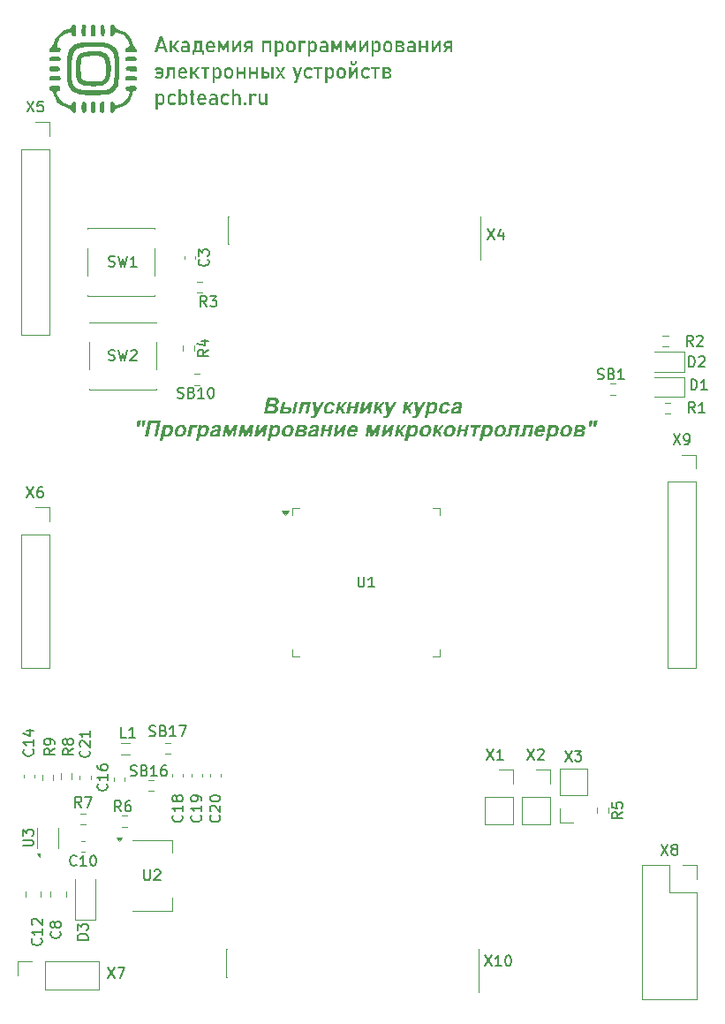
<source format=gbr>
%TF.GenerationSoftware,KiCad,Pcbnew,8.0.0*%
%TF.CreationDate,2024-11-20T18:05:04+03:00*%
%TF.ProjectId,box_side_MCU_green,626f785f-7369-4646-955f-4d43555f6772,rev?*%
%TF.SameCoordinates,Original*%
%TF.FileFunction,Legend,Top*%
%TF.FilePolarity,Positive*%
%FSLAX46Y46*%
G04 Gerber Fmt 4.6, Leading zero omitted, Abs format (unit mm)*
G04 Created by KiCad (PCBNEW 8.0.0) date 2024-11-20 18:05:04*
%MOMM*%
%LPD*%
G01*
G04 APERTURE LIST*
%ADD10C,0.300000*%
%ADD11C,0.100000*%
%ADD12C,0.150000*%
%ADD13C,0.120000*%
%ADD14C,0.000000*%
G04 APERTURE END LIST*
D10*
G36*
X151340606Y-71621886D02*
G01*
X151418907Y-71625267D01*
X151494851Y-71632705D01*
X151517079Y-71636311D01*
X151589491Y-71657719D01*
X151654487Y-71696703D01*
X151658129Y-71699692D01*
X151708688Y-71755746D01*
X151742777Y-71822937D01*
X151744591Y-71827920D01*
X151760449Y-71901591D01*
X151758222Y-71976780D01*
X151753018Y-72007438D01*
X151731254Y-72079412D01*
X151697196Y-72147229D01*
X151655565Y-72205275D01*
X151600798Y-72261912D01*
X151538758Y-72307899D01*
X151476046Y-72340464D01*
X151547974Y-72371197D01*
X151610234Y-72417813D01*
X151654832Y-72477850D01*
X151681456Y-72548623D01*
X151689292Y-72627448D01*
X151680111Y-72706095D01*
X151657511Y-72782808D01*
X151625570Y-72851771D01*
X151591451Y-72907229D01*
X151542284Y-72969596D01*
X151486970Y-73022698D01*
X151431350Y-73062934D01*
X151363953Y-73097701D01*
X151289717Y-73121904D01*
X151216294Y-73134741D01*
X151139141Y-73139590D01*
X151064259Y-73141954D01*
X150984111Y-73143534D01*
X150906065Y-73144536D01*
X150854326Y-73145000D01*
X150351308Y-73145000D01*
X150404938Y-72887079D01*
X150703018Y-72887079D01*
X150979256Y-72887079D01*
X151052621Y-72886507D01*
X151129868Y-72883850D01*
X151185886Y-72877920D01*
X151257924Y-72853190D01*
X151306420Y-72818569D01*
X151351379Y-72759255D01*
X151374563Y-72691807D01*
X151377655Y-72616015D01*
X151365771Y-72578234D01*
X151316043Y-72524071D01*
X151287002Y-72510090D01*
X151209445Y-72495314D01*
X151129814Y-72490185D01*
X151051771Y-72488559D01*
X151026884Y-72488475D01*
X150786182Y-72488475D01*
X150703018Y-72887079D01*
X150404938Y-72887079D01*
X150541451Y-72230554D01*
X150839672Y-72230554D01*
X151035310Y-72230554D01*
X151114147Y-72230234D01*
X151189703Y-72228931D01*
X151252564Y-72225425D01*
X151324921Y-72207015D01*
X151384455Y-72170837D01*
X151432279Y-72111099D01*
X151452965Y-72052135D01*
X151455127Y-71977597D01*
X151439043Y-71937463D01*
X151379144Y-71893290D01*
X151338293Y-71883974D01*
X151260713Y-71880292D01*
X151178925Y-71879165D01*
X151097040Y-71878850D01*
X151084036Y-71878845D01*
X150912944Y-71878845D01*
X150839672Y-72230554D01*
X150541451Y-72230554D01*
X150668213Y-71620924D01*
X151258792Y-71620924D01*
X151340606Y-71621886D01*
G37*
G36*
X152280216Y-72511922D02*
G01*
X152564148Y-72511922D01*
X152642596Y-72513433D01*
X152718259Y-72518746D01*
X152792634Y-72530435D01*
X152814741Y-72536102D01*
X152884438Y-72570905D01*
X152933946Y-72625902D01*
X152942602Y-72640516D01*
X152967556Y-72710483D01*
X152970379Y-72790003D01*
X152964218Y-72829926D01*
X152942236Y-72903634D01*
X152903931Y-72974896D01*
X152851252Y-73033812D01*
X152808147Y-73066231D01*
X152740919Y-73100692D01*
X152662334Y-73125307D01*
X152584255Y-73138769D01*
X152510410Y-73144307D01*
X152471092Y-73145000D01*
X151865491Y-73145000D01*
X151904466Y-72957421D01*
X152187526Y-72957421D01*
X152450575Y-72957421D01*
X152525700Y-72952402D01*
X152599124Y-72930695D01*
X152605914Y-72927013D01*
X152657147Y-72873661D01*
X152673325Y-72827362D01*
X152665225Y-72753803D01*
X152634124Y-72726978D01*
X152561073Y-72707255D01*
X152487685Y-72700815D01*
X152424563Y-72699501D01*
X152241381Y-72699501D01*
X152187526Y-72957421D01*
X151904466Y-72957421D01*
X152094469Y-72042976D01*
X152377669Y-72042976D01*
X152280216Y-72511922D01*
G37*
G36*
X153343039Y-73145000D02*
G01*
X153059839Y-73145000D01*
X153288817Y-72042976D01*
X153572016Y-72042976D01*
X153343039Y-73145000D01*
G37*
G36*
X153873900Y-72042976D02*
G01*
X154824249Y-72042976D01*
X154595272Y-73145000D01*
X154311706Y-73145000D01*
X154497086Y-72254002D01*
X154113136Y-72254002D01*
X153927756Y-73145000D01*
X153644923Y-73145000D01*
X153873900Y-72042976D01*
G37*
G36*
X155018056Y-72042976D02*
G01*
X155319574Y-72042976D01*
X155413729Y-72823332D01*
X155825523Y-72042976D01*
X156118981Y-72042976D01*
X155520341Y-73105066D01*
X155410432Y-73308032D01*
X155369869Y-73370869D01*
X155324091Y-73432172D01*
X155310048Y-73448349D01*
X155255952Y-73499319D01*
X155216259Y-73526751D01*
X155146965Y-73559151D01*
X155098656Y-73573646D01*
X155023310Y-73586795D01*
X154950645Y-73590498D01*
X154875420Y-73586956D01*
X154798198Y-73575370D01*
X154793475Y-73574378D01*
X154812159Y-73364452D01*
X154887836Y-73377360D01*
X154929396Y-73379473D01*
X155003302Y-73368529D01*
X155069099Y-73332264D01*
X155089131Y-73313161D01*
X155136363Y-73253594D01*
X155175561Y-73187983D01*
X155196475Y-73145000D01*
X155018056Y-72042976D01*
G37*
G36*
X157137473Y-72347791D02*
G01*
X156848778Y-72394685D01*
X156839381Y-72319357D01*
X156810310Y-72271953D01*
X156743678Y-72236376D01*
X156689410Y-72230554D01*
X156613658Y-72241786D01*
X156545223Y-72275480D01*
X156503663Y-72310422D01*
X156457946Y-72370822D01*
X156423592Y-72443107D01*
X156398456Y-72521618D01*
X156385327Y-72577501D01*
X156372246Y-72651248D01*
X156364895Y-72726444D01*
X156367964Y-72805968D01*
X156387892Y-72871692D01*
X156440135Y-72930296D01*
X156509869Y-72955328D01*
X156542131Y-72957421D01*
X156617877Y-72945606D01*
X156683914Y-72910160D01*
X156734434Y-72855373D01*
X156772937Y-72787538D01*
X156790526Y-72746395D01*
X157059071Y-72793290D01*
X157026172Y-72859751D01*
X156982416Y-72929214D01*
X156932876Y-72989982D01*
X156877550Y-73042054D01*
X156834490Y-73073925D01*
X156769054Y-73110755D01*
X156697447Y-73138539D01*
X156619669Y-73157278D01*
X156535720Y-73166970D01*
X156484979Y-73168447D01*
X156401495Y-73163102D01*
X156326898Y-73147066D01*
X156251101Y-73114846D01*
X156187401Y-73068076D01*
X156142428Y-73016406D01*
X156102998Y-72944152D01*
X156081703Y-72873347D01*
X156071949Y-72794350D01*
X156073735Y-72707161D01*
X156084039Y-72628246D01*
X156090404Y-72595087D01*
X156110950Y-72512964D01*
X156137094Y-72436727D01*
X156168838Y-72366376D01*
X156206181Y-72301909D01*
X156258384Y-72232319D01*
X156318649Y-72171203D01*
X156385441Y-72119658D01*
X156456946Y-72078776D01*
X156533165Y-72048560D01*
X156614099Y-72029008D01*
X156699747Y-72020121D01*
X156729344Y-72019528D01*
X156810147Y-72023420D01*
X156891159Y-72037399D01*
X156967847Y-72065278D01*
X157023168Y-72100861D01*
X157076677Y-72159766D01*
X157111009Y-72226974D01*
X157130529Y-72298003D01*
X157137473Y-72347791D01*
G37*
G36*
X157424703Y-72042976D02*
G01*
X157706437Y-72042976D01*
X157614113Y-72488475D01*
X157687291Y-72469346D01*
X157722923Y-72445244D01*
X157770121Y-72383911D01*
X157809477Y-72319100D01*
X157825505Y-72290638D01*
X157863147Y-72226687D01*
X157909586Y-72160487D01*
X157963354Y-72104055D01*
X157986706Y-72087306D01*
X158057101Y-72057002D01*
X158133142Y-72044058D01*
X158165125Y-72042976D01*
X158239863Y-72045655D01*
X158276500Y-72047739D01*
X158239497Y-72230554D01*
X158165909Y-72233645D01*
X158093438Y-72251184D01*
X158091120Y-72252536D01*
X158040265Y-72311541D01*
X158002913Y-72374982D01*
X157995498Y-72388824D01*
X157953664Y-72458044D01*
X157903809Y-72518345D01*
X157844947Y-72563525D01*
X157814148Y-72577501D01*
X157879041Y-72612651D01*
X157931936Y-72673998D01*
X157964781Y-72739825D01*
X157990369Y-72821500D01*
X157996964Y-72843115D01*
X158092585Y-73145000D01*
X157787770Y-73145000D01*
X157713032Y-72827362D01*
X157692275Y-72756235D01*
X157663939Y-72703531D01*
X157593701Y-72676724D01*
X157574912Y-72676053D01*
X157477459Y-73145000D01*
X157195725Y-73145000D01*
X157424703Y-72042976D01*
G37*
G36*
X158475436Y-72042976D02*
G01*
X158758269Y-72042976D01*
X158675471Y-72441580D01*
X159080669Y-72441580D01*
X159163468Y-72042976D01*
X159447766Y-72042976D01*
X159218789Y-73145000D01*
X158934490Y-73145000D01*
X159036706Y-72652606D01*
X158631507Y-72652606D01*
X158529291Y-73145000D01*
X158246458Y-73145000D01*
X158475436Y-72042976D01*
G37*
G36*
X159746720Y-72042976D02*
G01*
X160018928Y-72042976D01*
X159869818Y-72761416D01*
X160454169Y-72042976D01*
X160732240Y-72042976D01*
X160503262Y-73145000D01*
X160231420Y-73145000D01*
X160382728Y-72416667D01*
X159789951Y-73145000D01*
X159517742Y-73145000D01*
X159746720Y-72042976D01*
G37*
G36*
X161034124Y-72042976D02*
G01*
X161315858Y-72042976D01*
X161223534Y-72488475D01*
X161296712Y-72469346D01*
X161332344Y-72445244D01*
X161379542Y-72383911D01*
X161418898Y-72319100D01*
X161434926Y-72290638D01*
X161472568Y-72226687D01*
X161519007Y-72160487D01*
X161572774Y-72104055D01*
X161596127Y-72087306D01*
X161666521Y-72057002D01*
X161742562Y-72044058D01*
X161774546Y-72042976D01*
X161849284Y-72045655D01*
X161885921Y-72047739D01*
X161848918Y-72230554D01*
X161775330Y-72233645D01*
X161702859Y-72251184D01*
X161700540Y-72252536D01*
X161649686Y-72311541D01*
X161612334Y-72374982D01*
X161604919Y-72388824D01*
X161563085Y-72458044D01*
X161513230Y-72518345D01*
X161454368Y-72563525D01*
X161423569Y-72577501D01*
X161488462Y-72612651D01*
X161541356Y-72673998D01*
X161574202Y-72739825D01*
X161599790Y-72821500D01*
X161606385Y-72843115D01*
X161702006Y-73145000D01*
X161397191Y-73145000D01*
X161322452Y-72827362D01*
X161301696Y-72756235D01*
X161273360Y-72703531D01*
X161203122Y-72676724D01*
X161184333Y-72676053D01*
X161086880Y-73145000D01*
X160805146Y-73145000D01*
X161034124Y-72042976D01*
G37*
G36*
X161961392Y-72042976D02*
G01*
X162262909Y-72042976D01*
X162357065Y-72823332D01*
X162768859Y-72042976D01*
X163062316Y-72042976D01*
X162463677Y-73105066D01*
X162353768Y-73308032D01*
X162313204Y-73370869D01*
X162267427Y-73432172D01*
X162253384Y-73448349D01*
X162199287Y-73499319D01*
X162159595Y-73526751D01*
X162090300Y-73559151D01*
X162041992Y-73573646D01*
X161966645Y-73586795D01*
X161893981Y-73590498D01*
X161818756Y-73586956D01*
X161741533Y-73575370D01*
X161736810Y-73574378D01*
X161755495Y-73364452D01*
X161831172Y-73377360D01*
X161872732Y-73379473D01*
X161946638Y-73368529D01*
X162012434Y-73332264D01*
X162032466Y-73313161D01*
X162079698Y-73253594D01*
X162118896Y-73187983D01*
X162139811Y-73145000D01*
X161961392Y-72042976D01*
G37*
G36*
X163836078Y-72042976D02*
G01*
X164117812Y-72042976D01*
X164025488Y-72488475D01*
X164098666Y-72469346D01*
X164134298Y-72445244D01*
X164181496Y-72383911D01*
X164220852Y-72319100D01*
X164236880Y-72290638D01*
X164274522Y-72226687D01*
X164320961Y-72160487D01*
X164374728Y-72104055D01*
X164398080Y-72087306D01*
X164468475Y-72057002D01*
X164544516Y-72044058D01*
X164576500Y-72042976D01*
X164651238Y-72045655D01*
X164687875Y-72047739D01*
X164650872Y-72230554D01*
X164577284Y-72233645D01*
X164504813Y-72251184D01*
X164502494Y-72252536D01*
X164451640Y-72311541D01*
X164414288Y-72374982D01*
X164406873Y-72388824D01*
X164365039Y-72458044D01*
X164315184Y-72518345D01*
X164256322Y-72563525D01*
X164225523Y-72577501D01*
X164290416Y-72612651D01*
X164343310Y-72673998D01*
X164376156Y-72739825D01*
X164401744Y-72821500D01*
X164408339Y-72843115D01*
X164503960Y-73145000D01*
X164199145Y-73145000D01*
X164124406Y-72827362D01*
X164103650Y-72756235D01*
X164075314Y-72703531D01*
X164005076Y-72676724D01*
X163986287Y-72676053D01*
X163888834Y-73145000D01*
X163607100Y-73145000D01*
X163836078Y-72042976D01*
G37*
G36*
X164763346Y-72042976D02*
G01*
X165064863Y-72042976D01*
X165159019Y-72823332D01*
X165570812Y-72042976D01*
X165864270Y-72042976D01*
X165265631Y-73105066D01*
X165155722Y-73308032D01*
X165115158Y-73370869D01*
X165069381Y-73432172D01*
X165055338Y-73448349D01*
X165001241Y-73499319D01*
X164961549Y-73526751D01*
X164892254Y-73559151D01*
X164843946Y-73573646D01*
X164768599Y-73586795D01*
X164695935Y-73590498D01*
X164620710Y-73586956D01*
X164543487Y-73575370D01*
X164538764Y-73574378D01*
X164557449Y-73364452D01*
X164633126Y-73377360D01*
X164674685Y-73379473D01*
X164748592Y-73368529D01*
X164814388Y-73332264D01*
X164834420Y-73313161D01*
X164881652Y-73253594D01*
X164920850Y-73187983D01*
X164941765Y-73145000D01*
X164763346Y-72042976D01*
G37*
G36*
X166709913Y-72026716D02*
G01*
X166788041Y-72052533D01*
X166855177Y-72097127D01*
X166904905Y-72151548D01*
X166917568Y-72169738D01*
X166953446Y-72240957D01*
X166974529Y-72323501D01*
X166980823Y-72403266D01*
X166976246Y-72491353D01*
X166964128Y-72571114D01*
X166960799Y-72587759D01*
X166940362Y-72670859D01*
X166914774Y-72747965D01*
X166884034Y-72819079D01*
X166848142Y-72884200D01*
X166798270Y-72954434D01*
X166740980Y-73016039D01*
X166679130Y-73067834D01*
X166615580Y-73108913D01*
X166539290Y-73143294D01*
X166460686Y-73163089D01*
X166391468Y-73168447D01*
X166313845Y-73160558D01*
X166242404Y-73134752D01*
X166238328Y-73132543D01*
X166178259Y-73087270D01*
X166127371Y-73029801D01*
X166111933Y-73008712D01*
X165995795Y-73567051D01*
X165712595Y-73567051D01*
X165885421Y-72735888D01*
X166181369Y-72735888D01*
X166190266Y-72810898D01*
X166210484Y-72863998D01*
X166256835Y-72920928D01*
X166322979Y-72952951D01*
X166365457Y-72957421D01*
X166443228Y-72943272D01*
X166510401Y-72905096D01*
X166547540Y-72871692D01*
X166595561Y-72807378D01*
X166627949Y-72740470D01*
X166651894Y-72670657D01*
X166671737Y-72590324D01*
X166684234Y-72514865D01*
X166688299Y-72439703D01*
X166678052Y-72362366D01*
X166660746Y-72319214D01*
X166612514Y-72261810D01*
X166541909Y-72232719D01*
X166512002Y-72230554D01*
X166436388Y-72242765D01*
X166365617Y-72279395D01*
X166321127Y-72317383D01*
X166272061Y-72379843D01*
X166236406Y-72450068D01*
X166211476Y-72523633D01*
X166199127Y-72574937D01*
X166185771Y-72655637D01*
X166181369Y-72735888D01*
X165885421Y-72735888D01*
X166029501Y-72042976D01*
X166293649Y-72042976D01*
X166260310Y-72203810D01*
X166315866Y-72146416D01*
X166374124Y-72101590D01*
X166427006Y-72070453D01*
X166495756Y-72041460D01*
X166573027Y-72023557D01*
X166632536Y-72019528D01*
X166709913Y-72026716D01*
G37*
G36*
X168189951Y-72347791D02*
G01*
X167901256Y-72394685D01*
X167891859Y-72319357D01*
X167862787Y-72271953D01*
X167796155Y-72236376D01*
X167741887Y-72230554D01*
X167666136Y-72241786D01*
X167597700Y-72275480D01*
X167556140Y-72310422D01*
X167510424Y-72370822D01*
X167476069Y-72443107D01*
X167450933Y-72521618D01*
X167437805Y-72577501D01*
X167424723Y-72651248D01*
X167417372Y-72726444D01*
X167420441Y-72805968D01*
X167440369Y-72871692D01*
X167492612Y-72930296D01*
X167562346Y-72955328D01*
X167594609Y-72957421D01*
X167670355Y-72945606D01*
X167736392Y-72910160D01*
X167786911Y-72855373D01*
X167825414Y-72787538D01*
X167843004Y-72746395D01*
X168111549Y-72793290D01*
X168078649Y-72859751D01*
X168034894Y-72929214D01*
X167985353Y-72989982D01*
X167930028Y-73042054D01*
X167886967Y-73073925D01*
X167821531Y-73110755D01*
X167749924Y-73138539D01*
X167672146Y-73157278D01*
X167588197Y-73166970D01*
X167537456Y-73168447D01*
X167453972Y-73163102D01*
X167379375Y-73147066D01*
X167303578Y-73114846D01*
X167239878Y-73068076D01*
X167194905Y-73016406D01*
X167155475Y-72944152D01*
X167134180Y-72873347D01*
X167124426Y-72794350D01*
X167126212Y-72707161D01*
X167136516Y-72628246D01*
X167142882Y-72595087D01*
X167163427Y-72512964D01*
X167189572Y-72436727D01*
X167221315Y-72366376D01*
X167258658Y-72301909D01*
X167310861Y-72232319D01*
X167371127Y-72171203D01*
X167437918Y-72119658D01*
X167509423Y-72078776D01*
X167585643Y-72048560D01*
X167666576Y-72029008D01*
X167752224Y-72020121D01*
X167781821Y-72019528D01*
X167862624Y-72023420D01*
X167943637Y-72037399D01*
X168020324Y-72065278D01*
X168075645Y-72100861D01*
X168129154Y-72159766D01*
X168163486Y-72226974D01*
X168183006Y-72298003D01*
X168189951Y-72347791D01*
G37*
G36*
X169014143Y-72021737D02*
G01*
X169090644Y-72029671D01*
X169167466Y-72047703D01*
X169208810Y-72065690D01*
X169270078Y-72110850D01*
X169311936Y-72174140D01*
X169315055Y-72182927D01*
X169323469Y-72260028D01*
X169317181Y-72336429D01*
X169305437Y-72408875D01*
X169298569Y-72443412D01*
X169224563Y-72783398D01*
X169209983Y-72858978D01*
X169198460Y-72934981D01*
X169193789Y-72997355D01*
X169199111Y-73073328D01*
X169213939Y-73145000D01*
X168934036Y-73145000D01*
X168926543Y-73069986D01*
X168925610Y-73055607D01*
X168923046Y-73020069D01*
X168862084Y-73066784D01*
X168794988Y-73107674D01*
X168744260Y-73131444D01*
X168670428Y-73155402D01*
X168595387Y-73167146D01*
X168560345Y-73168447D01*
X168483294Y-73162631D01*
X168409913Y-73142184D01*
X168344898Y-73102199D01*
X168318911Y-73075390D01*
X168279240Y-73005570D01*
X168264815Y-72931953D01*
X168269452Y-72857439D01*
X168272749Y-72839818D01*
X168280165Y-72815638D01*
X168561078Y-72815638D01*
X168568303Y-72890710D01*
X168584525Y-72915655D01*
X168649304Y-72953342D01*
X168688939Y-72957421D01*
X168761448Y-72946714D01*
X168830430Y-72917402D01*
X168845376Y-72908695D01*
X168901765Y-72861554D01*
X168931838Y-72817836D01*
X168956828Y-72744221D01*
X168970673Y-72683747D01*
X168982030Y-72629159D01*
X168907567Y-72648484D01*
X168830441Y-72665263D01*
X168800680Y-72671290D01*
X168725956Y-72687828D01*
X168655175Y-72710099D01*
X168636915Y-72718918D01*
X168581544Y-72768274D01*
X168561078Y-72815638D01*
X168280165Y-72815638D01*
X168295172Y-72766703D01*
X168330292Y-72700359D01*
X168350785Y-72672023D01*
X168403007Y-72617638D01*
X168464420Y-72574741D01*
X168495865Y-72558817D01*
X168570139Y-72530807D01*
X168646439Y-72509591D01*
X168726305Y-72492148D01*
X168735833Y-72490307D01*
X168808979Y-72475937D01*
X168883343Y-72459660D01*
X168961593Y-72439506D01*
X169025628Y-72418133D01*
X169031856Y-72388457D01*
X169037076Y-72315368D01*
X169016835Y-72266824D01*
X168945165Y-72235655D01*
X168872487Y-72230554D01*
X168799458Y-72239343D01*
X168747557Y-72261695D01*
X168691890Y-72315336D01*
X168656332Y-72371238D01*
X168409403Y-72324344D01*
X168450001Y-72251712D01*
X168496323Y-72189155D01*
X168548369Y-72136673D01*
X168606140Y-72094267D01*
X168672384Y-72061569D01*
X168749480Y-72038213D01*
X168825843Y-72025440D01*
X168910516Y-72019820D01*
X168936235Y-72019528D01*
X169014143Y-72021737D01*
G37*
G36*
X138171127Y-74360212D02*
G01*
X138176256Y-74077745D01*
X138229745Y-73820924D01*
X138538224Y-73820924D01*
X138484734Y-74077745D01*
X138379588Y-74360212D01*
X138171127Y-74360212D01*
G37*
G36*
X138625785Y-74360212D02*
G01*
X138630547Y-74077745D01*
X138684036Y-73820924D01*
X138992882Y-73820924D01*
X138939392Y-74077745D01*
X138834246Y-74360212D01*
X138625785Y-74360212D01*
G37*
G36*
X139266189Y-73820924D02*
G01*
X140441486Y-73820924D01*
X140124581Y-75345000D01*
X139825994Y-75345000D01*
X140089410Y-74078845D01*
X139510921Y-74078845D01*
X139247505Y-75345000D01*
X138949284Y-75345000D01*
X139266189Y-73820924D01*
G37*
G36*
X141353807Y-74226716D02*
G01*
X141431935Y-74252533D01*
X141499071Y-74297127D01*
X141548799Y-74351548D01*
X141561461Y-74369738D01*
X141597340Y-74440957D01*
X141618423Y-74523501D01*
X141624717Y-74603266D01*
X141620140Y-74691353D01*
X141608022Y-74771114D01*
X141604692Y-74787759D01*
X141584256Y-74870859D01*
X141558668Y-74947965D01*
X141527928Y-75019079D01*
X141492035Y-75084200D01*
X141442164Y-75154434D01*
X141384874Y-75216039D01*
X141323024Y-75267834D01*
X141259474Y-75308913D01*
X141183184Y-75343294D01*
X141104579Y-75363089D01*
X141035362Y-75368447D01*
X140957739Y-75360558D01*
X140886298Y-75334752D01*
X140882222Y-75332543D01*
X140822153Y-75287270D01*
X140771265Y-75229801D01*
X140755826Y-75208712D01*
X140639689Y-75767051D01*
X140356489Y-75767051D01*
X140529315Y-74935888D01*
X140825263Y-74935888D01*
X140834160Y-75010898D01*
X140854378Y-75063998D01*
X140900729Y-75120928D01*
X140966873Y-75152951D01*
X141009351Y-75157421D01*
X141087122Y-75143272D01*
X141154295Y-75105096D01*
X141191434Y-75071692D01*
X141239454Y-75007378D01*
X141271843Y-74940470D01*
X141295788Y-74870657D01*
X141315631Y-74790324D01*
X141328128Y-74714865D01*
X141332193Y-74639703D01*
X141321946Y-74562366D01*
X141304640Y-74519214D01*
X141256408Y-74461810D01*
X141185803Y-74432719D01*
X141155896Y-74430554D01*
X141080282Y-74442765D01*
X141009511Y-74479395D01*
X140965020Y-74517383D01*
X140915955Y-74579843D01*
X140880300Y-74650068D01*
X140855370Y-74723633D01*
X140843021Y-74774937D01*
X140829665Y-74855637D01*
X140825263Y-74935888D01*
X140529315Y-74935888D01*
X140673394Y-74242976D01*
X140937543Y-74242976D01*
X140904204Y-74403810D01*
X140959760Y-74346416D01*
X141018018Y-74301590D01*
X141070900Y-74270453D01*
X141139650Y-74241460D01*
X141216921Y-74223557D01*
X141276430Y-74219528D01*
X141353807Y-74226716D01*
G37*
G36*
X142541482Y-74225221D02*
G01*
X142619779Y-74242300D01*
X142689550Y-74270765D01*
X142760173Y-74318365D01*
X142811470Y-74371499D01*
X142819190Y-74381461D01*
X142858710Y-74445200D01*
X142886046Y-74514967D01*
X142901197Y-74590761D01*
X142904164Y-74672584D01*
X142894946Y-74760434D01*
X142889166Y-74791057D01*
X142869624Y-74866834D01*
X142843284Y-74938461D01*
X142810147Y-75005938D01*
X142770212Y-75069265D01*
X142723479Y-75128441D01*
X142669948Y-75183467D01*
X142646632Y-75204316D01*
X142585839Y-75251600D01*
X142522756Y-75290869D01*
X142444033Y-75327414D01*
X142362013Y-75352418D01*
X142276696Y-75365882D01*
X142217986Y-75368447D01*
X142137345Y-75363057D01*
X142061108Y-75346886D01*
X141989276Y-75319934D01*
X141951273Y-75300303D01*
X141890206Y-75256753D01*
X141836697Y-75196603D01*
X141801447Y-75131884D01*
X141789706Y-75099902D01*
X141772618Y-75021163D01*
X141768181Y-74943534D01*
X141768328Y-74941083D01*
X142060391Y-74941083D01*
X142073701Y-75019021D01*
X142093789Y-75063998D01*
X142143506Y-75120928D01*
X142214691Y-75152951D01*
X142260484Y-75157421D01*
X142334646Y-75146382D01*
X142404998Y-75113264D01*
X142465648Y-75063998D01*
X142514444Y-75004547D01*
X142550131Y-74940462D01*
X142578581Y-74865798D01*
X142597540Y-74791789D01*
X142609927Y-74709815D01*
X142610124Y-74629637D01*
X142593280Y-74555506D01*
X142578122Y-74524344D01*
X142528629Y-74467191D01*
X142457569Y-74435042D01*
X142411793Y-74430554D01*
X142337545Y-74441637D01*
X142266933Y-74474884D01*
X142205896Y-74524344D01*
X142157129Y-74583443D01*
X142117578Y-74655642D01*
X142090158Y-74730816D01*
X142074371Y-74793988D01*
X142062778Y-74867140D01*
X142060391Y-74941083D01*
X141768328Y-74941083D01*
X141772602Y-74869711D01*
X141784771Y-74790382D01*
X141787142Y-74778600D01*
X141806536Y-74706656D01*
X141834311Y-74635901D01*
X141870467Y-74566338D01*
X141915003Y-74497965D01*
X141966706Y-74434195D01*
X142023996Y-74378439D01*
X142086874Y-74330697D01*
X142155338Y-74290969D01*
X142227489Y-74259714D01*
X142301426Y-74237389D01*
X142377149Y-74223994D01*
X142454658Y-74219528D01*
X142541482Y-74225221D01*
G37*
G36*
X143235380Y-74242976D02*
G01*
X143957850Y-74242976D01*
X143914253Y-74454002D01*
X143474616Y-74454002D01*
X143289235Y-75345000D01*
X143006402Y-75345000D01*
X143235380Y-74242976D01*
G37*
G36*
X144791770Y-74226716D02*
G01*
X144869897Y-74252533D01*
X144937033Y-74297127D01*
X144986761Y-74351548D01*
X144999424Y-74369738D01*
X145035302Y-74440957D01*
X145056385Y-74523501D01*
X145062679Y-74603266D01*
X145058102Y-74691353D01*
X145045984Y-74771114D01*
X145042655Y-74787759D01*
X145022219Y-74870859D01*
X144996630Y-74947965D01*
X144965890Y-75019079D01*
X144929998Y-75084200D01*
X144880126Y-75154434D01*
X144822836Y-75216039D01*
X144760986Y-75267834D01*
X144697437Y-75308913D01*
X144621146Y-75343294D01*
X144542542Y-75363089D01*
X144473325Y-75368447D01*
X144395701Y-75360558D01*
X144324260Y-75334752D01*
X144320184Y-75332543D01*
X144260115Y-75287270D01*
X144209228Y-75229801D01*
X144193789Y-75208712D01*
X144077651Y-75767051D01*
X143794452Y-75767051D01*
X143967278Y-74935888D01*
X144263225Y-74935888D01*
X144272122Y-75010898D01*
X144292341Y-75063998D01*
X144338692Y-75120928D01*
X144404835Y-75152951D01*
X144447313Y-75157421D01*
X144525084Y-75143272D01*
X144592257Y-75105096D01*
X144629396Y-75071692D01*
X144677417Y-75007378D01*
X144709806Y-74940470D01*
X144733751Y-74870657D01*
X144753593Y-74790324D01*
X144766091Y-74714865D01*
X144770155Y-74639703D01*
X144759908Y-74562366D01*
X144742602Y-74519214D01*
X144694370Y-74461810D01*
X144623765Y-74432719D01*
X144593859Y-74430554D01*
X144518244Y-74442765D01*
X144447473Y-74479395D01*
X144402983Y-74517383D01*
X144353917Y-74579843D01*
X144318262Y-74650068D01*
X144293332Y-74723633D01*
X144280983Y-74774937D01*
X144267627Y-74855637D01*
X144263225Y-74935888D01*
X143967278Y-74935888D01*
X144111357Y-74242976D01*
X144375505Y-74242976D01*
X144342166Y-74403810D01*
X144397722Y-74346416D01*
X144455980Y-74301590D01*
X144508862Y-74270453D01*
X144577612Y-74241460D01*
X144654884Y-74223557D01*
X144714392Y-74219528D01*
X144791770Y-74226716D01*
G37*
G36*
X145903117Y-74221737D02*
G01*
X145979619Y-74229671D01*
X146056441Y-74247703D01*
X146097784Y-74265690D01*
X146159053Y-74310850D01*
X146200910Y-74374140D01*
X146204030Y-74382927D01*
X146212443Y-74460028D01*
X146206155Y-74536429D01*
X146194411Y-74608875D01*
X146187543Y-74643412D01*
X146113538Y-74983398D01*
X146098957Y-75058978D01*
X146087434Y-75134981D01*
X146082763Y-75197355D01*
X146088085Y-75273328D01*
X146102913Y-75345000D01*
X145823011Y-75345000D01*
X145815517Y-75269986D01*
X145814584Y-75255607D01*
X145812020Y-75220069D01*
X145751058Y-75266784D01*
X145683962Y-75307674D01*
X145633234Y-75331444D01*
X145559402Y-75355402D01*
X145484361Y-75367146D01*
X145449319Y-75368447D01*
X145372268Y-75362631D01*
X145298888Y-75342184D01*
X145233872Y-75302199D01*
X145207885Y-75275390D01*
X145168215Y-75205570D01*
X145153789Y-75131953D01*
X145158426Y-75057439D01*
X145161723Y-75039818D01*
X145169139Y-75015638D01*
X145450052Y-75015638D01*
X145457277Y-75090710D01*
X145473499Y-75115655D01*
X145538278Y-75153342D01*
X145577913Y-75157421D01*
X145650422Y-75146714D01*
X145719404Y-75117402D01*
X145734351Y-75108695D01*
X145790739Y-75061554D01*
X145820812Y-75017836D01*
X145845802Y-74944221D01*
X145859647Y-74883747D01*
X145871004Y-74829159D01*
X145796541Y-74848484D01*
X145719415Y-74865263D01*
X145689654Y-74871290D01*
X145614930Y-74887828D01*
X145544149Y-74910099D01*
X145525889Y-74918918D01*
X145470518Y-74968274D01*
X145450052Y-75015638D01*
X145169139Y-75015638D01*
X145184146Y-74966703D01*
X145219267Y-74900359D01*
X145239759Y-74872023D01*
X145291981Y-74817638D01*
X145353395Y-74774741D01*
X145384839Y-74758817D01*
X145459114Y-74730807D01*
X145535413Y-74709591D01*
X145615279Y-74692148D01*
X145624808Y-74690307D01*
X145697953Y-74675937D01*
X145772318Y-74659660D01*
X145850567Y-74639506D01*
X145914602Y-74618133D01*
X145920830Y-74588457D01*
X145926051Y-74515368D01*
X145905809Y-74466824D01*
X145834139Y-74435655D01*
X145761461Y-74430554D01*
X145688432Y-74439343D01*
X145636531Y-74461695D01*
X145580864Y-74515336D01*
X145545307Y-74571238D01*
X145298377Y-74524344D01*
X145338975Y-74451712D01*
X145385297Y-74389155D01*
X145437344Y-74336673D01*
X145495115Y-74294267D01*
X145561358Y-74261569D01*
X145638455Y-74238213D01*
X145714818Y-74225440D01*
X145799490Y-74219820D01*
X145825209Y-74219528D01*
X145903117Y-74221737D01*
G37*
G36*
X146577721Y-74242976D02*
G01*
X146928698Y-74242976D01*
X147035310Y-75010875D01*
X147462491Y-74242976D01*
X147812369Y-74242976D01*
X147583391Y-75345000D01*
X147342690Y-75345000D01*
X147493632Y-74619598D01*
X147081838Y-75345000D01*
X146840038Y-75345000D01*
X146741852Y-74619598D01*
X146590910Y-75345000D01*
X146348743Y-75345000D01*
X146577721Y-74242976D01*
G37*
G36*
X148131106Y-74242976D02*
G01*
X148482083Y-74242976D01*
X148588695Y-75010875D01*
X149015875Y-74242976D01*
X149365753Y-74242976D01*
X149136775Y-75345000D01*
X148896074Y-75345000D01*
X149047016Y-74619598D01*
X148635223Y-75345000D01*
X148393422Y-75345000D01*
X148295237Y-74619598D01*
X148144295Y-75345000D01*
X147902128Y-75345000D01*
X148131106Y-74242976D01*
G37*
G36*
X149669469Y-74242976D02*
G01*
X149941678Y-74242976D01*
X149792568Y-74961416D01*
X150376919Y-74242976D01*
X150654989Y-74242976D01*
X150426011Y-75345000D01*
X150154169Y-75345000D01*
X150305478Y-74616667D01*
X149712700Y-75345000D01*
X149440491Y-75345000D01*
X149669469Y-74242976D01*
G37*
G36*
X151639851Y-74226716D02*
G01*
X151717978Y-74252533D01*
X151785114Y-74297127D01*
X151834842Y-74351548D01*
X151847505Y-74369738D01*
X151883383Y-74440957D01*
X151904466Y-74523501D01*
X151910760Y-74603266D01*
X151906183Y-74691353D01*
X151894065Y-74771114D01*
X151890736Y-74787759D01*
X151870299Y-74870859D01*
X151844711Y-74947965D01*
X151813971Y-75019079D01*
X151778079Y-75084200D01*
X151728207Y-75154434D01*
X151670917Y-75216039D01*
X151609067Y-75267834D01*
X151545518Y-75308913D01*
X151469227Y-75343294D01*
X151390623Y-75363089D01*
X151321406Y-75368447D01*
X151243782Y-75360558D01*
X151172341Y-75334752D01*
X151168265Y-75332543D01*
X151108196Y-75287270D01*
X151057309Y-75229801D01*
X151041870Y-75208712D01*
X150925732Y-75767051D01*
X150642533Y-75767051D01*
X150815359Y-74935888D01*
X151111306Y-74935888D01*
X151120203Y-75010898D01*
X151140422Y-75063998D01*
X151186772Y-75120928D01*
X151252916Y-75152951D01*
X151295394Y-75157421D01*
X151373165Y-75143272D01*
X151440338Y-75105096D01*
X151477477Y-75071692D01*
X151525498Y-75007378D01*
X151557887Y-74940470D01*
X151581832Y-74870657D01*
X151601674Y-74790324D01*
X151614171Y-74714865D01*
X151618236Y-74639703D01*
X151607989Y-74562366D01*
X151590683Y-74519214D01*
X151542451Y-74461810D01*
X151471846Y-74432719D01*
X151441939Y-74430554D01*
X151366325Y-74442765D01*
X151295554Y-74479395D01*
X151251064Y-74517383D01*
X151201998Y-74579843D01*
X151166343Y-74650068D01*
X151141413Y-74723633D01*
X151129064Y-74774937D01*
X151115708Y-74855637D01*
X151111306Y-74935888D01*
X150815359Y-74935888D01*
X150959438Y-74242976D01*
X151223586Y-74242976D01*
X151190247Y-74403810D01*
X151245803Y-74346416D01*
X151304061Y-74301590D01*
X151356943Y-74270453D01*
X151425693Y-74241460D01*
X151502965Y-74223557D01*
X151562473Y-74219528D01*
X151639851Y-74226716D01*
G37*
G36*
X152827525Y-74225221D02*
G01*
X152905822Y-74242300D01*
X152975593Y-74270765D01*
X153046216Y-74318365D01*
X153097513Y-74371499D01*
X153105233Y-74381461D01*
X153144753Y-74445200D01*
X153172089Y-74514967D01*
X153187240Y-74590761D01*
X153190207Y-74672584D01*
X153180989Y-74760434D01*
X153175209Y-74791057D01*
X153155667Y-74866834D01*
X153129327Y-74938461D01*
X153096190Y-75005938D01*
X153056255Y-75069265D01*
X153009522Y-75128441D01*
X152955991Y-75183467D01*
X152932676Y-75204316D01*
X152871882Y-75251600D01*
X152808799Y-75290869D01*
X152730076Y-75327414D01*
X152648056Y-75352418D01*
X152562739Y-75365882D01*
X152504030Y-75368447D01*
X152423388Y-75363057D01*
X152347151Y-75346886D01*
X152275319Y-75319934D01*
X152237316Y-75300303D01*
X152176249Y-75256753D01*
X152122740Y-75196603D01*
X152087491Y-75131884D01*
X152075750Y-75099902D01*
X152058661Y-75021163D01*
X152054225Y-74943534D01*
X152054372Y-74941083D01*
X152346435Y-74941083D01*
X152359744Y-75019021D01*
X152379832Y-75063998D01*
X152429549Y-75120928D01*
X152500734Y-75152951D01*
X152546528Y-75157421D01*
X152620689Y-75146382D01*
X152691041Y-75113264D01*
X152751692Y-75063998D01*
X152800488Y-75004547D01*
X152836174Y-74940462D01*
X152864624Y-74865798D01*
X152883583Y-74791789D01*
X152895971Y-74709815D01*
X152896167Y-74629637D01*
X152879323Y-74555506D01*
X152864166Y-74524344D01*
X152814672Y-74467191D01*
X152743612Y-74435042D01*
X152697836Y-74430554D01*
X152623588Y-74441637D01*
X152552976Y-74474884D01*
X152491939Y-74524344D01*
X152443173Y-74583443D01*
X152403621Y-74655642D01*
X152376201Y-74730816D01*
X152360415Y-74793988D01*
X152348822Y-74867140D01*
X152346435Y-74941083D01*
X152054372Y-74941083D01*
X152058645Y-74869711D01*
X152070814Y-74790382D01*
X152073185Y-74778600D01*
X152092580Y-74706656D01*
X152120355Y-74635901D01*
X152156510Y-74566338D01*
X152201046Y-74497965D01*
X152252749Y-74434195D01*
X152310040Y-74378439D01*
X152372917Y-74330697D01*
X152441381Y-74290969D01*
X152513532Y-74259714D01*
X152587469Y-74237389D01*
X152663192Y-74223994D01*
X152740701Y-74219528D01*
X152827525Y-74225221D01*
G37*
G36*
X154233162Y-74246359D02*
G01*
X154309342Y-74258512D01*
X154378624Y-74282749D01*
X154425610Y-74313684D01*
X154470329Y-74376762D01*
X154484167Y-74452234D01*
X154476168Y-74526542D01*
X154453127Y-74596792D01*
X154414364Y-74659303D01*
X154391172Y-74685544D01*
X154334749Y-74732878D01*
X154267630Y-74767219D01*
X154242062Y-74775303D01*
X154311270Y-74803467D01*
X154368311Y-74854037D01*
X154384944Y-74881549D01*
X154407524Y-74952384D01*
X154407944Y-75028970D01*
X154403995Y-75051908D01*
X154379265Y-75128472D01*
X154338507Y-75195592D01*
X154281721Y-75253265D01*
X154268440Y-75263667D01*
X154201847Y-75302983D01*
X154124068Y-75329432D01*
X154045540Y-75342140D01*
X153980844Y-75345000D01*
X153306367Y-75345000D01*
X153345342Y-75157421D01*
X153630233Y-75157421D01*
X153854082Y-75157421D01*
X153930231Y-75153871D01*
X154006987Y-75139085D01*
X154036898Y-75127379D01*
X154092063Y-75078100D01*
X154114933Y-75018935D01*
X154110477Y-74943433D01*
X154074633Y-74906828D01*
X154000502Y-74885791D01*
X153927369Y-74878488D01*
X153845624Y-74876083D01*
X153834298Y-74876053D01*
X153688852Y-74876053D01*
X153630233Y-75157421D01*
X153345342Y-75157421D01*
X153442779Y-74688475D01*
X153728053Y-74688475D01*
X153910502Y-74688475D01*
X153986458Y-74685291D01*
X154060510Y-74673063D01*
X154107972Y-74655868D01*
X154165816Y-74607246D01*
X154188206Y-74552920D01*
X154177564Y-74480081D01*
X154153035Y-74458764D01*
X154081411Y-74437607D01*
X154005604Y-74431243D01*
X153963991Y-74430554D01*
X153781542Y-74430554D01*
X153728053Y-74688475D01*
X153442779Y-74688475D01*
X153535345Y-74242976D01*
X154155233Y-74242976D01*
X154233162Y-74246359D01*
G37*
G36*
X155296697Y-74221737D02*
G01*
X155373198Y-74229671D01*
X155450020Y-74247703D01*
X155491364Y-74265690D01*
X155552632Y-74310850D01*
X155594490Y-74374140D01*
X155597609Y-74382927D01*
X155606023Y-74460028D01*
X155599735Y-74536429D01*
X155587991Y-74608875D01*
X155581123Y-74643412D01*
X155507117Y-74983398D01*
X155492537Y-75058978D01*
X155481014Y-75134981D01*
X155476343Y-75197355D01*
X155481665Y-75273328D01*
X155496493Y-75345000D01*
X155216591Y-75345000D01*
X155209097Y-75269986D01*
X155208164Y-75255607D01*
X155205600Y-75220069D01*
X155144638Y-75266784D01*
X155077542Y-75307674D01*
X155026814Y-75331444D01*
X154952982Y-75355402D01*
X154877941Y-75367146D01*
X154842899Y-75368447D01*
X154765848Y-75362631D01*
X154692467Y-75342184D01*
X154627452Y-75302199D01*
X154601465Y-75275390D01*
X154561795Y-75205570D01*
X154547369Y-75131953D01*
X154552006Y-75057439D01*
X154555303Y-75039818D01*
X154562719Y-75015638D01*
X154843632Y-75015638D01*
X154850857Y-75090710D01*
X154867079Y-75115655D01*
X154931858Y-75153342D01*
X154971493Y-75157421D01*
X155044002Y-75146714D01*
X155112984Y-75117402D01*
X155127930Y-75108695D01*
X155184319Y-75061554D01*
X155214392Y-75017836D01*
X155239382Y-74944221D01*
X155253227Y-74883747D01*
X155264584Y-74829159D01*
X155190121Y-74848484D01*
X155112995Y-74865263D01*
X155083234Y-74871290D01*
X155008510Y-74887828D01*
X154937729Y-74910099D01*
X154919469Y-74918918D01*
X154864098Y-74968274D01*
X154843632Y-75015638D01*
X154562719Y-75015638D01*
X154577726Y-74966703D01*
X154612847Y-74900359D01*
X154633339Y-74872023D01*
X154685561Y-74817638D01*
X154746975Y-74774741D01*
X154778419Y-74758817D01*
X154852694Y-74730807D01*
X154928993Y-74709591D01*
X155008859Y-74692148D01*
X155018387Y-74690307D01*
X155091533Y-74675937D01*
X155165897Y-74659660D01*
X155244147Y-74639506D01*
X155308182Y-74618133D01*
X155314410Y-74588457D01*
X155319631Y-74515368D01*
X155299389Y-74466824D01*
X155227719Y-74435655D01*
X155155041Y-74430554D01*
X155082012Y-74439343D01*
X155030111Y-74461695D01*
X154974444Y-74515336D01*
X154938886Y-74571238D01*
X154691957Y-74524344D01*
X154732555Y-74451712D01*
X154778877Y-74389155D01*
X154830923Y-74336673D01*
X154888695Y-74294267D01*
X154954938Y-74261569D01*
X155032035Y-74238213D01*
X155108398Y-74225440D01*
X155193070Y-74219820D01*
X155218789Y-74219528D01*
X155296697Y-74221737D01*
G37*
G36*
X155952616Y-74242976D02*
G01*
X156235450Y-74242976D01*
X156152651Y-74641580D01*
X156557850Y-74641580D01*
X156640648Y-74242976D01*
X156924947Y-74242976D01*
X156695969Y-75345000D01*
X156411671Y-75345000D01*
X156513886Y-74852606D01*
X156108688Y-74852606D01*
X156006472Y-75345000D01*
X155723639Y-75345000D01*
X155952616Y-74242976D01*
G37*
G36*
X157223900Y-74242976D02*
G01*
X157496109Y-74242976D01*
X157346999Y-74961416D01*
X157931350Y-74242976D01*
X158209420Y-74242976D01*
X157980443Y-75345000D01*
X157708600Y-75345000D01*
X157859909Y-74616667D01*
X157267131Y-75345000D01*
X156994923Y-75345000D01*
X157223900Y-74242976D01*
G37*
G36*
X159020279Y-74225209D02*
G01*
X159095575Y-74242249D01*
X159171505Y-74276487D01*
X159234602Y-74326188D01*
X159278471Y-74381095D01*
X159311427Y-74447723D01*
X159331709Y-74526433D01*
X159338928Y-74601253D01*
X159337347Y-74684463D01*
X159326964Y-74776063D01*
X159312321Y-74855384D01*
X159307780Y-74876053D01*
X158598133Y-74876053D01*
X158589897Y-74953605D01*
X158599376Y-75031366D01*
X158623412Y-75083415D01*
X158676446Y-75134005D01*
X158747712Y-75156265D01*
X158771423Y-75157421D01*
X158845261Y-75145668D01*
X158890125Y-75124082D01*
X158944659Y-75073708D01*
X158980983Y-75016737D01*
X159253925Y-75063632D01*
X159214139Y-75125466D01*
X159163089Y-75187806D01*
X159106085Y-75241260D01*
X159043127Y-75285831D01*
X159034839Y-75290778D01*
X158965459Y-75324758D01*
X158890675Y-75349030D01*
X158810487Y-75363592D01*
X158735889Y-75368371D01*
X158724895Y-75368447D01*
X158642048Y-75363876D01*
X158568217Y-75350164D01*
X158491521Y-75321644D01*
X158427808Y-75279960D01*
X158377078Y-75225113D01*
X158350471Y-75181235D01*
X158323628Y-75111766D01*
X158308496Y-75034795D01*
X158305075Y-74950320D01*
X158311463Y-74871941D01*
X158323360Y-74802414D01*
X158343896Y-74719903D01*
X158354596Y-74688475D01*
X158642463Y-74688475D01*
X159065614Y-74688475D01*
X159073206Y-74615417D01*
X159062643Y-74538199D01*
X159041800Y-74496500D01*
X158985197Y-74447041D01*
X158908443Y-74430554D01*
X158830956Y-74443808D01*
X158764905Y-74479849D01*
X158741015Y-74499797D01*
X158691951Y-74558959D01*
X158659738Y-74625411D01*
X158642463Y-74688475D01*
X158354596Y-74688475D01*
X158370014Y-74643189D01*
X158401713Y-74572270D01*
X158438993Y-74507147D01*
X158491097Y-74436651D01*
X158551238Y-74374501D01*
X158616991Y-74321834D01*
X158685654Y-74280064D01*
X158757228Y-74249191D01*
X158831713Y-74229214D01*
X158909109Y-74220134D01*
X158935554Y-74219528D01*
X159020279Y-74225209D01*
G37*
G36*
X160281210Y-74242976D02*
G01*
X160632187Y-74242976D01*
X160738799Y-75010875D01*
X161165980Y-74242976D01*
X161515858Y-74242976D01*
X161286880Y-75345000D01*
X161046179Y-75345000D01*
X161197121Y-74619598D01*
X160785327Y-75345000D01*
X160543527Y-75345000D01*
X160445341Y-74619598D01*
X160294399Y-75345000D01*
X160052233Y-75345000D01*
X160281210Y-74242976D01*
G37*
G36*
X161819574Y-74242976D02*
G01*
X162091782Y-74242976D01*
X161942672Y-74961416D01*
X162527023Y-74242976D01*
X162805094Y-74242976D01*
X162576116Y-75345000D01*
X162304274Y-75345000D01*
X162455582Y-74616667D01*
X161862805Y-75345000D01*
X161590596Y-75345000D01*
X161819574Y-74242976D01*
G37*
G36*
X163106978Y-74242976D02*
G01*
X163388712Y-74242976D01*
X163296388Y-74688475D01*
X163369566Y-74669346D01*
X163405198Y-74645244D01*
X163452396Y-74583911D01*
X163491752Y-74519100D01*
X163507780Y-74490638D01*
X163545422Y-74426687D01*
X163591861Y-74360487D01*
X163645629Y-74304055D01*
X163668981Y-74287306D01*
X163739376Y-74257002D01*
X163815417Y-74244058D01*
X163847400Y-74242976D01*
X163922138Y-74245655D01*
X163958775Y-74247739D01*
X163921772Y-74430554D01*
X163848184Y-74433645D01*
X163775713Y-74451184D01*
X163773394Y-74452536D01*
X163722540Y-74511541D01*
X163685188Y-74574982D01*
X163677773Y-74588824D01*
X163635939Y-74658044D01*
X163586084Y-74718345D01*
X163527222Y-74763525D01*
X163496423Y-74777501D01*
X163561316Y-74812651D01*
X163614211Y-74873998D01*
X163647056Y-74939825D01*
X163672644Y-75021500D01*
X163679239Y-75043115D01*
X163774860Y-75345000D01*
X163470045Y-75345000D01*
X163395307Y-75027362D01*
X163374550Y-74956235D01*
X163346214Y-74903531D01*
X163275976Y-74876724D01*
X163257187Y-74876053D01*
X163159734Y-75345000D01*
X162878000Y-75345000D01*
X163106978Y-74242976D01*
G37*
G36*
X164840688Y-74226716D02*
G01*
X164918815Y-74252533D01*
X164985951Y-74297127D01*
X165035680Y-74351548D01*
X165048342Y-74369738D01*
X165084221Y-74440957D01*
X165105303Y-74523501D01*
X165111597Y-74603266D01*
X165107021Y-74691353D01*
X165094903Y-74771114D01*
X165091573Y-74787759D01*
X165071137Y-74870859D01*
X165045549Y-74947965D01*
X165014808Y-75019079D01*
X164978916Y-75084200D01*
X164929045Y-75154434D01*
X164871755Y-75216039D01*
X164809905Y-75267834D01*
X164746355Y-75308913D01*
X164670065Y-75343294D01*
X164591460Y-75363089D01*
X164522243Y-75368447D01*
X164444620Y-75360558D01*
X164373179Y-75334752D01*
X164369103Y-75332543D01*
X164309034Y-75287270D01*
X164258146Y-75229801D01*
X164242707Y-75208712D01*
X164126570Y-75767051D01*
X163843370Y-75767051D01*
X164016196Y-74935888D01*
X164312144Y-74935888D01*
X164321040Y-75010898D01*
X164341259Y-75063998D01*
X164387610Y-75120928D01*
X164453753Y-75152951D01*
X164496231Y-75157421D01*
X164574002Y-75143272D01*
X164641176Y-75105096D01*
X164678314Y-75071692D01*
X164726335Y-75007378D01*
X164758724Y-74940470D01*
X164782669Y-74870657D01*
X164802512Y-74790324D01*
X164815009Y-74714865D01*
X164819073Y-74639703D01*
X164808826Y-74562366D01*
X164791521Y-74519214D01*
X164743289Y-74461810D01*
X164672684Y-74432719D01*
X164642777Y-74430554D01*
X164567163Y-74442765D01*
X164496391Y-74479395D01*
X164451901Y-74517383D01*
X164402835Y-74579843D01*
X164367180Y-74650068D01*
X164342250Y-74723633D01*
X164329902Y-74774937D01*
X164316546Y-74855637D01*
X164312144Y-74935888D01*
X164016196Y-74935888D01*
X164160275Y-74242976D01*
X164424424Y-74242976D01*
X164391085Y-74403810D01*
X164446640Y-74346416D01*
X164504898Y-74301590D01*
X164557780Y-74270453D01*
X164626531Y-74241460D01*
X164703802Y-74223557D01*
X164763311Y-74219528D01*
X164840688Y-74226716D01*
G37*
G36*
X166028362Y-74225221D02*
G01*
X166106660Y-74242300D01*
X166176431Y-74270765D01*
X166247053Y-74318365D01*
X166298350Y-74371499D01*
X166306071Y-74381461D01*
X166345591Y-74445200D01*
X166372926Y-74514967D01*
X166388078Y-74590761D01*
X166391044Y-74672584D01*
X166381827Y-74760434D01*
X166376046Y-74791057D01*
X166356504Y-74866834D01*
X166330165Y-74938461D01*
X166297027Y-75005938D01*
X166257092Y-75069265D01*
X166210359Y-75128441D01*
X166156829Y-75183467D01*
X166133513Y-75204316D01*
X166072720Y-75251600D01*
X166009636Y-75290869D01*
X165930914Y-75327414D01*
X165848894Y-75352418D01*
X165763577Y-75365882D01*
X165704867Y-75368447D01*
X165624225Y-75363057D01*
X165547989Y-75346886D01*
X165476157Y-75319934D01*
X165438154Y-75300303D01*
X165377086Y-75256753D01*
X165323577Y-75196603D01*
X165288328Y-75131884D01*
X165276587Y-75099902D01*
X165259499Y-75021163D01*
X165255062Y-74943534D01*
X165255209Y-74941083D01*
X165547272Y-74941083D01*
X165560581Y-75019021D01*
X165580669Y-75063998D01*
X165630386Y-75120928D01*
X165701571Y-75152951D01*
X165747365Y-75157421D01*
X165821527Y-75146382D01*
X165891879Y-75113264D01*
X165952529Y-75063998D01*
X166001325Y-75004547D01*
X166037011Y-74940462D01*
X166065462Y-74865798D01*
X166084420Y-74791789D01*
X166096808Y-74709815D01*
X166097004Y-74629637D01*
X166080160Y-74555506D01*
X166065003Y-74524344D01*
X166015509Y-74467191D01*
X165944450Y-74435042D01*
X165898674Y-74430554D01*
X165824425Y-74441637D01*
X165753814Y-74474884D01*
X165692777Y-74524344D01*
X165644010Y-74583443D01*
X165604459Y-74655642D01*
X165577039Y-74730816D01*
X165561252Y-74793988D01*
X165549659Y-74867140D01*
X165547272Y-74941083D01*
X165255209Y-74941083D01*
X165259482Y-74869711D01*
X165271652Y-74790382D01*
X165274023Y-74778600D01*
X165293417Y-74706656D01*
X165321192Y-74635901D01*
X165357348Y-74566338D01*
X165401884Y-74497965D01*
X165453587Y-74434195D01*
X165510877Y-74378439D01*
X165573754Y-74330697D01*
X165642219Y-74290969D01*
X165714369Y-74259714D01*
X165788306Y-74237389D01*
X165864029Y-74223994D01*
X165941538Y-74219528D01*
X166028362Y-74225221D01*
G37*
G36*
X166722260Y-74242976D02*
G01*
X167003995Y-74242976D01*
X166911671Y-74688475D01*
X166984849Y-74669346D01*
X167020481Y-74645244D01*
X167067679Y-74583911D01*
X167107035Y-74519100D01*
X167123063Y-74490638D01*
X167160705Y-74426687D01*
X167207144Y-74360487D01*
X167260911Y-74304055D01*
X167284263Y-74287306D01*
X167354658Y-74257002D01*
X167430699Y-74244058D01*
X167462683Y-74242976D01*
X167537421Y-74245655D01*
X167574057Y-74247739D01*
X167537055Y-74430554D01*
X167463467Y-74433645D01*
X167390996Y-74451184D01*
X167388677Y-74452536D01*
X167337823Y-74511541D01*
X167300471Y-74574982D01*
X167293056Y-74588824D01*
X167251222Y-74658044D01*
X167201367Y-74718345D01*
X167142505Y-74763525D01*
X167111706Y-74777501D01*
X167176598Y-74812651D01*
X167229493Y-74873998D01*
X167262339Y-74939825D01*
X167287927Y-75021500D01*
X167294521Y-75043115D01*
X167390143Y-75345000D01*
X167085327Y-75345000D01*
X167010589Y-75027362D01*
X166989832Y-74956235D01*
X166961496Y-74903531D01*
X166891259Y-74876724D01*
X166872470Y-74876053D01*
X166775017Y-75345000D01*
X166493283Y-75345000D01*
X166722260Y-74242976D01*
G37*
G36*
X168333526Y-74225221D02*
G01*
X168411824Y-74242300D01*
X168481595Y-74270765D01*
X168552217Y-74318365D01*
X168603514Y-74371499D01*
X168611235Y-74381461D01*
X168650755Y-74445200D01*
X168678090Y-74514967D01*
X168693242Y-74590761D01*
X168696208Y-74672584D01*
X168686991Y-74760434D01*
X168681210Y-74791057D01*
X168661668Y-74866834D01*
X168635329Y-74938461D01*
X168602191Y-75005938D01*
X168562256Y-75069265D01*
X168515523Y-75128441D01*
X168461993Y-75183467D01*
X168438677Y-75204316D01*
X168377884Y-75251600D01*
X168314800Y-75290869D01*
X168236078Y-75327414D01*
X168154058Y-75352418D01*
X168068741Y-75365882D01*
X168010031Y-75368447D01*
X167929389Y-75363057D01*
X167853153Y-75346886D01*
X167781321Y-75319934D01*
X167743318Y-75300303D01*
X167682250Y-75256753D01*
X167628741Y-75196603D01*
X167593492Y-75131884D01*
X167581751Y-75099902D01*
X167564663Y-75021163D01*
X167560226Y-74943534D01*
X167560373Y-74941083D01*
X167852436Y-74941083D01*
X167865745Y-75019021D01*
X167885833Y-75063998D01*
X167935550Y-75120928D01*
X168006735Y-75152951D01*
X168052529Y-75157421D01*
X168126691Y-75146382D01*
X168197043Y-75113264D01*
X168257693Y-75063998D01*
X168306489Y-75004547D01*
X168342175Y-74940462D01*
X168370626Y-74865798D01*
X168389584Y-74791789D01*
X168401972Y-74709815D01*
X168402168Y-74629637D01*
X168385324Y-74555506D01*
X168370167Y-74524344D01*
X168320673Y-74467191D01*
X168249614Y-74435042D01*
X168203838Y-74430554D01*
X168129589Y-74441637D01*
X168058978Y-74474884D01*
X167997941Y-74524344D01*
X167949174Y-74583443D01*
X167909623Y-74655642D01*
X167882203Y-74730816D01*
X167866416Y-74793988D01*
X167854823Y-74867140D01*
X167852436Y-74941083D01*
X167560373Y-74941083D01*
X167564646Y-74869711D01*
X167576816Y-74790382D01*
X167579187Y-74778600D01*
X167598581Y-74706656D01*
X167626356Y-74635901D01*
X167662511Y-74566338D01*
X167707048Y-74497965D01*
X167758751Y-74434195D01*
X167816041Y-74378439D01*
X167878918Y-74330697D01*
X167947383Y-74290969D01*
X168019533Y-74259714D01*
X168093470Y-74237389D01*
X168169193Y-74223994D01*
X168246702Y-74219528D01*
X168333526Y-74225221D01*
G37*
G36*
X169027424Y-74242976D02*
G01*
X169310258Y-74242976D01*
X169227459Y-74641580D01*
X169632658Y-74641580D01*
X169715457Y-74242976D01*
X169999755Y-74242976D01*
X169770778Y-75345000D01*
X169486479Y-75345000D01*
X169588695Y-74852606D01*
X169183496Y-74852606D01*
X169081280Y-75345000D01*
X168798447Y-75345000D01*
X169027424Y-74242976D01*
G37*
G36*
X170178907Y-74242976D02*
G01*
X171147575Y-74242976D01*
X171103977Y-74454002D01*
X170761427Y-74454002D01*
X170576046Y-75345000D01*
X170292480Y-75345000D01*
X170477861Y-74454002D01*
X170135310Y-74454002D01*
X170178907Y-74242976D01*
G37*
G36*
X172005308Y-74226716D02*
G01*
X172083435Y-74252533D01*
X172150571Y-74297127D01*
X172200299Y-74351548D01*
X172212962Y-74369738D01*
X172248840Y-74440957D01*
X172269923Y-74523501D01*
X172276217Y-74603266D01*
X172271640Y-74691353D01*
X172259522Y-74771114D01*
X172256193Y-74787759D01*
X172235757Y-74870859D01*
X172210168Y-74947965D01*
X172179428Y-75019079D01*
X172143536Y-75084200D01*
X172093664Y-75154434D01*
X172036374Y-75216039D01*
X171974525Y-75267834D01*
X171910975Y-75308913D01*
X171834684Y-75343294D01*
X171756080Y-75363089D01*
X171686863Y-75368447D01*
X171609239Y-75360558D01*
X171537798Y-75334752D01*
X171533722Y-75332543D01*
X171473653Y-75287270D01*
X171422766Y-75229801D01*
X171407327Y-75208712D01*
X171291189Y-75767051D01*
X171007990Y-75767051D01*
X171180816Y-74935888D01*
X171476763Y-74935888D01*
X171485660Y-75010898D01*
X171505879Y-75063998D01*
X171552230Y-75120928D01*
X171618373Y-75152951D01*
X171660851Y-75157421D01*
X171738622Y-75143272D01*
X171805796Y-75105096D01*
X171842934Y-75071692D01*
X171890955Y-75007378D01*
X171923344Y-74940470D01*
X171947289Y-74870657D01*
X171967131Y-74790324D01*
X171979629Y-74714865D01*
X171983693Y-74639703D01*
X171973446Y-74562366D01*
X171956140Y-74519214D01*
X171907908Y-74461810D01*
X171837303Y-74432719D01*
X171807397Y-74430554D01*
X171731782Y-74442765D01*
X171661011Y-74479395D01*
X171616521Y-74517383D01*
X171567455Y-74579843D01*
X171531800Y-74650068D01*
X171506870Y-74723633D01*
X171494521Y-74774937D01*
X171481165Y-74855637D01*
X171476763Y-74935888D01*
X171180816Y-74935888D01*
X171324895Y-74242976D01*
X171589043Y-74242976D01*
X171555704Y-74403810D01*
X171611260Y-74346416D01*
X171669518Y-74301590D01*
X171722400Y-74270453D01*
X171791150Y-74241460D01*
X171868422Y-74223557D01*
X171927930Y-74219528D01*
X172005308Y-74226716D01*
G37*
G36*
X173192982Y-74225221D02*
G01*
X173271279Y-74242300D01*
X173341050Y-74270765D01*
X173411673Y-74318365D01*
X173462970Y-74371499D01*
X173470690Y-74381461D01*
X173510210Y-74445200D01*
X173537546Y-74514967D01*
X173552697Y-74590761D01*
X173555664Y-74672584D01*
X173546446Y-74760434D01*
X173540666Y-74791057D01*
X173521124Y-74866834D01*
X173494785Y-74938461D01*
X173461647Y-75005938D01*
X173421712Y-75069265D01*
X173374979Y-75128441D01*
X173321448Y-75183467D01*
X173298133Y-75204316D01*
X173237339Y-75251600D01*
X173174256Y-75290869D01*
X173095533Y-75327414D01*
X173013514Y-75352418D01*
X172928196Y-75365882D01*
X172869487Y-75368447D01*
X172788845Y-75363057D01*
X172712608Y-75346886D01*
X172640777Y-75319934D01*
X172602773Y-75300303D01*
X172541706Y-75256753D01*
X172488197Y-75196603D01*
X172452948Y-75131884D01*
X172441207Y-75099902D01*
X172424118Y-75021163D01*
X172419682Y-74943534D01*
X172419829Y-74941083D01*
X172711892Y-74941083D01*
X172725201Y-75019021D01*
X172745289Y-75063998D01*
X172795006Y-75120928D01*
X172866191Y-75152951D01*
X172911985Y-75157421D01*
X172986146Y-75146382D01*
X173056498Y-75113264D01*
X173117149Y-75063998D01*
X173165945Y-75004547D01*
X173201631Y-74940462D01*
X173230081Y-74865798D01*
X173249040Y-74791789D01*
X173261428Y-74709815D01*
X173261624Y-74629637D01*
X173244780Y-74555506D01*
X173229623Y-74524344D01*
X173180129Y-74467191D01*
X173109070Y-74435042D01*
X173063293Y-74430554D01*
X172989045Y-74441637D01*
X172918433Y-74474884D01*
X172857397Y-74524344D01*
X172808630Y-74583443D01*
X172769078Y-74655642D01*
X172741658Y-74730816D01*
X172725872Y-74793988D01*
X172714279Y-74867140D01*
X172711892Y-74941083D01*
X172419829Y-74941083D01*
X172424102Y-74869711D01*
X172436271Y-74790382D01*
X172438642Y-74778600D01*
X172458037Y-74706656D01*
X172485812Y-74635901D01*
X172521967Y-74566338D01*
X172566503Y-74497965D01*
X172618206Y-74434195D01*
X172675497Y-74378439D01*
X172738374Y-74330697D01*
X172806838Y-74290969D01*
X172878989Y-74259714D01*
X172952926Y-74237389D01*
X173028649Y-74223994D01*
X173106158Y-74219528D01*
X173192982Y-74225221D01*
G37*
G36*
X173921318Y-74242976D02*
G01*
X174869836Y-74242976D01*
X174640858Y-75345000D01*
X174358757Y-75345000D01*
X174544138Y-74454002D01*
X174157990Y-74454002D01*
X174051378Y-74965812D01*
X174032727Y-75045812D01*
X174009308Y-75123544D01*
X173980280Y-75193531D01*
X173952093Y-75240219D01*
X173901223Y-75298833D01*
X173840583Y-75342291D01*
X173837055Y-75343900D01*
X173760875Y-75363053D01*
X173687553Y-75368231D01*
X173666695Y-75368447D01*
X173588934Y-75364142D01*
X173511052Y-75354305D01*
X173491207Y-75351228D01*
X173532606Y-75152292D01*
X173579867Y-75154124D01*
X173647644Y-75157421D01*
X173717169Y-75131059D01*
X173726413Y-75117487D01*
X173752058Y-75042108D01*
X173770026Y-74968553D01*
X173785764Y-74895837D01*
X173921318Y-74242976D01*
G37*
G36*
X175254884Y-74242976D02*
G01*
X176203401Y-74242976D01*
X175974424Y-75345000D01*
X175692323Y-75345000D01*
X175877704Y-74454002D01*
X175491556Y-74454002D01*
X175384944Y-74965812D01*
X175366293Y-75045812D01*
X175342874Y-75123544D01*
X175313846Y-75193531D01*
X175285659Y-75240219D01*
X175234789Y-75298833D01*
X175174149Y-75342291D01*
X175170621Y-75343900D01*
X175094441Y-75363053D01*
X175021119Y-75368231D01*
X175000261Y-75368447D01*
X174922500Y-75364142D01*
X174844618Y-75354305D01*
X174824773Y-75351228D01*
X174866172Y-75152292D01*
X174913433Y-75154124D01*
X174981210Y-75157421D01*
X175050735Y-75131059D01*
X175059979Y-75117487D01*
X175085624Y-75042108D01*
X175103592Y-74968553D01*
X175119330Y-74895837D01*
X175254884Y-74242976D01*
G37*
G36*
X176982386Y-74225209D02*
G01*
X177057683Y-74242249D01*
X177133613Y-74276487D01*
X177196709Y-74326188D01*
X177240579Y-74381095D01*
X177273534Y-74447723D01*
X177293816Y-74526433D01*
X177301036Y-74601253D01*
X177299455Y-74684463D01*
X177289072Y-74776063D01*
X177274429Y-74855384D01*
X177269888Y-74876053D01*
X176560240Y-74876053D01*
X176552004Y-74953605D01*
X176561484Y-75031366D01*
X176585519Y-75083415D01*
X176638553Y-75134005D01*
X176709820Y-75156265D01*
X176733531Y-75157421D01*
X176807368Y-75145668D01*
X176852233Y-75124082D01*
X176906766Y-75073708D01*
X176943091Y-75016737D01*
X177216032Y-75063632D01*
X177176247Y-75125466D01*
X177125196Y-75187806D01*
X177068192Y-75241260D01*
X177005235Y-75285831D01*
X176996946Y-75290778D01*
X176927566Y-75324758D01*
X176852782Y-75349030D01*
X176772594Y-75363592D01*
X176697997Y-75368371D01*
X176687002Y-75368447D01*
X176604155Y-75363876D01*
X176530324Y-75350164D01*
X176453628Y-75321644D01*
X176389915Y-75279960D01*
X176339185Y-75225113D01*
X176312578Y-75181235D01*
X176285735Y-75111766D01*
X176270604Y-75034795D01*
X176267182Y-74950320D01*
X176273571Y-74871941D01*
X176285467Y-74802414D01*
X176306003Y-74719903D01*
X176316703Y-74688475D01*
X176604570Y-74688475D01*
X177027721Y-74688475D01*
X177035313Y-74615417D01*
X177024750Y-74538199D01*
X177003907Y-74496500D01*
X176947304Y-74447041D01*
X176870551Y-74430554D01*
X176793063Y-74443808D01*
X176727013Y-74479849D01*
X176703122Y-74499797D01*
X176654058Y-74558959D01*
X176621846Y-74625411D01*
X176604570Y-74688475D01*
X176316703Y-74688475D01*
X176332121Y-74643189D01*
X176363820Y-74572270D01*
X176401101Y-74507147D01*
X176453205Y-74436651D01*
X176513346Y-74374501D01*
X176579098Y-74321834D01*
X176647761Y-74280064D01*
X176719335Y-74249191D01*
X176793820Y-74229214D01*
X176871216Y-74220134D01*
X176897662Y-74219528D01*
X176982386Y-74225209D01*
G37*
G36*
X178324359Y-74226716D02*
G01*
X178402486Y-74252533D01*
X178469622Y-74297127D01*
X178519350Y-74351548D01*
X178532013Y-74369738D01*
X178567891Y-74440957D01*
X178588974Y-74523501D01*
X178595268Y-74603266D01*
X178590691Y-74691353D01*
X178578573Y-74771114D01*
X178575244Y-74787759D01*
X178554807Y-74870859D01*
X178529219Y-74947965D01*
X178498479Y-75019079D01*
X178462587Y-75084200D01*
X178412715Y-75154434D01*
X178355425Y-75216039D01*
X178293575Y-75267834D01*
X178230026Y-75308913D01*
X178153735Y-75343294D01*
X178075131Y-75363089D01*
X178005914Y-75368447D01*
X177928290Y-75360558D01*
X177856849Y-75334752D01*
X177852773Y-75332543D01*
X177792704Y-75287270D01*
X177741817Y-75229801D01*
X177726378Y-75208712D01*
X177610240Y-75767051D01*
X177327041Y-75767051D01*
X177499867Y-74935888D01*
X177795814Y-74935888D01*
X177804711Y-75010898D01*
X177824930Y-75063998D01*
X177871281Y-75120928D01*
X177937424Y-75152951D01*
X177979902Y-75157421D01*
X178057673Y-75143272D01*
X178124846Y-75105096D01*
X178161985Y-75071692D01*
X178210006Y-75007378D01*
X178242395Y-74940470D01*
X178266340Y-74870657D01*
X178286182Y-74790324D01*
X178298680Y-74714865D01*
X178302744Y-74639703D01*
X178292497Y-74562366D01*
X178275191Y-74519214D01*
X178226959Y-74461810D01*
X178156354Y-74432719D01*
X178126448Y-74430554D01*
X178050833Y-74442765D01*
X177980062Y-74479395D01*
X177935572Y-74517383D01*
X177886506Y-74579843D01*
X177850851Y-74650068D01*
X177825921Y-74723633D01*
X177813572Y-74774937D01*
X177800216Y-74855637D01*
X177795814Y-74935888D01*
X177499867Y-74935888D01*
X177643946Y-74242976D01*
X177908094Y-74242976D01*
X177874755Y-74403810D01*
X177930311Y-74346416D01*
X177988569Y-74301590D01*
X178041451Y-74270453D01*
X178110201Y-74241460D01*
X178187473Y-74223557D01*
X178246981Y-74219528D01*
X178324359Y-74226716D01*
G37*
G36*
X179512033Y-74225221D02*
G01*
X179590330Y-74242300D01*
X179660101Y-74270765D01*
X179730724Y-74318365D01*
X179782021Y-74371499D01*
X179789741Y-74381461D01*
X179829261Y-74445200D01*
X179856597Y-74514967D01*
X179871748Y-74590761D01*
X179874715Y-74672584D01*
X179865497Y-74760434D01*
X179859717Y-74791057D01*
X179840175Y-74866834D01*
X179813835Y-74938461D01*
X179780698Y-75005938D01*
X179740763Y-75069265D01*
X179694030Y-75128441D01*
X179640499Y-75183467D01*
X179617184Y-75204316D01*
X179556390Y-75251600D01*
X179493307Y-75290869D01*
X179414584Y-75327414D01*
X179332564Y-75352418D01*
X179247247Y-75365882D01*
X179188538Y-75368447D01*
X179107896Y-75363057D01*
X179031659Y-75346886D01*
X178959827Y-75319934D01*
X178921824Y-75300303D01*
X178860757Y-75256753D01*
X178807248Y-75196603D01*
X178771999Y-75131884D01*
X178760258Y-75099902D01*
X178743169Y-75021163D01*
X178738733Y-74943534D01*
X178738880Y-74941083D01*
X179030943Y-74941083D01*
X179044252Y-75019021D01*
X179064340Y-75063998D01*
X179114057Y-75120928D01*
X179185242Y-75152951D01*
X179231036Y-75157421D01*
X179305197Y-75146382D01*
X179375549Y-75113264D01*
X179436200Y-75063998D01*
X179484996Y-75004547D01*
X179520682Y-74940462D01*
X179549132Y-74865798D01*
X179568091Y-74791789D01*
X179580479Y-74709815D01*
X179580675Y-74629637D01*
X179563831Y-74555506D01*
X179548674Y-74524344D01*
X179499180Y-74467191D01*
X179428120Y-74435042D01*
X179382344Y-74430554D01*
X179308096Y-74441637D01*
X179237484Y-74474884D01*
X179176448Y-74524344D01*
X179127681Y-74583443D01*
X179088129Y-74655642D01*
X179060709Y-74730816D01*
X179044923Y-74793988D01*
X179033330Y-74867140D01*
X179030943Y-74941083D01*
X178738880Y-74941083D01*
X178743153Y-74869711D01*
X178755322Y-74790382D01*
X178757693Y-74778600D01*
X178777088Y-74706656D01*
X178804863Y-74635901D01*
X178841018Y-74566338D01*
X178885554Y-74497965D01*
X178937257Y-74434195D01*
X178994548Y-74378439D01*
X179057425Y-74330697D01*
X179125889Y-74290969D01*
X179198040Y-74259714D01*
X179271977Y-74237389D01*
X179347700Y-74223994D01*
X179425209Y-74219528D01*
X179512033Y-74225221D01*
G37*
G36*
X180917670Y-74246359D02*
G01*
X180993850Y-74258512D01*
X181063132Y-74282749D01*
X181110118Y-74313684D01*
X181154837Y-74376762D01*
X181168675Y-74452234D01*
X181160676Y-74526542D01*
X181137635Y-74596792D01*
X181098872Y-74659303D01*
X181075680Y-74685544D01*
X181019257Y-74732878D01*
X180952138Y-74767219D01*
X180926570Y-74775303D01*
X180995778Y-74803467D01*
X181052819Y-74854037D01*
X181069452Y-74881549D01*
X181092032Y-74952384D01*
X181092453Y-75028970D01*
X181088503Y-75051908D01*
X181063773Y-75128472D01*
X181023015Y-75195592D01*
X180966229Y-75253265D01*
X180952948Y-75263667D01*
X180886355Y-75302983D01*
X180808576Y-75329432D01*
X180730048Y-75342140D01*
X180665352Y-75345000D01*
X179990875Y-75345000D01*
X180029850Y-75157421D01*
X180314741Y-75157421D01*
X180538590Y-75157421D01*
X180614739Y-75153871D01*
X180691495Y-75139085D01*
X180721406Y-75127379D01*
X180776571Y-75078100D01*
X180799441Y-75018935D01*
X180794985Y-74943433D01*
X180759141Y-74906828D01*
X180685010Y-74885791D01*
X180611877Y-74878488D01*
X180530132Y-74876083D01*
X180518806Y-74876053D01*
X180373360Y-74876053D01*
X180314741Y-75157421D01*
X180029850Y-75157421D01*
X180127287Y-74688475D01*
X180412561Y-74688475D01*
X180595010Y-74688475D01*
X180670966Y-74685291D01*
X180745018Y-74673063D01*
X180792480Y-74655868D01*
X180850324Y-74607246D01*
X180872714Y-74552920D01*
X180862072Y-74480081D01*
X180837543Y-74458764D01*
X180765919Y-74437607D01*
X180690112Y-74431243D01*
X180648499Y-74430554D01*
X180466050Y-74430554D01*
X180412561Y-74688475D01*
X180127287Y-74688475D01*
X180219853Y-74242976D01*
X180839741Y-74242976D01*
X180917670Y-74246359D01*
G37*
G36*
X181501762Y-74360212D02*
G01*
X181506891Y-74077745D01*
X181560380Y-73820924D01*
X181868859Y-73820924D01*
X181815369Y-74077745D01*
X181710223Y-74360212D01*
X181501762Y-74360212D01*
G37*
G36*
X181956420Y-74360212D02*
G01*
X181961182Y-74077745D01*
X182014672Y-73820924D01*
X182323517Y-73820924D01*
X182270027Y-74077745D01*
X182164881Y-74360212D01*
X181956420Y-74360212D01*
G37*
D11*
G36*
X140393510Y-37006936D02*
G01*
X140572662Y-37006936D01*
X141125139Y-38505000D01*
X140898360Y-38505000D01*
X140483269Y-37296364D01*
X140067812Y-38505000D01*
X139841399Y-38505000D01*
X140393510Y-37006936D01*
G37*
G36*
X140095655Y-37976336D02*
G01*
X140884071Y-37976336D01*
X140884071Y-38176371D01*
X140095655Y-38176371D01*
X140095655Y-37976336D01*
G37*
G36*
X141637683Y-37890973D02*
G01*
X141928210Y-37435582D01*
X142181734Y-37435582D01*
X141733304Y-38075254D01*
X141637683Y-37890973D01*
G37*
G36*
X141323342Y-37435582D02*
G01*
X141533635Y-37435582D01*
X141533635Y-38505000D01*
X141323342Y-38505000D01*
X141323342Y-37435582D01*
G37*
G36*
X141646842Y-38053639D02*
G01*
X141810607Y-37945561D01*
X142244382Y-38505000D01*
X141963381Y-38505000D01*
X141646842Y-38053639D01*
G37*
G36*
X141425191Y-37869357D02*
G01*
X141811706Y-37869357D01*
X141811706Y-38069026D01*
X141425191Y-38069026D01*
X141425191Y-37869357D01*
G37*
G36*
X143007152Y-37826859D02*
G01*
X142997901Y-37749228D01*
X142964236Y-37679037D01*
X142951099Y-37663827D01*
X142888164Y-37622015D01*
X142810686Y-37606087D01*
X142791730Y-37605575D01*
X142716805Y-37612550D01*
X142666434Y-37625359D01*
X142598687Y-37653842D01*
X142557990Y-37679581D01*
X142404483Y-37574434D01*
X142460245Y-37520519D01*
X142522988Y-37480196D01*
X142564584Y-37460861D01*
X142635649Y-37437500D01*
X142711821Y-37423836D01*
X142785502Y-37419829D01*
X142864900Y-37424408D01*
X142943643Y-37440024D01*
X143013381Y-37466723D01*
X143078158Y-37507870D01*
X143130159Y-37560970D01*
X143157728Y-37603011D01*
X143187867Y-37674933D01*
X143203275Y-37749913D01*
X143207187Y-37817700D01*
X143207187Y-38505000D01*
X143007152Y-38505000D01*
X143007152Y-37826859D01*
G37*
G36*
X142745568Y-38520387D02*
G01*
X142663783Y-38516477D01*
X142581992Y-38502435D01*
X142512658Y-38478181D01*
X142449546Y-38438688D01*
X142397962Y-38379096D01*
X142367871Y-38311270D01*
X142353255Y-38229997D01*
X142351727Y-38189560D01*
X142357337Y-38115211D01*
X142377059Y-38043447D01*
X142415628Y-37978460D01*
X142441486Y-37951789D01*
X142506530Y-37909865D01*
X142580364Y-37885409D01*
X142658160Y-37874229D01*
X142712595Y-37872288D01*
X143016311Y-37872288D01*
X143030966Y-38041182D01*
X142713695Y-38041182D01*
X142637795Y-38051522D01*
X142590230Y-38077819D01*
X142554369Y-38142471D01*
X142549563Y-38189560D01*
X142564866Y-38264371D01*
X142603785Y-38310460D01*
X142672021Y-38339586D01*
X142748099Y-38348953D01*
X142768283Y-38349295D01*
X142843877Y-38346264D01*
X142919050Y-38333642D01*
X142947801Y-38323649D01*
X143002458Y-38271832D01*
X143007152Y-38243415D01*
X143028768Y-38393625D01*
X142979789Y-38449816D01*
X142960258Y-38464699D01*
X142892045Y-38498634D01*
X142866102Y-38506465D01*
X142790060Y-38518742D01*
X142745568Y-38520387D01*
G37*
G36*
X143485990Y-38315223D02*
G01*
X143510903Y-38315223D01*
X143584010Y-38298772D01*
X143607623Y-38280418D01*
X143642917Y-38214915D01*
X143652320Y-38173806D01*
X143660584Y-38100666D01*
X143663985Y-38021566D01*
X143664410Y-37976336D01*
X143664410Y-37435582D01*
X143874703Y-37435582D01*
X143874703Y-38046311D01*
X143871074Y-38123245D01*
X143858039Y-38200565D01*
X143832044Y-38274030D01*
X143798866Y-38327313D01*
X143745206Y-38377545D01*
X143679024Y-38409172D01*
X143600320Y-38422195D01*
X143583077Y-38422568D01*
X143558164Y-38422568D01*
X143485990Y-38315223D01*
G37*
G36*
X143447889Y-38315223D02*
G01*
X143658182Y-38315223D01*
X143658182Y-38773911D01*
X143447889Y-38773911D01*
X143447889Y-38315223D01*
G37*
G36*
X143447889Y-38315223D02*
G01*
X144477372Y-38315223D01*
X144477372Y-38505000D01*
X143447889Y-38505000D01*
X143447889Y-38315223D01*
G37*
G36*
X144391643Y-38315223D02*
G01*
X144601936Y-38315223D01*
X144601936Y-38773911D01*
X144391643Y-38773911D01*
X144391643Y-38315223D01*
G37*
G36*
X144201133Y-37435582D02*
G01*
X144411427Y-37435582D01*
X144411427Y-38505000D01*
X144201133Y-38505000D01*
X144201133Y-37435582D01*
G37*
G36*
X143795202Y-37435582D02*
G01*
X144271109Y-37435582D01*
X144271109Y-37624993D01*
X143795202Y-37624993D01*
X143795202Y-37435582D01*
G37*
G36*
X145248935Y-38520387D02*
G01*
X145168893Y-38515982D01*
X145095689Y-38502767D01*
X145022373Y-38477751D01*
X144995411Y-38464699D01*
X144929219Y-38420310D01*
X144874716Y-38363713D01*
X144835310Y-38301667D01*
X144806330Y-38229947D01*
X144789425Y-38157874D01*
X144781214Y-38078672D01*
X144780355Y-38041182D01*
X144780355Y-37920648D01*
X144783653Y-37844239D01*
X144795245Y-37765230D01*
X144815183Y-37693581D01*
X144833112Y-37649905D01*
X144871001Y-37584868D01*
X144923505Y-37525477D01*
X144987351Y-37478813D01*
X145054556Y-37447708D01*
X145129775Y-37428123D01*
X145204325Y-37420347D01*
X145230617Y-37419829D01*
X145310401Y-37426376D01*
X145382601Y-37446018D01*
X145453260Y-37482748D01*
X145459228Y-37486873D01*
X145519139Y-37540023D01*
X145564362Y-37600587D01*
X145600784Y-37672816D01*
X145603942Y-37680680D01*
X145628205Y-37755983D01*
X145643106Y-37829633D01*
X145651732Y-37909604D01*
X145654134Y-37984762D01*
X145654134Y-38054738D01*
X144932763Y-38054738D01*
X144932763Y-37885844D01*
X145454099Y-37885844D01*
X145443581Y-37809594D01*
X145420935Y-37738943D01*
X145386688Y-37682145D01*
X145328144Y-37632557D01*
X145254454Y-37610739D01*
X145230617Y-37609605D01*
X145154661Y-37618870D01*
X145086414Y-37650108D01*
X145045237Y-37688007D01*
X145005498Y-37755704D01*
X144985182Y-37833872D01*
X144980024Y-37909291D01*
X144980024Y-38045579D01*
X144986857Y-38122494D01*
X145010160Y-38193298D01*
X145050000Y-38249644D01*
X145110948Y-38292955D01*
X145181209Y-38315096D01*
X145248935Y-38320718D01*
X145324554Y-38311677D01*
X145375697Y-38295073D01*
X145442300Y-38259318D01*
X145488171Y-38222533D01*
X145626290Y-38360652D01*
X145569339Y-38408973D01*
X145507799Y-38449155D01*
X145447871Y-38478621D01*
X145373528Y-38504072D01*
X145298875Y-38517776D01*
X145248935Y-38520387D01*
G37*
G36*
X146755792Y-37435582D02*
G01*
X146942271Y-37435582D01*
X146942271Y-38505000D01*
X146752861Y-38505000D01*
X146752861Y-37749556D01*
X146763119Y-37815502D01*
X146502267Y-38296905D01*
X146376605Y-38296905D01*
X146115753Y-37815502D01*
X146126378Y-37749556D01*
X146126378Y-38505000D01*
X145936601Y-38505000D01*
X145936601Y-37435582D01*
X146123080Y-37435582D01*
X146439619Y-38026894D01*
X146755792Y-37435582D01*
G37*
G36*
X147936217Y-38503900D02*
G01*
X147936217Y-37744427D01*
X147960764Y-37771172D01*
X147446755Y-38503900D01*
X147264305Y-38503900D01*
X147264305Y-37435582D01*
X147472400Y-37435582D01*
X147472400Y-38212274D01*
X147447854Y-38185530D01*
X147964061Y-37435582D01*
X148144312Y-37435582D01*
X148144312Y-38503900D01*
X147936217Y-38503900D01*
G37*
G36*
X148789846Y-38128743D02*
G01*
X148710746Y-38122664D01*
X148638858Y-38104426D01*
X148594940Y-38085512D01*
X148532643Y-38044643D01*
X148479349Y-37987782D01*
X148463782Y-37964246D01*
X148433419Y-37896312D01*
X148418536Y-37819913D01*
X148416887Y-37781796D01*
X148423379Y-37707865D01*
X148445062Y-37635796D01*
X148463049Y-37600446D01*
X148511054Y-37538576D01*
X148568691Y-37493182D01*
X148594207Y-37478813D01*
X148667323Y-37450823D01*
X148742542Y-37437651D01*
X148789846Y-37435582D01*
X149169033Y-37435582D01*
X149169033Y-37635251D01*
X148781786Y-37635251D01*
X148708681Y-37652607D01*
X148679204Y-37675551D01*
X148644492Y-37743085D01*
X148640736Y-37781796D01*
X148655870Y-37854933D01*
X148657955Y-37859099D01*
X148707414Y-37910757D01*
X148779162Y-37929057D01*
X148781786Y-37929075D01*
X149169033Y-37929075D01*
X149169033Y-38128743D01*
X148789846Y-38128743D01*
G37*
G36*
X149060956Y-38505000D02*
G01*
X149060956Y-37435582D01*
X149271249Y-37435582D01*
X149271249Y-38505000D01*
X149060956Y-38505000D01*
G37*
G36*
X148395272Y-38505000D02*
G01*
X148696057Y-38034954D01*
X148905251Y-38082581D01*
X148644766Y-38505000D01*
X148395272Y-38505000D01*
G37*
G36*
X150833060Y-37435582D02*
G01*
X151043353Y-37435582D01*
X151043353Y-38505000D01*
X150833060Y-38505000D01*
X150833060Y-37435582D01*
G37*
G36*
X150157117Y-37435582D02*
G01*
X150367411Y-37435582D01*
X150367411Y-38505000D01*
X150157117Y-38505000D01*
X150157117Y-37435582D01*
G37*
G36*
X150287909Y-37435582D02*
G01*
X150944434Y-37435582D01*
X150944434Y-37635251D01*
X150287909Y-37635251D01*
X150287909Y-37435582D01*
G37*
G36*
X151366120Y-37435582D02*
G01*
X151576413Y-37435582D01*
X151576413Y-38939874D01*
X151366120Y-38939874D01*
X151366120Y-37435582D01*
G37*
G36*
X151845324Y-38520387D02*
G01*
X151768292Y-38512526D01*
X151694802Y-38486480D01*
X151670935Y-38472759D01*
X151613613Y-38423192D01*
X151571158Y-38358477D01*
X151561758Y-38337205D01*
X151576413Y-38113356D01*
X151585066Y-38188220D01*
X151600959Y-38230959D01*
X151648127Y-38288932D01*
X151672766Y-38305331D01*
X151742994Y-38327946D01*
X151786706Y-38330976D01*
X151863505Y-38320516D01*
X151928901Y-38285855D01*
X151947906Y-38267595D01*
X151986975Y-38202179D01*
X152003050Y-38130258D01*
X152005059Y-38088810D01*
X152005059Y-37856901D01*
X151998305Y-37782283D01*
X151972910Y-37710172D01*
X151947906Y-37674452D01*
X151888921Y-37630123D01*
X151818076Y-37611188D01*
X151786706Y-37609605D01*
X151710771Y-37619337D01*
X151672766Y-37634518D01*
X151616711Y-37681916D01*
X151600959Y-37707058D01*
X151579313Y-37777931D01*
X151576413Y-37821730D01*
X151554797Y-37615833D01*
X151595240Y-37551519D01*
X151648472Y-37495450D01*
X151681193Y-37471120D01*
X151747797Y-37437911D01*
X151820205Y-37421632D01*
X151855582Y-37419829D01*
X151929602Y-37425889D01*
X152001661Y-37446326D01*
X152049755Y-37471120D01*
X152109131Y-37520235D01*
X152152563Y-37579311D01*
X152172854Y-37619863D01*
X152197049Y-37691876D01*
X152210330Y-37765607D01*
X152215310Y-37847209D01*
X152215352Y-37855802D01*
X152215352Y-38088810D01*
X152211903Y-38162193D01*
X152199982Y-38236525D01*
X152177034Y-38309530D01*
X152171755Y-38321817D01*
X152133664Y-38387917D01*
X152079609Y-38444991D01*
X152044993Y-38469462D01*
X151977931Y-38500494D01*
X151901492Y-38517204D01*
X151845324Y-38520387D01*
G37*
G36*
X152992795Y-37424118D02*
G01*
X153068787Y-37438944D01*
X153143287Y-37467485D01*
X153155809Y-37474050D01*
X153218274Y-37517172D01*
X153269657Y-37571983D01*
X153306751Y-37631953D01*
X153334185Y-37700640D01*
X153351459Y-37777555D01*
X153358318Y-37853814D01*
X153358775Y-37880715D01*
X153358775Y-38057669D01*
X153354660Y-38136710D01*
X153342314Y-38208970D01*
X153318944Y-38281305D01*
X153306751Y-38307896D01*
X153265443Y-38373167D01*
X153213053Y-38426922D01*
X153155809Y-38465799D01*
X153083041Y-38496878D01*
X153008623Y-38513936D01*
X152934917Y-38520174D01*
X152917672Y-38520387D01*
X152842727Y-38516069D01*
X152766864Y-38501142D01*
X152692423Y-38472409D01*
X152679902Y-38465799D01*
X152617437Y-38422381D01*
X152566054Y-38367189D01*
X152528960Y-38306796D01*
X152501525Y-38237159D01*
X152484252Y-38159220D01*
X152477393Y-38081979D01*
X152476985Y-38057669D01*
X152686863Y-38057669D01*
X152693962Y-38136978D01*
X152717902Y-38208488D01*
X152746946Y-38251842D01*
X152809377Y-38298925D01*
X152884428Y-38319037D01*
X152917672Y-38320718D01*
X152993321Y-38311033D01*
X153059343Y-38278679D01*
X153088032Y-38251842D01*
X153127171Y-38186391D01*
X153145589Y-38109661D01*
X153148482Y-38057669D01*
X153148482Y-37880715D01*
X153141339Y-37801579D01*
X153117253Y-37730653D01*
X153088032Y-37688007D01*
X153025851Y-37641425D01*
X152950908Y-37621527D01*
X152917672Y-37619863D01*
X152841972Y-37629446D01*
X152775778Y-37661455D01*
X152746946Y-37688007D01*
X152708045Y-37752509D01*
X152689738Y-37828793D01*
X152686863Y-37880715D01*
X152686863Y-38057669D01*
X152476985Y-38057669D01*
X152476936Y-38054738D01*
X152476936Y-37880715D01*
X152481051Y-37802234D01*
X152495276Y-37722850D01*
X152519663Y-37651695D01*
X152528960Y-37631953D01*
X152570267Y-37566517D01*
X152622657Y-37512769D01*
X152679902Y-37474050D01*
X152752627Y-37443180D01*
X152826930Y-37426236D01*
X152900472Y-37420040D01*
X152917672Y-37419829D01*
X152992795Y-37424118D01*
G37*
G36*
X153650767Y-37435582D02*
G01*
X153861060Y-37435582D01*
X153861060Y-38505000D01*
X153650767Y-38505000D01*
X153650767Y-37435582D01*
G37*
G36*
X153753715Y-37435582D02*
G01*
X154335868Y-37435582D01*
X154335868Y-37635251D01*
X153753715Y-37635251D01*
X153753715Y-37435582D01*
G37*
G36*
X154547627Y-37435582D02*
G01*
X154757920Y-37435582D01*
X154757920Y-38939874D01*
X154547627Y-38939874D01*
X154547627Y-37435582D01*
G37*
G36*
X155026831Y-38520387D02*
G01*
X154949800Y-38512526D01*
X154876309Y-38486480D01*
X154852442Y-38472759D01*
X154795120Y-38423192D01*
X154752665Y-38358477D01*
X154743265Y-38337205D01*
X154757920Y-38113356D01*
X154766574Y-38188220D01*
X154782466Y-38230959D01*
X154829634Y-38288932D01*
X154854274Y-38305331D01*
X154924501Y-38327946D01*
X154968213Y-38330976D01*
X155045012Y-38320516D01*
X155110408Y-38285855D01*
X155129413Y-38267595D01*
X155168483Y-38202179D01*
X155184557Y-38130258D01*
X155186566Y-38088810D01*
X155186566Y-37856901D01*
X155179813Y-37782283D01*
X155154418Y-37710172D01*
X155129413Y-37674452D01*
X155070429Y-37630123D01*
X154999583Y-37611188D01*
X154968213Y-37609605D01*
X154892278Y-37619337D01*
X154854274Y-37634518D01*
X154798219Y-37681916D01*
X154782466Y-37707058D01*
X154760820Y-37777931D01*
X154757920Y-37821730D01*
X154736304Y-37615833D01*
X154776748Y-37551519D01*
X154829980Y-37495450D01*
X154862700Y-37471120D01*
X154929304Y-37437911D01*
X155001712Y-37421632D01*
X155037090Y-37419829D01*
X155111109Y-37425889D01*
X155183169Y-37446326D01*
X155231263Y-37471120D01*
X155290639Y-37520235D01*
X155334070Y-37579311D01*
X155354361Y-37619863D01*
X155378557Y-37691876D01*
X155391837Y-37765607D01*
X155396818Y-37847209D01*
X155396859Y-37855802D01*
X155396859Y-38088810D01*
X155393411Y-38162193D01*
X155381489Y-38236525D01*
X155358541Y-38309530D01*
X155353262Y-38321817D01*
X155315171Y-38387917D01*
X155261116Y-38444991D01*
X155226500Y-38469462D01*
X155159438Y-38500494D01*
X155083000Y-38517204D01*
X155026831Y-38520387D01*
G37*
G36*
X156292986Y-37826859D02*
G01*
X156283735Y-37749228D01*
X156250070Y-37679037D01*
X156236933Y-37663827D01*
X156173998Y-37622015D01*
X156096520Y-37606087D01*
X156077564Y-37605575D01*
X156002639Y-37612550D01*
X155952267Y-37625359D01*
X155884521Y-37653842D01*
X155843824Y-37679581D01*
X155690317Y-37574434D01*
X155746079Y-37520519D01*
X155808822Y-37480196D01*
X155850418Y-37460861D01*
X155921482Y-37437500D01*
X155997655Y-37423836D01*
X156071336Y-37419829D01*
X156150734Y-37424408D01*
X156229476Y-37440024D01*
X156299214Y-37466723D01*
X156363992Y-37507870D01*
X156415993Y-37560970D01*
X156443562Y-37603011D01*
X156473701Y-37674933D01*
X156489109Y-37749913D01*
X156493021Y-37817700D01*
X156493021Y-38505000D01*
X156292986Y-38505000D01*
X156292986Y-37826859D01*
G37*
G36*
X156031402Y-38520387D02*
G01*
X155949617Y-38516477D01*
X155867826Y-38502435D01*
X155798492Y-38478181D01*
X155735380Y-38438688D01*
X155683795Y-38379096D01*
X155653705Y-38311270D01*
X155639089Y-38229997D01*
X155637561Y-38189560D01*
X155643171Y-38115211D01*
X155662893Y-38043447D01*
X155701461Y-37978460D01*
X155727320Y-37951789D01*
X155792364Y-37909865D01*
X155866198Y-37885409D01*
X155943994Y-37874229D01*
X155998429Y-37872288D01*
X156302145Y-37872288D01*
X156316800Y-38041182D01*
X155999528Y-38041182D01*
X155923628Y-38051522D01*
X155876064Y-38077819D01*
X155840203Y-38142471D01*
X155835397Y-38189560D01*
X155850700Y-38264371D01*
X155889619Y-38310460D01*
X155957855Y-38339586D01*
X156033933Y-38348953D01*
X156054117Y-38349295D01*
X156129711Y-38346264D01*
X156204884Y-38333642D01*
X156233635Y-38323649D01*
X156288291Y-38271832D01*
X156292986Y-38243415D01*
X156314602Y-38393625D01*
X156265623Y-38449816D01*
X156246092Y-38464699D01*
X156177879Y-38498634D01*
X156151936Y-38506465D01*
X156075894Y-38518742D01*
X156031402Y-38520387D01*
G37*
G36*
X157625087Y-37435582D02*
G01*
X157811566Y-37435582D01*
X157811566Y-38505000D01*
X157622156Y-38505000D01*
X157622156Y-37749556D01*
X157632414Y-37815502D01*
X157371563Y-38296905D01*
X157245900Y-38296905D01*
X156985048Y-37815502D01*
X156995673Y-37749556D01*
X156995673Y-38505000D01*
X156805896Y-38505000D01*
X156805896Y-37435582D01*
X156992376Y-37435582D01*
X157308914Y-38026894D01*
X157625087Y-37435582D01*
G37*
G36*
X158952791Y-37435582D02*
G01*
X159139270Y-37435582D01*
X159139270Y-38505000D01*
X158949860Y-38505000D01*
X158949860Y-37749556D01*
X158960118Y-37815502D01*
X158699267Y-38296905D01*
X158573604Y-38296905D01*
X158312752Y-37815502D01*
X158323377Y-37749556D01*
X158323377Y-38505000D01*
X158133600Y-38505000D01*
X158133600Y-37435582D01*
X158320080Y-37435582D01*
X158636618Y-38026894D01*
X158952791Y-37435582D01*
G37*
G36*
X160133217Y-38503900D02*
G01*
X160133217Y-37744427D01*
X160157763Y-37771172D01*
X159643754Y-38503900D01*
X159461304Y-38503900D01*
X159461304Y-37435582D01*
X159669399Y-37435582D01*
X159669399Y-38212274D01*
X159644853Y-38185530D01*
X160161060Y-37435582D01*
X160341311Y-37435582D01*
X160341311Y-38503900D01*
X160133217Y-38503900D01*
G37*
G36*
X160664445Y-37435582D02*
G01*
X160874738Y-37435582D01*
X160874738Y-38939874D01*
X160664445Y-38939874D01*
X160664445Y-37435582D01*
G37*
G36*
X161143649Y-38520387D02*
G01*
X161066618Y-38512526D01*
X160993127Y-38486480D01*
X160969260Y-38472759D01*
X160911938Y-38423192D01*
X160869483Y-38358477D01*
X160860083Y-38337205D01*
X160874738Y-38113356D01*
X160883391Y-38188220D01*
X160899284Y-38230959D01*
X160946452Y-38288932D01*
X160971092Y-38305331D01*
X161041319Y-38327946D01*
X161085031Y-38330976D01*
X161161830Y-38320516D01*
X161227226Y-38285855D01*
X161246231Y-38267595D01*
X161285300Y-38202179D01*
X161301375Y-38130258D01*
X161303384Y-38088810D01*
X161303384Y-37856901D01*
X161296631Y-37782283D01*
X161271236Y-37710172D01*
X161246231Y-37674452D01*
X161187247Y-37630123D01*
X161116401Y-37611188D01*
X161085031Y-37609605D01*
X161009096Y-37619337D01*
X160971092Y-37634518D01*
X160915036Y-37681916D01*
X160899284Y-37707058D01*
X160877638Y-37777931D01*
X160874738Y-37821730D01*
X160853122Y-37615833D01*
X160893566Y-37551519D01*
X160946797Y-37495450D01*
X160979518Y-37471120D01*
X161046122Y-37437911D01*
X161118530Y-37421632D01*
X161153907Y-37419829D01*
X161227927Y-37425889D01*
X161299987Y-37446326D01*
X161348080Y-37471120D01*
X161407457Y-37520235D01*
X161450888Y-37579311D01*
X161471179Y-37619863D01*
X161495375Y-37691876D01*
X161508655Y-37765607D01*
X161513636Y-37847209D01*
X161513677Y-37855802D01*
X161513677Y-38088810D01*
X161510228Y-38162193D01*
X161498307Y-38236525D01*
X161475359Y-38309530D01*
X161470080Y-38321817D01*
X161431989Y-38387917D01*
X161377934Y-38444991D01*
X161343318Y-38469462D01*
X161276256Y-38500494D01*
X161199817Y-38517204D01*
X161143649Y-38520387D01*
G37*
G36*
X162291120Y-37424118D02*
G01*
X162367112Y-37438944D01*
X162441612Y-37467485D01*
X162454134Y-37474050D01*
X162516599Y-37517172D01*
X162567982Y-37571983D01*
X162605076Y-37631953D01*
X162632511Y-37700640D01*
X162649784Y-37777555D01*
X162656643Y-37853814D01*
X162657100Y-37880715D01*
X162657100Y-38057669D01*
X162652985Y-38136710D01*
X162640639Y-38208970D01*
X162617269Y-38281305D01*
X162605076Y-38307896D01*
X162563769Y-38373167D01*
X162511379Y-38426922D01*
X162454134Y-38465799D01*
X162381366Y-38496878D01*
X162306948Y-38513936D01*
X162233242Y-38520174D01*
X162215997Y-38520387D01*
X162141052Y-38516069D01*
X162065189Y-38501142D01*
X161990748Y-38472409D01*
X161978227Y-38465799D01*
X161915762Y-38422381D01*
X161864379Y-38367189D01*
X161827285Y-38306796D01*
X161799851Y-38237159D01*
X161782577Y-38159220D01*
X161775718Y-38081979D01*
X161775310Y-38057669D01*
X161985188Y-38057669D01*
X161992288Y-38136978D01*
X162016227Y-38208488D01*
X162045272Y-38251842D01*
X162107702Y-38298925D01*
X162182753Y-38319037D01*
X162215997Y-38320718D01*
X162291646Y-38311033D01*
X162357668Y-38278679D01*
X162386357Y-38251842D01*
X162425496Y-38186391D01*
X162443914Y-38109661D01*
X162446807Y-38057669D01*
X162446807Y-37880715D01*
X162439664Y-37801579D01*
X162415578Y-37730653D01*
X162386357Y-37688007D01*
X162324176Y-37641425D01*
X162249233Y-37621527D01*
X162215997Y-37619863D01*
X162140297Y-37629446D01*
X162074103Y-37661455D01*
X162045272Y-37688007D01*
X162006370Y-37752509D01*
X161988063Y-37828793D01*
X161985188Y-37880715D01*
X161985188Y-38057669D01*
X161775310Y-38057669D01*
X161775261Y-38054738D01*
X161775261Y-37880715D01*
X161779376Y-37802234D01*
X161793602Y-37722850D01*
X161817988Y-37651695D01*
X161827285Y-37631953D01*
X161868592Y-37566517D01*
X161920983Y-37512769D01*
X161978227Y-37474050D01*
X162050952Y-37443180D01*
X162125255Y-37426236D01*
X162198797Y-37420040D01*
X162215997Y-37419829D01*
X162291120Y-37424118D01*
G37*
G36*
X163072923Y-38315223D02*
G01*
X163468597Y-38315223D01*
X163541231Y-38298772D01*
X163565317Y-38280418D01*
X163597259Y-38211588D01*
X163599389Y-38181500D01*
X163599389Y-38178203D01*
X163584715Y-38103467D01*
X163565317Y-38074521D01*
X163498135Y-38039488D01*
X163468597Y-38037152D01*
X163072923Y-38037152D01*
X163072923Y-37847742D01*
X163468597Y-37847742D01*
X163541124Y-37828702D01*
X163550662Y-37820997D01*
X163579351Y-37753504D01*
X163579605Y-37744427D01*
X163561940Y-37671476D01*
X163550662Y-37656500D01*
X163482982Y-37625485D01*
X163470429Y-37624993D01*
X163072923Y-37624993D01*
X163072923Y-37435582D01*
X163477756Y-37435582D01*
X163556533Y-37441088D01*
X163631624Y-37460122D01*
X163699099Y-37496762D01*
X163709665Y-37505191D01*
X163759897Y-37565212D01*
X163785576Y-37634443D01*
X163792096Y-37701196D01*
X163782059Y-37774991D01*
X163748800Y-37841749D01*
X163731280Y-37862397D01*
X163668599Y-37909089D01*
X163599802Y-37935159D01*
X163560188Y-37943363D01*
X163635979Y-37965127D01*
X163704243Y-38002891D01*
X163745568Y-38040816D01*
X163785754Y-38102125D01*
X163807392Y-38173944D01*
X163811514Y-38227662D01*
X163811514Y-38230959D01*
X163802891Y-38306944D01*
X163773489Y-38377221D01*
X163723220Y-38433558D01*
X163654155Y-38474232D01*
X163576417Y-38496558D01*
X163494278Y-38504720D01*
X163474459Y-38505000D01*
X163072923Y-38505000D01*
X163072923Y-38315223D01*
G37*
G36*
X162949092Y-37435582D02*
G01*
X163158286Y-37435582D01*
X163158286Y-38505000D01*
X162949092Y-38505000D01*
X162949092Y-37435582D01*
G37*
G36*
X164687124Y-37826859D02*
G01*
X164677873Y-37749228D01*
X164644208Y-37679037D01*
X164631071Y-37663827D01*
X164568136Y-37622015D01*
X164490658Y-37606087D01*
X164471702Y-37605575D01*
X164396777Y-37612550D01*
X164346406Y-37625359D01*
X164278659Y-37653842D01*
X164237962Y-37679581D01*
X164084455Y-37574434D01*
X164140217Y-37520519D01*
X164202960Y-37480196D01*
X164244556Y-37460861D01*
X164315621Y-37437500D01*
X164391793Y-37423836D01*
X164465474Y-37419829D01*
X164544872Y-37424408D01*
X164623615Y-37440024D01*
X164693353Y-37466723D01*
X164758130Y-37507870D01*
X164810131Y-37560970D01*
X164837700Y-37603011D01*
X164867839Y-37674933D01*
X164883247Y-37749913D01*
X164887159Y-37817700D01*
X164887159Y-38505000D01*
X164687124Y-38505000D01*
X164687124Y-37826859D01*
G37*
G36*
X164425540Y-38520387D02*
G01*
X164343755Y-38516477D01*
X164261964Y-38502435D01*
X164192630Y-38478181D01*
X164129518Y-38438688D01*
X164077934Y-38379096D01*
X164047843Y-38311270D01*
X164033227Y-38229997D01*
X164031699Y-38189560D01*
X164037309Y-38115211D01*
X164057031Y-38043447D01*
X164095600Y-37978460D01*
X164121458Y-37951789D01*
X164186502Y-37909865D01*
X164260337Y-37885409D01*
X164338132Y-37874229D01*
X164392568Y-37872288D01*
X164696284Y-37872288D01*
X164710938Y-38041182D01*
X164393667Y-38041182D01*
X164317767Y-38051522D01*
X164270202Y-38077819D01*
X164234341Y-38142471D01*
X164229535Y-38189560D01*
X164244838Y-38264371D01*
X164283757Y-38310460D01*
X164351993Y-38339586D01*
X164428071Y-38348953D01*
X164448255Y-38349295D01*
X164523849Y-38346264D01*
X164599022Y-38333642D01*
X164627773Y-38323649D01*
X164682430Y-38271832D01*
X164687124Y-38243415D01*
X164708740Y-38393625D01*
X164659762Y-38449816D01*
X164640230Y-38464699D01*
X164572017Y-38498634D01*
X164546074Y-38506465D01*
X164470032Y-38518742D01*
X164425540Y-38520387D01*
G37*
G36*
X165875976Y-37435582D02*
G01*
X166086270Y-37435582D01*
X166086270Y-38505000D01*
X165875976Y-38505000D01*
X165875976Y-37435582D01*
G37*
G36*
X165200034Y-37435582D02*
G01*
X165410327Y-37435582D01*
X165410327Y-38505000D01*
X165200034Y-38505000D01*
X165200034Y-37435582D01*
G37*
G36*
X165330826Y-37884745D02*
G01*
X165987351Y-37884745D01*
X165987351Y-38074155D01*
X165330826Y-38074155D01*
X165330826Y-37884745D01*
G37*
G36*
X167080949Y-38503900D02*
G01*
X167080949Y-37744427D01*
X167105495Y-37771172D01*
X166591486Y-38503900D01*
X166409036Y-38503900D01*
X166409036Y-37435582D01*
X166617131Y-37435582D01*
X166617131Y-38212274D01*
X166592585Y-38185530D01*
X167108792Y-37435582D01*
X167289043Y-37435582D01*
X167289043Y-38503900D01*
X167080949Y-38503900D01*
G37*
G36*
X167934577Y-38128743D02*
G01*
X167855477Y-38122664D01*
X167783589Y-38104426D01*
X167739672Y-38085512D01*
X167677375Y-38044643D01*
X167624080Y-37987782D01*
X167608513Y-37964246D01*
X167578151Y-37896312D01*
X167563267Y-37819913D01*
X167561618Y-37781796D01*
X167568110Y-37707865D01*
X167589793Y-37635796D01*
X167607780Y-37600446D01*
X167655786Y-37538576D01*
X167713422Y-37493182D01*
X167738939Y-37478813D01*
X167812054Y-37450823D01*
X167887273Y-37437651D01*
X167934577Y-37435582D01*
X168313764Y-37435582D01*
X168313764Y-37635251D01*
X167926517Y-37635251D01*
X167853413Y-37652607D01*
X167823935Y-37675551D01*
X167789224Y-37743085D01*
X167785467Y-37781796D01*
X167800601Y-37854933D01*
X167802686Y-37859099D01*
X167852145Y-37910757D01*
X167923894Y-37929057D01*
X167926517Y-37929075D01*
X168313764Y-37929075D01*
X168313764Y-38128743D01*
X167934577Y-38128743D01*
G37*
G36*
X168205687Y-38505000D02*
G01*
X168205687Y-37435582D01*
X168415980Y-37435582D01*
X168415980Y-38505000D01*
X168205687Y-38505000D01*
G37*
G36*
X167540003Y-38505000D02*
G01*
X167840788Y-38034954D01*
X168049982Y-38082581D01*
X167789497Y-38505000D01*
X167540003Y-38505000D01*
G37*
G36*
X140043265Y-40579867D02*
G01*
X140043265Y-40400715D01*
X140563503Y-40400715D01*
X140563503Y-40579867D01*
X140043265Y-40579867D01*
G37*
G36*
X140254291Y-41040387D02*
G01*
X140178943Y-41036120D01*
X140102831Y-41022164D01*
X140098220Y-41020969D01*
X140028336Y-40996789D01*
X139965963Y-40963817D01*
X139905813Y-40916380D01*
X139867044Y-40872592D01*
X140018353Y-40736304D01*
X140073440Y-40790246D01*
X140123499Y-40821301D01*
X140193888Y-40845296D01*
X140251360Y-40850976D01*
X140328489Y-40842535D01*
X140397818Y-40814070D01*
X140439672Y-40779535D01*
X140480527Y-40717231D01*
X140501413Y-40645273D01*
X140506716Y-40575837D01*
X140506716Y-40399616D01*
X140498794Y-40321105D01*
X140472081Y-40250566D01*
X140439672Y-40208007D01*
X140376426Y-40163887D01*
X140301945Y-40143124D01*
X140251360Y-40139863D01*
X140174858Y-40149679D01*
X140124598Y-40167707D01*
X140061048Y-40206566D01*
X140018353Y-40247208D01*
X139867044Y-40110921D01*
X139917289Y-40054725D01*
X139964863Y-40018230D01*
X140031385Y-39982814D01*
X140097121Y-39959979D01*
X140173416Y-39944866D01*
X140249102Y-39939848D01*
X140254291Y-39939829D01*
X140333304Y-39944118D01*
X140405477Y-39956985D01*
X140477647Y-39981342D01*
X140504152Y-39994050D01*
X140569631Y-40037086D01*
X140623509Y-40091636D01*
X140662421Y-40151221D01*
X140691208Y-40219714D01*
X140709333Y-40296507D01*
X140716529Y-40372718D01*
X140717009Y-40399616D01*
X140717009Y-40575837D01*
X140712691Y-40655261D01*
X140699737Y-40727847D01*
X140675215Y-40800475D01*
X140662421Y-40827163D01*
X140619091Y-40892851D01*
X140564158Y-40946851D01*
X140504152Y-40985799D01*
X140435358Y-41014585D01*
X140358121Y-41032710D01*
X140281389Y-41039907D01*
X140254291Y-41040387D01*
G37*
G36*
X140886270Y-40834490D02*
G01*
X140959542Y-40815714D01*
X141011599Y-40764006D01*
X141014497Y-40759385D01*
X141044148Y-40687907D01*
X141057430Y-40611557D01*
X141060293Y-40546894D01*
X141060293Y-39955582D01*
X141270586Y-39955582D01*
X141270586Y-40575837D01*
X141267195Y-40654141D01*
X141255474Y-40733396D01*
X141235381Y-40804493D01*
X141227721Y-40824232D01*
X141190335Y-40894488D01*
X141141923Y-40950834D01*
X141103524Y-40980669D01*
X141037733Y-41013264D01*
X140962359Y-41030816D01*
X140906786Y-41034159D01*
X140886270Y-41034159D01*
X140886270Y-40834490D01*
G37*
G36*
X141604344Y-39955582D02*
G01*
X141814637Y-39955582D01*
X141814637Y-41025000D01*
X141604344Y-41025000D01*
X141604344Y-39955582D01*
G37*
G36*
X141191451Y-39955582D02*
G01*
X141715718Y-39955582D01*
X141715718Y-40155251D01*
X141191451Y-40155251D01*
X141191451Y-39955582D01*
G37*
G36*
X142575942Y-41040387D02*
G01*
X142495899Y-41035982D01*
X142422695Y-41022767D01*
X142349380Y-40997751D01*
X142322418Y-40984699D01*
X142256225Y-40940310D01*
X142201722Y-40883713D01*
X142162316Y-40821667D01*
X142133336Y-40749947D01*
X142116431Y-40677874D01*
X142108220Y-40598672D01*
X142107362Y-40561182D01*
X142107362Y-40440648D01*
X142110659Y-40364239D01*
X142122251Y-40285230D01*
X142142189Y-40213581D01*
X142160118Y-40169905D01*
X142198007Y-40104868D01*
X142250511Y-40045477D01*
X142314357Y-39998813D01*
X142381562Y-39967708D01*
X142456782Y-39948123D01*
X142531331Y-39940347D01*
X142557623Y-39939829D01*
X142637408Y-39946376D01*
X142709607Y-39966018D01*
X142780266Y-40002748D01*
X142786235Y-40006873D01*
X142846146Y-40060023D01*
X142891369Y-40120587D01*
X142927790Y-40192816D01*
X142930949Y-40200680D01*
X142955211Y-40275983D01*
X142970112Y-40349633D01*
X142978739Y-40429604D01*
X142981140Y-40504762D01*
X142981140Y-40574738D01*
X142259769Y-40574738D01*
X142259769Y-40405844D01*
X142781106Y-40405844D01*
X142770587Y-40329594D01*
X142747942Y-40258943D01*
X142713695Y-40202145D01*
X142655151Y-40152557D01*
X142581460Y-40130739D01*
X142557623Y-40129605D01*
X142481667Y-40138870D01*
X142413420Y-40170108D01*
X142372243Y-40208007D01*
X142332504Y-40275704D01*
X142312189Y-40353872D01*
X142307030Y-40429291D01*
X142307030Y-40565579D01*
X142313864Y-40642494D01*
X142337166Y-40713298D01*
X142377006Y-40769644D01*
X142437954Y-40812955D01*
X142508215Y-40835096D01*
X142575942Y-40840718D01*
X142651560Y-40831677D01*
X142702704Y-40815073D01*
X142769306Y-40779318D01*
X142815177Y-40742533D01*
X142953297Y-40880652D01*
X142896345Y-40928973D01*
X142834805Y-40969155D01*
X142774877Y-40998621D01*
X142700534Y-41024072D01*
X142625882Y-41037776D01*
X142575942Y-41040387D01*
G37*
G36*
X143577948Y-40410973D02*
G01*
X143868475Y-39955582D01*
X144121999Y-39955582D01*
X143673569Y-40595254D01*
X143577948Y-40410973D01*
G37*
G36*
X143263607Y-39955582D02*
G01*
X143473900Y-39955582D01*
X143473900Y-41025000D01*
X143263607Y-41025000D01*
X143263607Y-39955582D01*
G37*
G36*
X143587107Y-40573639D02*
G01*
X143750872Y-40465561D01*
X144184647Y-41025000D01*
X143903646Y-41025000D01*
X143587107Y-40573639D01*
G37*
G36*
X143365457Y-40389357D02*
G01*
X143751971Y-40389357D01*
X143751971Y-40589026D01*
X143365457Y-40589026D01*
X143365457Y-40389357D01*
G37*
G36*
X144602302Y-40067690D02*
G01*
X144812595Y-40067690D01*
X144812595Y-41025000D01*
X144602302Y-41025000D01*
X144602302Y-40067690D01*
G37*
G36*
X144291992Y-39955582D02*
G01*
X145122540Y-39955582D01*
X145122540Y-40144993D01*
X144291992Y-40144993D01*
X144291992Y-39955582D01*
G37*
G36*
X145395847Y-39955582D02*
G01*
X145606140Y-39955582D01*
X145606140Y-41459874D01*
X145395847Y-41459874D01*
X145395847Y-39955582D01*
G37*
G36*
X145875052Y-41040387D02*
G01*
X145798020Y-41032526D01*
X145724530Y-41006480D01*
X145700662Y-40992759D01*
X145643341Y-40943192D01*
X145600885Y-40878477D01*
X145591486Y-40857205D01*
X145606140Y-40633356D01*
X145614794Y-40708220D01*
X145630687Y-40750959D01*
X145677855Y-40808932D01*
X145702494Y-40825331D01*
X145772721Y-40847946D01*
X145816434Y-40850976D01*
X145893233Y-40840516D01*
X145958629Y-40805855D01*
X145977634Y-40787595D01*
X146016703Y-40722179D01*
X146032777Y-40650258D01*
X146034787Y-40608810D01*
X146034787Y-40376901D01*
X146028033Y-40302283D01*
X146002638Y-40230172D01*
X145977634Y-40194452D01*
X145918649Y-40150123D01*
X145847803Y-40131188D01*
X145816434Y-40129605D01*
X145740499Y-40139337D01*
X145702494Y-40154518D01*
X145646439Y-40201916D01*
X145630687Y-40227058D01*
X145609041Y-40297931D01*
X145606140Y-40341730D01*
X145584525Y-40135833D01*
X145624968Y-40071519D01*
X145678200Y-40015450D01*
X145710921Y-39991120D01*
X145777525Y-39957911D01*
X145849933Y-39941632D01*
X145885310Y-39939829D01*
X145959330Y-39945889D01*
X146031389Y-39966326D01*
X146079483Y-39991120D01*
X146138859Y-40040235D01*
X146182290Y-40099311D01*
X146202581Y-40139863D01*
X146226777Y-40211876D01*
X146240058Y-40285607D01*
X146245038Y-40367209D01*
X146245080Y-40375802D01*
X146245080Y-40608810D01*
X146241631Y-40682193D01*
X146229710Y-40756525D01*
X146206762Y-40829530D01*
X146201482Y-40841817D01*
X146163392Y-40907917D01*
X146109337Y-40964991D01*
X146074720Y-40989462D01*
X146007659Y-41020494D01*
X145931220Y-41037204D01*
X145875052Y-41040387D01*
G37*
G36*
X147022523Y-39944118D02*
G01*
X147098515Y-39958944D01*
X147173015Y-39987485D01*
X147185537Y-39994050D01*
X147248002Y-40037172D01*
X147299385Y-40091983D01*
X147336479Y-40151953D01*
X147363913Y-40220640D01*
X147381187Y-40297555D01*
X147388045Y-40373814D01*
X147388503Y-40400715D01*
X147388503Y-40577669D01*
X147384387Y-40656710D01*
X147372042Y-40728970D01*
X147348672Y-40801305D01*
X147336479Y-40827896D01*
X147295171Y-40893167D01*
X147242781Y-40946922D01*
X147185537Y-40985799D01*
X147112768Y-41016878D01*
X147038351Y-41033936D01*
X146964645Y-41040174D01*
X146947400Y-41040387D01*
X146872455Y-41036069D01*
X146796591Y-41021142D01*
X146722150Y-40992409D01*
X146709630Y-40985799D01*
X146647165Y-40942381D01*
X146595782Y-40887189D01*
X146558688Y-40826796D01*
X146531253Y-40757159D01*
X146513980Y-40679220D01*
X146507121Y-40601979D01*
X146506713Y-40577669D01*
X146716591Y-40577669D01*
X146723690Y-40656978D01*
X146747630Y-40728488D01*
X146776674Y-40771842D01*
X146839105Y-40818925D01*
X146914155Y-40839037D01*
X146947400Y-40840718D01*
X147023049Y-40831033D01*
X147089071Y-40798679D01*
X147117759Y-40771842D01*
X147156899Y-40706391D01*
X147175317Y-40629661D01*
X147178210Y-40577669D01*
X147178210Y-40400715D01*
X147171067Y-40321579D01*
X147146981Y-40250653D01*
X147117759Y-40208007D01*
X147055579Y-40161425D01*
X146980636Y-40141527D01*
X146947400Y-40139863D01*
X146871700Y-40149446D01*
X146805505Y-40181455D01*
X146776674Y-40208007D01*
X146737772Y-40272509D01*
X146719466Y-40348793D01*
X146716591Y-40400715D01*
X146716591Y-40577669D01*
X146506713Y-40577669D01*
X146506664Y-40574738D01*
X146506664Y-40400715D01*
X146510779Y-40322234D01*
X146525004Y-40242850D01*
X146549390Y-40171695D01*
X146558688Y-40151953D01*
X146599995Y-40086517D01*
X146652385Y-40032769D01*
X146709630Y-39994050D01*
X146782355Y-39963180D01*
X146856658Y-39946236D01*
X146930200Y-39940040D01*
X146947400Y-39939829D01*
X147022523Y-39944118D01*
G37*
G36*
X148356437Y-39955582D02*
G01*
X148566730Y-39955582D01*
X148566730Y-41025000D01*
X148356437Y-41025000D01*
X148356437Y-39955582D01*
G37*
G36*
X147680495Y-39955582D02*
G01*
X147890788Y-39955582D01*
X147890788Y-41025000D01*
X147680495Y-41025000D01*
X147680495Y-39955582D01*
G37*
G36*
X147811287Y-40404745D02*
G01*
X148467812Y-40404745D01*
X148467812Y-40594155D01*
X147811287Y-40594155D01*
X147811287Y-40404745D01*
G37*
G36*
X149565439Y-39955582D02*
G01*
X149775732Y-39955582D01*
X149775732Y-41025000D01*
X149565439Y-41025000D01*
X149565439Y-39955582D01*
G37*
G36*
X148889497Y-39955582D02*
G01*
X149099790Y-39955582D01*
X149099790Y-41025000D01*
X148889497Y-41025000D01*
X148889497Y-39955582D01*
G37*
G36*
X149020289Y-40404745D02*
G01*
X149676814Y-40404745D01*
X149676814Y-40594155D01*
X149020289Y-40594155D01*
X149020289Y-40404745D01*
G37*
G36*
X151046650Y-39955582D02*
G01*
X151256577Y-39955582D01*
X151256577Y-41025000D01*
X151046650Y-41025000D01*
X151046650Y-39955582D01*
G37*
G36*
X150200348Y-40824965D02*
G01*
X150526046Y-40824965D01*
X150599151Y-40807767D01*
X150628628Y-40785031D01*
X150663670Y-40717497D01*
X150667463Y-40678785D01*
X150652007Y-40605648D01*
X150649877Y-40601482D01*
X150600418Y-40550191D01*
X150528692Y-40531525D01*
X150526046Y-40531507D01*
X150200348Y-40531507D01*
X150200348Y-40331472D01*
X150517986Y-40331472D01*
X150597035Y-40337551D01*
X150668768Y-40355789D01*
X150712526Y-40374703D01*
X150775060Y-40415633D01*
X150828475Y-40472694D01*
X150844050Y-40496336D01*
X150874413Y-40564270D01*
X150889296Y-40640669D01*
X150890945Y-40678785D01*
X150884402Y-40752545D01*
X150862546Y-40824660D01*
X150844417Y-40860136D01*
X150796662Y-40922005D01*
X150739133Y-40967400D01*
X150713625Y-40981769D01*
X150640509Y-41009759D01*
X150565290Y-41022931D01*
X150517986Y-41025000D01*
X150200348Y-41025000D01*
X150200348Y-40824965D01*
G37*
G36*
X150098499Y-39955582D02*
G01*
X150308792Y-39955582D01*
X150308792Y-41025000D01*
X150098499Y-41025000D01*
X150098499Y-39955582D01*
G37*
G36*
X151844591Y-40538468D02*
G01*
X151451116Y-39955582D01*
X151684856Y-39955582D01*
X151991870Y-40434420D01*
X152397069Y-41025000D01*
X152164061Y-41025000D01*
X151844591Y-40538468D01*
G37*
G36*
X151838363Y-40434420D02*
G01*
X151939480Y-40628227D01*
X151667271Y-41025000D01*
X151434630Y-41025000D01*
X151838363Y-40434420D01*
G37*
G36*
X151912735Y-40334769D02*
G01*
X152146475Y-39955582D01*
X152380582Y-39955582D01*
X152001395Y-40532606D01*
X151912735Y-40334769D01*
G37*
G36*
X154019696Y-39955582D02*
G01*
X153564305Y-41275226D01*
X153533778Y-41344497D01*
X153499459Y-41391364D01*
X153438676Y-41437052D01*
X153400540Y-41452547D01*
X153326017Y-41467655D01*
X153256193Y-41471231D01*
X153214061Y-41471231D01*
X153214061Y-41269364D01*
X153256193Y-41269364D01*
X153330862Y-41255969D01*
X153349616Y-41245551D01*
X153398059Y-41187770D01*
X153409699Y-41164218D01*
X153805373Y-39955582D01*
X154019696Y-39955582D01*
G37*
G36*
X153073011Y-39955582D02*
G01*
X153287334Y-39955582D01*
X153615963Y-40884682D01*
X153499459Y-41112561D01*
X153073011Y-39955582D01*
G37*
G36*
X154611374Y-41040387D02*
G01*
X154532510Y-41036069D01*
X154460369Y-41023115D01*
X154388098Y-40998593D01*
X154361514Y-40985799D01*
X154296243Y-40942425D01*
X154242487Y-40887362D01*
X154203611Y-40827163D01*
X154174824Y-40757911D01*
X154156699Y-40680216D01*
X154149502Y-40603072D01*
X154149023Y-40575837D01*
X154149023Y-40399616D01*
X154153341Y-40321164D01*
X154168267Y-40241880D01*
X154193855Y-40170897D01*
X154203611Y-40151221D01*
X154246898Y-40086201D01*
X154301701Y-40032698D01*
X154361514Y-39994050D01*
X154430465Y-39965457D01*
X154507716Y-39947453D01*
X154584339Y-39940305D01*
X154611374Y-39939829D01*
X154687511Y-39944256D01*
X154763932Y-39958739D01*
X154768545Y-39959979D01*
X154838428Y-39984617D01*
X154900802Y-40018230D01*
X154960900Y-40066312D01*
X154998988Y-40110921D01*
X154847679Y-40247208D01*
X154791703Y-40196628D01*
X154741434Y-40167707D01*
X154671392Y-40145193D01*
X154614672Y-40139863D01*
X154537499Y-40147916D01*
X154468025Y-40175067D01*
X154425994Y-40208007D01*
X154382585Y-40272327D01*
X154362157Y-40348122D01*
X154358949Y-40399616D01*
X154358949Y-40575837D01*
X154365425Y-40649446D01*
X154390292Y-40722948D01*
X154425261Y-40771842D01*
X154488688Y-40816437D01*
X154563659Y-40837422D01*
X154614672Y-40840718D01*
X154688126Y-40831213D01*
X154742533Y-40810676D01*
X154805735Y-40769113D01*
X154847679Y-40726046D01*
X154998988Y-40872592D01*
X154947854Y-40927783D01*
X154900069Y-40963817D01*
X154833445Y-40998558D01*
X154767445Y-41020969D01*
X154691608Y-41035532D01*
X154616518Y-41040368D01*
X154611374Y-41040387D01*
G37*
G36*
X155401256Y-40067690D02*
G01*
X155611549Y-40067690D01*
X155611549Y-41025000D01*
X155401256Y-41025000D01*
X155401256Y-40067690D01*
G37*
G36*
X155090945Y-39955582D02*
G01*
X155921493Y-39955582D01*
X155921493Y-40144993D01*
X155090945Y-40144993D01*
X155090945Y-39955582D01*
G37*
G36*
X156194801Y-39955582D02*
G01*
X156405094Y-39955582D01*
X156405094Y-41459874D01*
X156194801Y-41459874D01*
X156194801Y-39955582D01*
G37*
G36*
X156674005Y-41040387D02*
G01*
X156596973Y-41032526D01*
X156523483Y-41006480D01*
X156499616Y-40992759D01*
X156442294Y-40943192D01*
X156399839Y-40878477D01*
X156390439Y-40857205D01*
X156405094Y-40633356D01*
X156413747Y-40708220D01*
X156429640Y-40750959D01*
X156476808Y-40808932D01*
X156501448Y-40825331D01*
X156571675Y-40847946D01*
X156615387Y-40850976D01*
X156692186Y-40840516D01*
X156757582Y-40805855D01*
X156776587Y-40787595D01*
X156815656Y-40722179D01*
X156831731Y-40650258D01*
X156833740Y-40608810D01*
X156833740Y-40376901D01*
X156826986Y-40302283D01*
X156801591Y-40230172D01*
X156776587Y-40194452D01*
X156717602Y-40150123D01*
X156646757Y-40131188D01*
X156615387Y-40129605D01*
X156539452Y-40139337D01*
X156501448Y-40154518D01*
X156445392Y-40201916D01*
X156429640Y-40227058D01*
X156407994Y-40297931D01*
X156405094Y-40341730D01*
X156383478Y-40135833D01*
X156423921Y-40071519D01*
X156477153Y-40015450D01*
X156509874Y-39991120D01*
X156576478Y-39957911D01*
X156648886Y-39941632D01*
X156684263Y-39939829D01*
X156758283Y-39945889D01*
X156830342Y-39966326D01*
X156878436Y-39991120D01*
X156937812Y-40040235D01*
X156981244Y-40099311D01*
X157001535Y-40139863D01*
X157025731Y-40211876D01*
X157039011Y-40285607D01*
X157043991Y-40367209D01*
X157044033Y-40375802D01*
X157044033Y-40608810D01*
X157040584Y-40682193D01*
X157028663Y-40756525D01*
X157005715Y-40829530D01*
X157000436Y-40841817D01*
X156962345Y-40907917D01*
X156908290Y-40964991D01*
X156873674Y-40989462D01*
X156806612Y-41020494D01*
X156730173Y-41037204D01*
X156674005Y-41040387D01*
G37*
G36*
X157821476Y-39944118D02*
G01*
X157897468Y-39958944D01*
X157971968Y-39987485D01*
X157984490Y-39994050D01*
X158046955Y-40037172D01*
X158098338Y-40091983D01*
X158135432Y-40151953D01*
X158162867Y-40220640D01*
X158180140Y-40297555D01*
X158186999Y-40373814D01*
X158187456Y-40400715D01*
X158187456Y-40577669D01*
X158183341Y-40656710D01*
X158170995Y-40728970D01*
X158147625Y-40801305D01*
X158135432Y-40827896D01*
X158094125Y-40893167D01*
X158041734Y-40946922D01*
X157984490Y-40985799D01*
X157911722Y-41016878D01*
X157837304Y-41033936D01*
X157763598Y-41040174D01*
X157746353Y-41040387D01*
X157671408Y-41036069D01*
X157595545Y-41021142D01*
X157521104Y-40992409D01*
X157508583Y-40985799D01*
X157446118Y-40942381D01*
X157394735Y-40887189D01*
X157357641Y-40826796D01*
X157330206Y-40757159D01*
X157312933Y-40679220D01*
X157306074Y-40601979D01*
X157305666Y-40577669D01*
X157515544Y-40577669D01*
X157522644Y-40656978D01*
X157546583Y-40728488D01*
X157575628Y-40771842D01*
X157638058Y-40818925D01*
X157713109Y-40839037D01*
X157746353Y-40840718D01*
X157822002Y-40831033D01*
X157888024Y-40798679D01*
X157916713Y-40771842D01*
X157955852Y-40706391D01*
X157974270Y-40629661D01*
X157977163Y-40577669D01*
X157977163Y-40400715D01*
X157970020Y-40321579D01*
X157945934Y-40250653D01*
X157916713Y-40208007D01*
X157854532Y-40161425D01*
X157779589Y-40141527D01*
X157746353Y-40139863D01*
X157670653Y-40149446D01*
X157604459Y-40181455D01*
X157575628Y-40208007D01*
X157536726Y-40272509D01*
X157518419Y-40348793D01*
X157515544Y-40400715D01*
X157515544Y-40577669D01*
X157305666Y-40577669D01*
X157305617Y-40574738D01*
X157305617Y-40400715D01*
X157309732Y-40322234D01*
X157323957Y-40242850D01*
X157348344Y-40171695D01*
X157357641Y-40151953D01*
X157398948Y-40086517D01*
X157451338Y-40032769D01*
X157508583Y-39994050D01*
X157581308Y-39963180D01*
X157655611Y-39946236D01*
X157729153Y-39940040D01*
X157746353Y-39939829D01*
X157821476Y-39944118D01*
G37*
G36*
X159151360Y-41023900D02*
G01*
X159151360Y-40264427D01*
X159175907Y-40291172D01*
X158661898Y-41023900D01*
X158479448Y-41023900D01*
X158479448Y-39955582D01*
X158687543Y-39955582D01*
X158687543Y-40732274D01*
X158662997Y-40705530D01*
X159179204Y-39955582D01*
X159359455Y-39955582D01*
X159359455Y-41023900D01*
X159151360Y-41023900D01*
G37*
G36*
X158909926Y-39752616D02*
G01*
X158829636Y-39745313D01*
X158754631Y-39720069D01*
X158694582Y-39676792D01*
X158679483Y-39660293D01*
X158639104Y-39593610D01*
X158615550Y-39518239D01*
X158604782Y-39439030D01*
X158602913Y-39383688D01*
X158772173Y-39383688D01*
X158777857Y-39458747D01*
X158802441Y-39530992D01*
X158806612Y-39537561D01*
X158866643Y-39582468D01*
X158909926Y-39588485D01*
X158928611Y-39588485D01*
X159001569Y-39568593D01*
X159032292Y-39537561D01*
X159059163Y-39468771D01*
X159066697Y-39390071D01*
X159066730Y-39383688D01*
X159235624Y-39383688D01*
X159231943Y-39459910D01*
X159218719Y-39536246D01*
X159192347Y-39608383D01*
X159158688Y-39660293D01*
X159103318Y-39708979D01*
X159032922Y-39739633D01*
X158956717Y-39751805D01*
X158928611Y-39752616D01*
X158909926Y-39752616D01*
G37*
G36*
X160114166Y-41040387D02*
G01*
X160035301Y-41036069D01*
X159963161Y-41023115D01*
X159890889Y-40998593D01*
X159864305Y-40985799D01*
X159799034Y-40942425D01*
X159745278Y-40887362D01*
X159706402Y-40827163D01*
X159677615Y-40757911D01*
X159659490Y-40680216D01*
X159652294Y-40603072D01*
X159651814Y-40575837D01*
X159651814Y-40399616D01*
X159656132Y-40321164D01*
X159671058Y-40241880D01*
X159696647Y-40170897D01*
X159706402Y-40151221D01*
X159749689Y-40086201D01*
X159804492Y-40032698D01*
X159864305Y-39994050D01*
X159933256Y-39965457D01*
X160010507Y-39947453D01*
X160087130Y-39940305D01*
X160114166Y-39939829D01*
X160190302Y-39944256D01*
X160266724Y-39958739D01*
X160271336Y-39959979D01*
X160341220Y-39984617D01*
X160403593Y-40018230D01*
X160463691Y-40066312D01*
X160501779Y-40110921D01*
X160350471Y-40247208D01*
X160294494Y-40196628D01*
X160244225Y-40167707D01*
X160174183Y-40145193D01*
X160117463Y-40139863D01*
X160040291Y-40147916D01*
X159970816Y-40175067D01*
X159928785Y-40208007D01*
X159885376Y-40272327D01*
X159864949Y-40348122D01*
X159861741Y-40399616D01*
X159861741Y-40575837D01*
X159868216Y-40649446D01*
X159893083Y-40722948D01*
X159928053Y-40771842D01*
X159991480Y-40816437D01*
X160066450Y-40837422D01*
X160117463Y-40840718D01*
X160190917Y-40831213D01*
X160245324Y-40810676D01*
X160308526Y-40769113D01*
X160350471Y-40726046D01*
X160501779Y-40872592D01*
X160450645Y-40927783D01*
X160402861Y-40963817D01*
X160336236Y-40998558D01*
X160270237Y-41020969D01*
X160194399Y-41035532D01*
X160119309Y-41040368D01*
X160114166Y-41040387D01*
G37*
G36*
X160904047Y-40067690D02*
G01*
X161114340Y-40067690D01*
X161114340Y-41025000D01*
X160904047Y-41025000D01*
X160904047Y-40067690D01*
G37*
G36*
X160593736Y-39955582D02*
G01*
X161424284Y-39955582D01*
X161424284Y-40144993D01*
X160593736Y-40144993D01*
X160593736Y-39955582D01*
G37*
G36*
X161821423Y-40835223D02*
G01*
X162217096Y-40835223D01*
X162289731Y-40818772D01*
X162313817Y-40800418D01*
X162345759Y-40731588D01*
X162347889Y-40701500D01*
X162347889Y-40698203D01*
X162333215Y-40623467D01*
X162313817Y-40594521D01*
X162246635Y-40559488D01*
X162217096Y-40557152D01*
X161821423Y-40557152D01*
X161821423Y-40367742D01*
X162217096Y-40367742D01*
X162289624Y-40348702D01*
X162299162Y-40340997D01*
X162327850Y-40273504D01*
X162328105Y-40264427D01*
X162310440Y-40191476D01*
X162299162Y-40176500D01*
X162231482Y-40145485D01*
X162218928Y-40144993D01*
X161821423Y-40144993D01*
X161821423Y-39955582D01*
X162226256Y-39955582D01*
X162305033Y-39961088D01*
X162380123Y-39980122D01*
X162447598Y-40016762D01*
X162458164Y-40025191D01*
X162508396Y-40085212D01*
X162534076Y-40154443D01*
X162540596Y-40221196D01*
X162530559Y-40294991D01*
X162497300Y-40361749D01*
X162479780Y-40382397D01*
X162417098Y-40429089D01*
X162348302Y-40455159D01*
X162308688Y-40463363D01*
X162384478Y-40485127D01*
X162452742Y-40522891D01*
X162494068Y-40560816D01*
X162534253Y-40622125D01*
X162555892Y-40693944D01*
X162560013Y-40747662D01*
X162560013Y-40750959D01*
X162551391Y-40826944D01*
X162521988Y-40897221D01*
X162471720Y-40953558D01*
X162402655Y-40994232D01*
X162324917Y-41016558D01*
X162242778Y-41024720D01*
X162222958Y-41025000D01*
X161821423Y-41025000D01*
X161821423Y-40835223D01*
G37*
G36*
X161697592Y-39955582D02*
G01*
X161906786Y-39955582D01*
X161906786Y-41025000D01*
X161697592Y-41025000D01*
X161697592Y-39955582D01*
G37*
G36*
X139964863Y-42475582D02*
G01*
X140175157Y-42475582D01*
X140175157Y-43979874D01*
X139964863Y-43979874D01*
X139964863Y-42475582D01*
G37*
G36*
X140444068Y-43560387D02*
G01*
X140367036Y-43552526D01*
X140293546Y-43526480D01*
X140269678Y-43512759D01*
X140212357Y-43463192D01*
X140169901Y-43398477D01*
X140160502Y-43377205D01*
X140175157Y-43153356D01*
X140183810Y-43228220D01*
X140199703Y-43270959D01*
X140246871Y-43328932D01*
X140271510Y-43345331D01*
X140341737Y-43367946D01*
X140385450Y-43370976D01*
X140462249Y-43360516D01*
X140527645Y-43325855D01*
X140546650Y-43307595D01*
X140585719Y-43242179D01*
X140601793Y-43170258D01*
X140603803Y-43128810D01*
X140603803Y-42896901D01*
X140597049Y-42822283D01*
X140571654Y-42750172D01*
X140546650Y-42714452D01*
X140487665Y-42670123D01*
X140416820Y-42651188D01*
X140385450Y-42649605D01*
X140309515Y-42659337D01*
X140271510Y-42674518D01*
X140215455Y-42721916D01*
X140199703Y-42747058D01*
X140178057Y-42817931D01*
X140175157Y-42861730D01*
X140153541Y-42655833D01*
X140193984Y-42591519D01*
X140247216Y-42535450D01*
X140279937Y-42511120D01*
X140346541Y-42477911D01*
X140418949Y-42461632D01*
X140454326Y-42459829D01*
X140528346Y-42465889D01*
X140600405Y-42486326D01*
X140648499Y-42511120D01*
X140707875Y-42560235D01*
X140751307Y-42619311D01*
X140771598Y-42659863D01*
X140795793Y-42731876D01*
X140809074Y-42805607D01*
X140814054Y-42887209D01*
X140814096Y-42895802D01*
X140814096Y-43128810D01*
X140810647Y-43202193D01*
X140798726Y-43276525D01*
X140775778Y-43349530D01*
X140770498Y-43361817D01*
X140732408Y-43427917D01*
X140678353Y-43484991D01*
X140643736Y-43509462D01*
X140576675Y-43540494D01*
X140500236Y-43557204D01*
X140444068Y-43560387D01*
G37*
G36*
X141538032Y-43560387D02*
G01*
X141459167Y-43556069D01*
X141387027Y-43543115D01*
X141314755Y-43518593D01*
X141288171Y-43505799D01*
X141222900Y-43462425D01*
X141169144Y-43407362D01*
X141130268Y-43347163D01*
X141101481Y-43277911D01*
X141083356Y-43200216D01*
X141076160Y-43123072D01*
X141075680Y-43095837D01*
X141075680Y-42919616D01*
X141079998Y-42841164D01*
X141094924Y-42761880D01*
X141120513Y-42690897D01*
X141130268Y-42671221D01*
X141173555Y-42606201D01*
X141228358Y-42552698D01*
X141288171Y-42514050D01*
X141357122Y-42485457D01*
X141434373Y-42467453D01*
X141510996Y-42460305D01*
X141538032Y-42459829D01*
X141614168Y-42464256D01*
X141690590Y-42478739D01*
X141695202Y-42479979D01*
X141765086Y-42504617D01*
X141827459Y-42538230D01*
X141887557Y-42586312D01*
X141925645Y-42630921D01*
X141774337Y-42767208D01*
X141718360Y-42716628D01*
X141668091Y-42687707D01*
X141598050Y-42665193D01*
X141541329Y-42659863D01*
X141464157Y-42667916D01*
X141394682Y-42695067D01*
X141352651Y-42728007D01*
X141309242Y-42792327D01*
X141288815Y-42868122D01*
X141285607Y-42919616D01*
X141285607Y-43095837D01*
X141292082Y-43169446D01*
X141316949Y-43242948D01*
X141351919Y-43291842D01*
X141415346Y-43336437D01*
X141490316Y-43357422D01*
X141541329Y-43360718D01*
X141614783Y-43351213D01*
X141669190Y-43330676D01*
X141732392Y-43289113D01*
X141774337Y-43246046D01*
X141925645Y-43392592D01*
X141874511Y-43447783D01*
X141826727Y-43483817D01*
X141760102Y-43518558D01*
X141694103Y-43540969D01*
X141618265Y-43555532D01*
X141543175Y-43560368D01*
X141538032Y-43560387D01*
G37*
G36*
X142630530Y-43560387D02*
G01*
X142553498Y-43552526D01*
X142480008Y-43526480D01*
X142456140Y-43512759D01*
X142398819Y-43463192D01*
X142356363Y-43398477D01*
X142346964Y-43377205D01*
X142361618Y-43153356D01*
X142370272Y-43228220D01*
X142386165Y-43270959D01*
X142433333Y-43328932D01*
X142457972Y-43345331D01*
X142528199Y-43367946D01*
X142571912Y-43370976D01*
X142648711Y-43360516D01*
X142714107Y-43325855D01*
X142733112Y-43307595D01*
X142772181Y-43242179D01*
X142788255Y-43170258D01*
X142790265Y-43128810D01*
X142790265Y-42896901D01*
X142783511Y-42822283D01*
X142758116Y-42750172D01*
X142733112Y-42714452D01*
X142674127Y-42670123D01*
X142603282Y-42651188D01*
X142571912Y-42649605D01*
X142495977Y-42659337D01*
X142457972Y-42674518D01*
X142401917Y-42721916D01*
X142386165Y-42747058D01*
X142364519Y-42817931D01*
X142361618Y-42861730D01*
X142340003Y-42655833D01*
X142380446Y-42591519D01*
X142433678Y-42535450D01*
X142466399Y-42511120D01*
X142533003Y-42477911D01*
X142605411Y-42461632D01*
X142640788Y-42459829D01*
X142714808Y-42465889D01*
X142786867Y-42486326D01*
X142834961Y-42511120D01*
X142894337Y-42560235D01*
X142937769Y-42619311D01*
X142958060Y-42659863D01*
X142982255Y-42731876D01*
X142995536Y-42805607D01*
X143000516Y-42887209D01*
X143000558Y-42895802D01*
X143000558Y-43128810D01*
X142997109Y-43202193D01*
X142985188Y-43276525D01*
X142962240Y-43349530D01*
X142956960Y-43361817D01*
X142918870Y-43427917D01*
X142864815Y-43484991D01*
X142830198Y-43509462D01*
X142763137Y-43540494D01*
X142686698Y-43557204D01*
X142630530Y-43560387D01*
G37*
G36*
X142151325Y-42046936D02*
G01*
X142361618Y-42046936D01*
X142361618Y-43545000D01*
X142151325Y-43545000D01*
X142151325Y-42046936D01*
G37*
G36*
X143570987Y-43550129D02*
G01*
X143496691Y-43543152D01*
X143425387Y-43516362D01*
X143380844Y-43478688D01*
X143341942Y-43409098D01*
X143324515Y-43332646D01*
X143320760Y-43266929D01*
X143320760Y-42164173D01*
X143531053Y-42164173D01*
X143531053Y-43268761D01*
X143546441Y-43329211D01*
X143591870Y-43350094D01*
X143692620Y-43350094D01*
X143692620Y-43550129D01*
X143570987Y-43550129D01*
G37*
G36*
X143210484Y-42475582D02*
G01*
X143692620Y-42475582D01*
X143692620Y-42664993D01*
X143210484Y-42664993D01*
X143210484Y-42475582D01*
G37*
G36*
X144415090Y-43560387D02*
G01*
X144335047Y-43555982D01*
X144261844Y-43542767D01*
X144188528Y-43517751D01*
X144161566Y-43504699D01*
X144095374Y-43460310D01*
X144040871Y-43403713D01*
X144001465Y-43341667D01*
X143972485Y-43269947D01*
X143955580Y-43197874D01*
X143947369Y-43118672D01*
X143946510Y-43081182D01*
X143946510Y-42960648D01*
X143949808Y-42884239D01*
X143961400Y-42805230D01*
X143981338Y-42733581D01*
X143999267Y-42689905D01*
X144037155Y-42624868D01*
X144089660Y-42565477D01*
X144153506Y-42518813D01*
X144220711Y-42487708D01*
X144295930Y-42468123D01*
X144370480Y-42460347D01*
X144396772Y-42459829D01*
X144476556Y-42466376D01*
X144548756Y-42486018D01*
X144619415Y-42522748D01*
X144625383Y-42526873D01*
X144685294Y-42580023D01*
X144730517Y-42640587D01*
X144766939Y-42712816D01*
X144770097Y-42720680D01*
X144794360Y-42795983D01*
X144809261Y-42869633D01*
X144817887Y-42949604D01*
X144820289Y-43024762D01*
X144820289Y-43094738D01*
X144098918Y-43094738D01*
X144098918Y-42925844D01*
X144620254Y-42925844D01*
X144609736Y-42849594D01*
X144587090Y-42778943D01*
X144552843Y-42722145D01*
X144494299Y-42672557D01*
X144420609Y-42650739D01*
X144396772Y-42649605D01*
X144320816Y-42658870D01*
X144252569Y-42690108D01*
X144211392Y-42728007D01*
X144171653Y-42795704D01*
X144151337Y-42873872D01*
X144146179Y-42949291D01*
X144146179Y-43085579D01*
X144153012Y-43162494D01*
X144176315Y-43233298D01*
X144216154Y-43289644D01*
X144277103Y-43332955D01*
X144347364Y-43355096D01*
X144415090Y-43360718D01*
X144490709Y-43351677D01*
X144541852Y-43335073D01*
X144608455Y-43299318D01*
X144654326Y-43262533D01*
X144792445Y-43400652D01*
X144735494Y-43448973D01*
X144673954Y-43489155D01*
X144614026Y-43518621D01*
X144539683Y-43544072D01*
X144465030Y-43557776D01*
X144415090Y-43560387D01*
G37*
G36*
X145706524Y-42866859D02*
G01*
X145697273Y-42789228D01*
X145663608Y-42719037D01*
X145650471Y-42703827D01*
X145587536Y-42662015D01*
X145510058Y-42646087D01*
X145491102Y-42645575D01*
X145416177Y-42652550D01*
X145365806Y-42665359D01*
X145298059Y-42693842D01*
X145257362Y-42719581D01*
X145103855Y-42614434D01*
X145159617Y-42560519D01*
X145222360Y-42520196D01*
X145263956Y-42500861D01*
X145335021Y-42477500D01*
X145411193Y-42463836D01*
X145484874Y-42459829D01*
X145564272Y-42464408D01*
X145643014Y-42480024D01*
X145712752Y-42506723D01*
X145777530Y-42547870D01*
X145829531Y-42600970D01*
X145857100Y-42643011D01*
X145887239Y-42714933D01*
X145902647Y-42789913D01*
X145906559Y-42857700D01*
X145906559Y-43545000D01*
X145706524Y-43545000D01*
X145706524Y-42866859D01*
G37*
G36*
X145444940Y-43560387D02*
G01*
X145363155Y-43556477D01*
X145281364Y-43542435D01*
X145212030Y-43518181D01*
X145148918Y-43478688D01*
X145097333Y-43419096D01*
X145067243Y-43351270D01*
X145052627Y-43269997D01*
X145051099Y-43229560D01*
X145056709Y-43155211D01*
X145076431Y-43083447D01*
X145114999Y-43018460D01*
X145140858Y-42991789D01*
X145205902Y-42949865D01*
X145279736Y-42925409D01*
X145357532Y-42914229D01*
X145411967Y-42912288D01*
X145715683Y-42912288D01*
X145730338Y-43081182D01*
X145413066Y-43081182D01*
X145337166Y-43091522D01*
X145289602Y-43117819D01*
X145253741Y-43182471D01*
X145248935Y-43229560D01*
X145264238Y-43304371D01*
X145303157Y-43350460D01*
X145371393Y-43379586D01*
X145447471Y-43388953D01*
X145467655Y-43389295D01*
X145543249Y-43386264D01*
X145618422Y-43373642D01*
X145647173Y-43363649D01*
X145701830Y-43311832D01*
X145706524Y-43283415D01*
X145728140Y-43433625D01*
X145679161Y-43489816D01*
X145659630Y-43504699D01*
X145591417Y-43538634D01*
X145565474Y-43546465D01*
X145489432Y-43558742D01*
X145444940Y-43560387D01*
G37*
G36*
X146651011Y-43560387D02*
G01*
X146572147Y-43556069D01*
X146500006Y-43543115D01*
X146427735Y-43518593D01*
X146401151Y-43505799D01*
X146335880Y-43462425D01*
X146282124Y-43407362D01*
X146243248Y-43347163D01*
X146214461Y-43277911D01*
X146196336Y-43200216D01*
X146189139Y-43123072D01*
X146188660Y-43095837D01*
X146188660Y-42919616D01*
X146192978Y-42841164D01*
X146207904Y-42761880D01*
X146233492Y-42690897D01*
X146243248Y-42671221D01*
X146286535Y-42606201D01*
X146341338Y-42552698D01*
X146401151Y-42514050D01*
X146470102Y-42485457D01*
X146547353Y-42467453D01*
X146623976Y-42460305D01*
X146651011Y-42459829D01*
X146727148Y-42464256D01*
X146803570Y-42478739D01*
X146808182Y-42479979D01*
X146878066Y-42504617D01*
X146940439Y-42538230D01*
X147000537Y-42586312D01*
X147038625Y-42630921D01*
X146887316Y-42767208D01*
X146831340Y-42716628D01*
X146781071Y-42687707D01*
X146711029Y-42665193D01*
X146654309Y-42659863D01*
X146577136Y-42667916D01*
X146507662Y-42695067D01*
X146465631Y-42728007D01*
X146422222Y-42792327D01*
X146401795Y-42868122D01*
X146398586Y-42919616D01*
X146398586Y-43095837D01*
X146405062Y-43169446D01*
X146429929Y-43242948D01*
X146464898Y-43291842D01*
X146528325Y-43336437D01*
X146603296Y-43357422D01*
X146654309Y-43360718D01*
X146727763Y-43351213D01*
X146782170Y-43330676D01*
X146845372Y-43289113D01*
X146887316Y-43246046D01*
X147038625Y-43392592D01*
X146987491Y-43447783D01*
X146939706Y-43483817D01*
X146873082Y-43518558D01*
X146807083Y-43540969D01*
X146731245Y-43555532D01*
X146656155Y-43560368D01*
X146651011Y-43560387D01*
G37*
G36*
X147264305Y-42046936D02*
G01*
X147474598Y-42046936D01*
X147474598Y-43545000D01*
X147264305Y-43545000D01*
X147264305Y-42046936D01*
G37*
G36*
X147913503Y-42896901D02*
G01*
X147905208Y-42819209D01*
X147877501Y-42751321D01*
X147854518Y-42721779D01*
X147794181Y-42679454D01*
X147721954Y-42661375D01*
X147690020Y-42659863D01*
X147613877Y-42668752D01*
X147545404Y-42701097D01*
X147530652Y-42713719D01*
X147488612Y-42778291D01*
X147474817Y-42852973D01*
X147474598Y-42865027D01*
X147452983Y-42658764D01*
X147494353Y-42593626D01*
X147548822Y-42536664D01*
X147582309Y-42511852D01*
X147649983Y-42478169D01*
X147723219Y-42461657D01*
X147758897Y-42459829D01*
X147840985Y-42466950D01*
X147913228Y-42488313D01*
X147982732Y-42529372D01*
X148028175Y-42573768D01*
X148070009Y-42636622D01*
X148099890Y-42711246D01*
X148116232Y-42786196D01*
X148123422Y-42870158D01*
X148123796Y-42895802D01*
X148123796Y-43545000D01*
X147913503Y-43545000D01*
X147913503Y-42896901D01*
G37*
G36*
X148400767Y-43324448D02*
G01*
X148620952Y-43324448D01*
X148620952Y-43545000D01*
X148400767Y-43545000D01*
X148400767Y-43324448D01*
G37*
G36*
X148911479Y-42475582D02*
G01*
X149121772Y-42475582D01*
X149121772Y-43545000D01*
X148911479Y-43545000D01*
X148911479Y-42475582D01*
G37*
G36*
X149499860Y-42728740D02*
G01*
X149439914Y-42682097D01*
X149429518Y-42677449D01*
X149355637Y-42660705D01*
X149332065Y-42659863D01*
X149258178Y-42668994D01*
X149191255Y-42702219D01*
X149176727Y-42715184D01*
X149135511Y-42780855D01*
X149121987Y-42855898D01*
X149121772Y-42867958D01*
X149100157Y-42662062D01*
X149141269Y-42596099D01*
X149194878Y-42538244D01*
X149227651Y-42512951D01*
X149294074Y-42478556D01*
X149365938Y-42461696D01*
X149400942Y-42459829D01*
X149474761Y-42465826D01*
X149533199Y-42481078D01*
X149601520Y-42515367D01*
X149636880Y-42543360D01*
X149499860Y-42728740D01*
G37*
G36*
X150452041Y-42475582D02*
G01*
X150661235Y-42475582D01*
X150661235Y-43545000D01*
X150452041Y-43545000D01*
X150452041Y-42475582D01*
G37*
G36*
X150017166Y-43125512D02*
G01*
X150025203Y-43202707D01*
X150054896Y-43274664D01*
X150074319Y-43299535D01*
X150138204Y-43343451D01*
X150210240Y-43359762D01*
X150235519Y-43360718D01*
X150311546Y-43351709D01*
X150380336Y-43318924D01*
X150395254Y-43306130D01*
X150436014Y-43244548D01*
X150451542Y-43168913D01*
X150452041Y-43150425D01*
X150466329Y-43373907D01*
X150429554Y-43438492D01*
X150376930Y-43493119D01*
X150358984Y-43506898D01*
X150293231Y-43541530D01*
X150216232Y-43558506D01*
X150176901Y-43560387D01*
X150103198Y-43554952D01*
X150028454Y-43535432D01*
X149956464Y-43496502D01*
X149903227Y-43446814D01*
X149861072Y-43384005D01*
X149830962Y-43309519D01*
X149814495Y-43234764D01*
X149807250Y-43151068D01*
X149806873Y-43125512D01*
X149806873Y-42475582D01*
X150017166Y-42475582D01*
X150017166Y-43125512D01*
G37*
D12*
X130766171Y-122782576D02*
X130813791Y-122830195D01*
X130813791Y-122830195D02*
X130861410Y-122973052D01*
X130861410Y-122973052D02*
X130861410Y-123068290D01*
X130861410Y-123068290D02*
X130813791Y-123211147D01*
X130813791Y-123211147D02*
X130718552Y-123306385D01*
X130718552Y-123306385D02*
X130623314Y-123354004D01*
X130623314Y-123354004D02*
X130432838Y-123401623D01*
X130432838Y-123401623D02*
X130289981Y-123401623D01*
X130289981Y-123401623D02*
X130099505Y-123354004D01*
X130099505Y-123354004D02*
X130004267Y-123306385D01*
X130004267Y-123306385D02*
X129909029Y-123211147D01*
X129909029Y-123211147D02*
X129861410Y-123068290D01*
X129861410Y-123068290D02*
X129861410Y-122973052D01*
X129861410Y-122973052D02*
X129909029Y-122830195D01*
X129909029Y-122830195D02*
X129956648Y-122782576D01*
X130289981Y-122211147D02*
X130242362Y-122306385D01*
X130242362Y-122306385D02*
X130194743Y-122354004D01*
X130194743Y-122354004D02*
X130099505Y-122401623D01*
X130099505Y-122401623D02*
X130051886Y-122401623D01*
X130051886Y-122401623D02*
X129956648Y-122354004D01*
X129956648Y-122354004D02*
X129909029Y-122306385D01*
X129909029Y-122306385D02*
X129861410Y-122211147D01*
X129861410Y-122211147D02*
X129861410Y-122020671D01*
X129861410Y-122020671D02*
X129909029Y-121925433D01*
X129909029Y-121925433D02*
X129956648Y-121877814D01*
X129956648Y-121877814D02*
X130051886Y-121830195D01*
X130051886Y-121830195D02*
X130099505Y-121830195D01*
X130099505Y-121830195D02*
X130194743Y-121877814D01*
X130194743Y-121877814D02*
X130242362Y-121925433D01*
X130242362Y-121925433D02*
X130289981Y-122020671D01*
X130289981Y-122020671D02*
X130289981Y-122211147D01*
X130289981Y-122211147D02*
X130337600Y-122306385D01*
X130337600Y-122306385D02*
X130385219Y-122354004D01*
X130385219Y-122354004D02*
X130480457Y-122401623D01*
X130480457Y-122401623D02*
X130670933Y-122401623D01*
X130670933Y-122401623D02*
X130766171Y-122354004D01*
X130766171Y-122354004D02*
X130813791Y-122306385D01*
X130813791Y-122306385D02*
X130861410Y-122211147D01*
X130861410Y-122211147D02*
X130861410Y-122020671D01*
X130861410Y-122020671D02*
X130813791Y-121925433D01*
X130813791Y-121925433D02*
X130766171Y-121877814D01*
X130766171Y-121877814D02*
X130670933Y-121830195D01*
X130670933Y-121830195D02*
X130480457Y-121830195D01*
X130480457Y-121830195D02*
X130385219Y-121877814D01*
X130385219Y-121877814D02*
X130337600Y-121925433D01*
X130337600Y-121925433D02*
X130289981Y-122020671D01*
X179190476Y-105454819D02*
X179857142Y-106454819D01*
X179857142Y-105454819D02*
X179190476Y-106454819D01*
X180142857Y-105454819D02*
X180761904Y-105454819D01*
X180761904Y-105454819D02*
X180428571Y-105835771D01*
X180428571Y-105835771D02*
X180571428Y-105835771D01*
X180571428Y-105835771D02*
X180666666Y-105883390D01*
X180666666Y-105883390D02*
X180714285Y-105931009D01*
X180714285Y-105931009D02*
X180761904Y-106026247D01*
X180761904Y-106026247D02*
X180761904Y-106264342D01*
X180761904Y-106264342D02*
X180714285Y-106359580D01*
X180714285Y-106359580D02*
X180666666Y-106407200D01*
X180666666Y-106407200D02*
X180571428Y-106454819D01*
X180571428Y-106454819D02*
X180285714Y-106454819D01*
X180285714Y-106454819D02*
X180190476Y-106407200D01*
X180190476Y-106407200D02*
X180142857Y-106359580D01*
X128966169Y-123458767D02*
X129013789Y-123506386D01*
X129013789Y-123506386D02*
X129061408Y-123649243D01*
X129061408Y-123649243D02*
X129061408Y-123744481D01*
X129061408Y-123744481D02*
X129013789Y-123887338D01*
X129013789Y-123887338D02*
X128918550Y-123982576D01*
X128918550Y-123982576D02*
X128823312Y-124030195D01*
X128823312Y-124030195D02*
X128632836Y-124077814D01*
X128632836Y-124077814D02*
X128489979Y-124077814D01*
X128489979Y-124077814D02*
X128299503Y-124030195D01*
X128299503Y-124030195D02*
X128204265Y-123982576D01*
X128204265Y-123982576D02*
X128109027Y-123887338D01*
X128109027Y-123887338D02*
X128061408Y-123744481D01*
X128061408Y-123744481D02*
X128061408Y-123649243D01*
X128061408Y-123649243D02*
X128109027Y-123506386D01*
X128109027Y-123506386D02*
X128156646Y-123458767D01*
X129061408Y-122506386D02*
X129061408Y-123077814D01*
X129061408Y-122792100D02*
X128061408Y-122792100D01*
X128061408Y-122792100D02*
X128204265Y-122887338D01*
X128204265Y-122887338D02*
X128299503Y-122982576D01*
X128299503Y-122982576D02*
X128347122Y-123077814D01*
X128156646Y-122125433D02*
X128109027Y-122077814D01*
X128109027Y-122077814D02*
X128061408Y-121982576D01*
X128061408Y-121982576D02*
X128061408Y-121744481D01*
X128061408Y-121744481D02*
X128109027Y-121649243D01*
X128109027Y-121649243D02*
X128156646Y-121601624D01*
X128156646Y-121601624D02*
X128251884Y-121554005D01*
X128251884Y-121554005D02*
X128347122Y-121554005D01*
X128347122Y-121554005D02*
X128489979Y-121601624D01*
X128489979Y-121601624D02*
X129061408Y-122173052D01*
X129061408Y-122173052D02*
X129061408Y-121554005D01*
X127590476Y-80159819D02*
X128257142Y-81159819D01*
X128257142Y-80159819D02*
X127590476Y-81159819D01*
X129066666Y-80159819D02*
X128876190Y-80159819D01*
X128876190Y-80159819D02*
X128780952Y-80207438D01*
X128780952Y-80207438D02*
X128733333Y-80255057D01*
X128733333Y-80255057D02*
X128638095Y-80397914D01*
X128638095Y-80397914D02*
X128590476Y-80588390D01*
X128590476Y-80588390D02*
X128590476Y-80969342D01*
X128590476Y-80969342D02*
X128638095Y-81064580D01*
X128638095Y-81064580D02*
X128685714Y-81112200D01*
X128685714Y-81112200D02*
X128780952Y-81159819D01*
X128780952Y-81159819D02*
X128971428Y-81159819D01*
X128971428Y-81159819D02*
X129066666Y-81112200D01*
X129066666Y-81112200D02*
X129114285Y-81064580D01*
X129114285Y-81064580D02*
X129161904Y-80969342D01*
X129161904Y-80969342D02*
X129161904Y-80731247D01*
X129161904Y-80731247D02*
X129114285Y-80636009D01*
X129114285Y-80636009D02*
X129066666Y-80588390D01*
X129066666Y-80588390D02*
X128971428Y-80540771D01*
X128971428Y-80540771D02*
X128780952Y-80540771D01*
X128780952Y-80540771D02*
X128685714Y-80588390D01*
X128685714Y-80588390D02*
X128638095Y-80636009D01*
X128638095Y-80636009D02*
X128590476Y-80731247D01*
X130254819Y-105254166D02*
X129778628Y-105587499D01*
X130254819Y-105825594D02*
X129254819Y-105825594D01*
X129254819Y-105825594D02*
X129254819Y-105444642D01*
X129254819Y-105444642D02*
X129302438Y-105349404D01*
X129302438Y-105349404D02*
X129350057Y-105301785D01*
X129350057Y-105301785D02*
X129445295Y-105254166D01*
X129445295Y-105254166D02*
X129588152Y-105254166D01*
X129588152Y-105254166D02*
X129683390Y-105301785D01*
X129683390Y-105301785D02*
X129731009Y-105349404D01*
X129731009Y-105349404D02*
X129778628Y-105444642D01*
X129778628Y-105444642D02*
X129778628Y-105825594D01*
X130254819Y-104777975D02*
X130254819Y-104587499D01*
X130254819Y-104587499D02*
X130207200Y-104492261D01*
X130207200Y-104492261D02*
X130159580Y-104444642D01*
X130159580Y-104444642D02*
X130016723Y-104349404D01*
X130016723Y-104349404D02*
X129826247Y-104301785D01*
X129826247Y-104301785D02*
X129445295Y-104301785D01*
X129445295Y-104301785D02*
X129350057Y-104349404D01*
X129350057Y-104349404D02*
X129302438Y-104397023D01*
X129302438Y-104397023D02*
X129254819Y-104492261D01*
X129254819Y-104492261D02*
X129254819Y-104682737D01*
X129254819Y-104682737D02*
X129302438Y-104777975D01*
X129302438Y-104777975D02*
X129350057Y-104825594D01*
X129350057Y-104825594D02*
X129445295Y-104873213D01*
X129445295Y-104873213D02*
X129683390Y-104873213D01*
X129683390Y-104873213D02*
X129778628Y-104825594D01*
X129778628Y-104825594D02*
X129826247Y-104777975D01*
X129826247Y-104777975D02*
X129873866Y-104682737D01*
X129873866Y-104682737D02*
X129873866Y-104492261D01*
X129873866Y-104492261D02*
X129826247Y-104397023D01*
X129826247Y-104397023D02*
X129778628Y-104349404D01*
X129778628Y-104349404D02*
X129683390Y-104301785D01*
X159363095Y-88754819D02*
X159363095Y-89564342D01*
X159363095Y-89564342D02*
X159410714Y-89659580D01*
X159410714Y-89659580D02*
X159458333Y-89707200D01*
X159458333Y-89707200D02*
X159553571Y-89754819D01*
X159553571Y-89754819D02*
X159744047Y-89754819D01*
X159744047Y-89754819D02*
X159839285Y-89707200D01*
X159839285Y-89707200D02*
X159886904Y-89659580D01*
X159886904Y-89659580D02*
X159934523Y-89564342D01*
X159934523Y-89564342D02*
X159934523Y-88754819D01*
X160934523Y-89754819D02*
X160363095Y-89754819D01*
X160648809Y-89754819D02*
X160648809Y-88754819D01*
X160648809Y-88754819D02*
X160553571Y-88897676D01*
X160553571Y-88897676D02*
X160458333Y-88992914D01*
X160458333Y-88992914D02*
X160363095Y-89040533D01*
X132833333Y-110854818D02*
X132500000Y-110378627D01*
X132261905Y-110854818D02*
X132261905Y-109854818D01*
X132261905Y-109854818D02*
X132642857Y-109854818D01*
X132642857Y-109854818D02*
X132738095Y-109902437D01*
X132738095Y-109902437D02*
X132785714Y-109950056D01*
X132785714Y-109950056D02*
X132833333Y-110045294D01*
X132833333Y-110045294D02*
X132833333Y-110188151D01*
X132833333Y-110188151D02*
X132785714Y-110283389D01*
X132785714Y-110283389D02*
X132738095Y-110331008D01*
X132738095Y-110331008D02*
X132642857Y-110378627D01*
X132642857Y-110378627D02*
X132261905Y-110378627D01*
X133166667Y-109854818D02*
X133833333Y-109854818D01*
X133833333Y-109854818D02*
X133404762Y-110854818D01*
X144989819Y-67026666D02*
X144513628Y-67359999D01*
X144989819Y-67598094D02*
X143989819Y-67598094D01*
X143989819Y-67598094D02*
X143989819Y-67217142D01*
X143989819Y-67217142D02*
X144037438Y-67121904D01*
X144037438Y-67121904D02*
X144085057Y-67074285D01*
X144085057Y-67074285D02*
X144180295Y-67026666D01*
X144180295Y-67026666D02*
X144323152Y-67026666D01*
X144323152Y-67026666D02*
X144418390Y-67074285D01*
X144418390Y-67074285D02*
X144466009Y-67121904D01*
X144466009Y-67121904D02*
X144513628Y-67217142D01*
X144513628Y-67217142D02*
X144513628Y-67598094D01*
X144323152Y-66169523D02*
X144989819Y-66169523D01*
X143942200Y-66407618D02*
X144656485Y-66645713D01*
X144656485Y-66645713D02*
X144656485Y-66026666D01*
X133461409Y-123554005D02*
X132461409Y-123554005D01*
X132461409Y-123554005D02*
X132461409Y-123315910D01*
X132461409Y-123315910D02*
X132509028Y-123173053D01*
X132509028Y-123173053D02*
X132604266Y-123077815D01*
X132604266Y-123077815D02*
X132699504Y-123030196D01*
X132699504Y-123030196D02*
X132889980Y-122982577D01*
X132889980Y-122982577D02*
X133032837Y-122982577D01*
X133032837Y-122982577D02*
X133223313Y-123030196D01*
X133223313Y-123030196D02*
X133318551Y-123077815D01*
X133318551Y-123077815D02*
X133413790Y-123173053D01*
X133413790Y-123173053D02*
X133461409Y-123315910D01*
X133461409Y-123315910D02*
X133461409Y-123554005D01*
X132461409Y-122649243D02*
X132461409Y-122030196D01*
X132461409Y-122030196D02*
X132842361Y-122363529D01*
X132842361Y-122363529D02*
X132842361Y-122220672D01*
X132842361Y-122220672D02*
X132889980Y-122125434D01*
X132889980Y-122125434D02*
X132937599Y-122077815D01*
X132937599Y-122077815D02*
X133032837Y-122030196D01*
X133032837Y-122030196D02*
X133270932Y-122030196D01*
X133270932Y-122030196D02*
X133366170Y-122077815D01*
X133366170Y-122077815D02*
X133413790Y-122125434D01*
X133413790Y-122125434D02*
X133461409Y-122220672D01*
X133461409Y-122220672D02*
X133461409Y-122506386D01*
X133461409Y-122506386D02*
X133413790Y-122601624D01*
X133413790Y-122601624D02*
X133366170Y-122649243D01*
X127204817Y-114561904D02*
X128014340Y-114561904D01*
X128014340Y-114561904D02*
X128109578Y-114514285D01*
X128109578Y-114514285D02*
X128157198Y-114466666D01*
X128157198Y-114466666D02*
X128204817Y-114371428D01*
X128204817Y-114371428D02*
X128204817Y-114180952D01*
X128204817Y-114180952D02*
X128157198Y-114085714D01*
X128157198Y-114085714D02*
X128109578Y-114038095D01*
X128109578Y-114038095D02*
X128014340Y-113990476D01*
X128014340Y-113990476D02*
X127204817Y-113990476D01*
X127204817Y-113609523D02*
X127204817Y-112990476D01*
X127204817Y-112990476D02*
X127585769Y-113323809D01*
X127585769Y-113323809D02*
X127585769Y-113180952D01*
X127585769Y-113180952D02*
X127633388Y-113085714D01*
X127633388Y-113085714D02*
X127681007Y-113038095D01*
X127681007Y-113038095D02*
X127776245Y-112990476D01*
X127776245Y-112990476D02*
X128014340Y-112990476D01*
X128014340Y-112990476D02*
X128109578Y-113038095D01*
X128109578Y-113038095D02*
X128157198Y-113085714D01*
X128157198Y-113085714D02*
X128204817Y-113180952D01*
X128204817Y-113180952D02*
X128204817Y-113466666D01*
X128204817Y-113466666D02*
X128157198Y-113561904D01*
X128157198Y-113561904D02*
X128109578Y-113609523D01*
X139349405Y-104007200D02*
X139492262Y-104054819D01*
X139492262Y-104054819D02*
X139730357Y-104054819D01*
X139730357Y-104054819D02*
X139825595Y-104007200D01*
X139825595Y-104007200D02*
X139873214Y-103959580D01*
X139873214Y-103959580D02*
X139920833Y-103864342D01*
X139920833Y-103864342D02*
X139920833Y-103769104D01*
X139920833Y-103769104D02*
X139873214Y-103673866D01*
X139873214Y-103673866D02*
X139825595Y-103626247D01*
X139825595Y-103626247D02*
X139730357Y-103578628D01*
X139730357Y-103578628D02*
X139539881Y-103531009D01*
X139539881Y-103531009D02*
X139444643Y-103483390D01*
X139444643Y-103483390D02*
X139397024Y-103435771D01*
X139397024Y-103435771D02*
X139349405Y-103340533D01*
X139349405Y-103340533D02*
X139349405Y-103245295D01*
X139349405Y-103245295D02*
X139397024Y-103150057D01*
X139397024Y-103150057D02*
X139444643Y-103102438D01*
X139444643Y-103102438D02*
X139539881Y-103054819D01*
X139539881Y-103054819D02*
X139777976Y-103054819D01*
X139777976Y-103054819D02*
X139920833Y-103102438D01*
X140682738Y-103531009D02*
X140825595Y-103578628D01*
X140825595Y-103578628D02*
X140873214Y-103626247D01*
X140873214Y-103626247D02*
X140920833Y-103721485D01*
X140920833Y-103721485D02*
X140920833Y-103864342D01*
X140920833Y-103864342D02*
X140873214Y-103959580D01*
X140873214Y-103959580D02*
X140825595Y-104007200D01*
X140825595Y-104007200D02*
X140730357Y-104054819D01*
X140730357Y-104054819D02*
X140349405Y-104054819D01*
X140349405Y-104054819D02*
X140349405Y-103054819D01*
X140349405Y-103054819D02*
X140682738Y-103054819D01*
X140682738Y-103054819D02*
X140777976Y-103102438D01*
X140777976Y-103102438D02*
X140825595Y-103150057D01*
X140825595Y-103150057D02*
X140873214Y-103245295D01*
X140873214Y-103245295D02*
X140873214Y-103340533D01*
X140873214Y-103340533D02*
X140825595Y-103435771D01*
X140825595Y-103435771D02*
X140777976Y-103483390D01*
X140777976Y-103483390D02*
X140682738Y-103531009D01*
X140682738Y-103531009D02*
X140349405Y-103531009D01*
X141873214Y-104054819D02*
X141301786Y-104054819D01*
X141587500Y-104054819D02*
X141587500Y-103054819D01*
X141587500Y-103054819D02*
X141492262Y-103197676D01*
X141492262Y-103197676D02*
X141397024Y-103292914D01*
X141397024Y-103292914D02*
X141301786Y-103340533D01*
X142206548Y-103054819D02*
X142873214Y-103054819D01*
X142873214Y-103054819D02*
X142444643Y-104054819D01*
X135466667Y-68007200D02*
X135609524Y-68054819D01*
X135609524Y-68054819D02*
X135847619Y-68054819D01*
X135847619Y-68054819D02*
X135942857Y-68007200D01*
X135942857Y-68007200D02*
X135990476Y-67959580D01*
X135990476Y-67959580D02*
X136038095Y-67864342D01*
X136038095Y-67864342D02*
X136038095Y-67769104D01*
X136038095Y-67769104D02*
X135990476Y-67673866D01*
X135990476Y-67673866D02*
X135942857Y-67626247D01*
X135942857Y-67626247D02*
X135847619Y-67578628D01*
X135847619Y-67578628D02*
X135657143Y-67531009D01*
X135657143Y-67531009D02*
X135561905Y-67483390D01*
X135561905Y-67483390D02*
X135514286Y-67435771D01*
X135514286Y-67435771D02*
X135466667Y-67340533D01*
X135466667Y-67340533D02*
X135466667Y-67245295D01*
X135466667Y-67245295D02*
X135514286Y-67150057D01*
X135514286Y-67150057D02*
X135561905Y-67102438D01*
X135561905Y-67102438D02*
X135657143Y-67054819D01*
X135657143Y-67054819D02*
X135895238Y-67054819D01*
X135895238Y-67054819D02*
X136038095Y-67102438D01*
X136371429Y-67054819D02*
X136609524Y-68054819D01*
X136609524Y-68054819D02*
X136800000Y-67340533D01*
X136800000Y-67340533D02*
X136990476Y-68054819D01*
X136990476Y-68054819D02*
X137228572Y-67054819D01*
X137561905Y-67150057D02*
X137609524Y-67102438D01*
X137609524Y-67102438D02*
X137704762Y-67054819D01*
X137704762Y-67054819D02*
X137942857Y-67054819D01*
X137942857Y-67054819D02*
X138038095Y-67102438D01*
X138038095Y-67102438D02*
X138085714Y-67150057D01*
X138085714Y-67150057D02*
X138133333Y-67245295D01*
X138133333Y-67245295D02*
X138133333Y-67340533D01*
X138133333Y-67340533D02*
X138085714Y-67483390D01*
X138085714Y-67483390D02*
X137514286Y-68054819D01*
X137514286Y-68054819D02*
X138133333Y-68054819D01*
X135247079Y-108642857D02*
X135294699Y-108690476D01*
X135294699Y-108690476D02*
X135342318Y-108833333D01*
X135342318Y-108833333D02*
X135342318Y-108928571D01*
X135342318Y-108928571D02*
X135294699Y-109071428D01*
X135294699Y-109071428D02*
X135199460Y-109166666D01*
X135199460Y-109166666D02*
X135104222Y-109214285D01*
X135104222Y-109214285D02*
X134913746Y-109261904D01*
X134913746Y-109261904D02*
X134770889Y-109261904D01*
X134770889Y-109261904D02*
X134580413Y-109214285D01*
X134580413Y-109214285D02*
X134485175Y-109166666D01*
X134485175Y-109166666D02*
X134389937Y-109071428D01*
X134389937Y-109071428D02*
X134342318Y-108928571D01*
X134342318Y-108928571D02*
X134342318Y-108833333D01*
X134342318Y-108833333D02*
X134389937Y-108690476D01*
X134389937Y-108690476D02*
X134437556Y-108642857D01*
X135342318Y-107690476D02*
X135342318Y-108261904D01*
X135342318Y-107976190D02*
X134342318Y-107976190D01*
X134342318Y-107976190D02*
X134485175Y-108071428D01*
X134485175Y-108071428D02*
X134580413Y-108166666D01*
X134580413Y-108166666D02*
X134628032Y-108261904D01*
X134342318Y-106833333D02*
X134342318Y-107023809D01*
X134342318Y-107023809D02*
X134389937Y-107119047D01*
X134389937Y-107119047D02*
X134437556Y-107166666D01*
X134437556Y-107166666D02*
X134580413Y-107261904D01*
X134580413Y-107261904D02*
X134770889Y-107309523D01*
X134770889Y-107309523D02*
X135151841Y-107309523D01*
X135151841Y-107309523D02*
X135247079Y-107261904D01*
X135247079Y-107261904D02*
X135294699Y-107214285D01*
X135294699Y-107214285D02*
X135342318Y-107119047D01*
X135342318Y-107119047D02*
X135342318Y-106928571D01*
X135342318Y-106928571D02*
X135294699Y-106833333D01*
X135294699Y-106833333D02*
X135247079Y-106785714D01*
X135247079Y-106785714D02*
X135151841Y-106738095D01*
X135151841Y-106738095D02*
X134913746Y-106738095D01*
X134913746Y-106738095D02*
X134818508Y-106785714D01*
X134818508Y-106785714D02*
X134770889Y-106833333D01*
X134770889Y-106833333D02*
X134723270Y-106928571D01*
X134723270Y-106928571D02*
X134723270Y-107119047D01*
X134723270Y-107119047D02*
X134770889Y-107214285D01*
X134770889Y-107214285D02*
X134818508Y-107261904D01*
X134818508Y-107261904D02*
X134913746Y-107309523D01*
X144959579Y-58366666D02*
X145007199Y-58414285D01*
X145007199Y-58414285D02*
X145054818Y-58557142D01*
X145054818Y-58557142D02*
X145054818Y-58652380D01*
X145054818Y-58652380D02*
X145007199Y-58795237D01*
X145007199Y-58795237D02*
X144911960Y-58890475D01*
X144911960Y-58890475D02*
X144816722Y-58938094D01*
X144816722Y-58938094D02*
X144626246Y-58985713D01*
X144626246Y-58985713D02*
X144483389Y-58985713D01*
X144483389Y-58985713D02*
X144292913Y-58938094D01*
X144292913Y-58938094D02*
X144197675Y-58890475D01*
X144197675Y-58890475D02*
X144102437Y-58795237D01*
X144102437Y-58795237D02*
X144054818Y-58652380D01*
X144054818Y-58652380D02*
X144054818Y-58557142D01*
X144054818Y-58557142D02*
X144102437Y-58414285D01*
X144102437Y-58414285D02*
X144150056Y-58366666D01*
X144054818Y-58033332D02*
X144054818Y-57414285D01*
X144054818Y-57414285D02*
X144435770Y-57747618D01*
X144435770Y-57747618D02*
X144435770Y-57604761D01*
X144435770Y-57604761D02*
X144483389Y-57509523D01*
X144483389Y-57509523D02*
X144531008Y-57461904D01*
X144531008Y-57461904D02*
X144626246Y-57414285D01*
X144626246Y-57414285D02*
X144864341Y-57414285D01*
X144864341Y-57414285D02*
X144959579Y-57461904D01*
X144959579Y-57461904D02*
X145007199Y-57509523D01*
X145007199Y-57509523D02*
X145054818Y-57604761D01*
X145054818Y-57604761D02*
X145054818Y-57890475D01*
X145054818Y-57890475D02*
X145007199Y-57985713D01*
X145007199Y-57985713D02*
X144959579Y-58033332D01*
X133559580Y-105442857D02*
X133607200Y-105490476D01*
X133607200Y-105490476D02*
X133654819Y-105633333D01*
X133654819Y-105633333D02*
X133654819Y-105728571D01*
X133654819Y-105728571D02*
X133607200Y-105871428D01*
X133607200Y-105871428D02*
X133511961Y-105966666D01*
X133511961Y-105966666D02*
X133416723Y-106014285D01*
X133416723Y-106014285D02*
X133226247Y-106061904D01*
X133226247Y-106061904D02*
X133083390Y-106061904D01*
X133083390Y-106061904D02*
X132892914Y-106014285D01*
X132892914Y-106014285D02*
X132797676Y-105966666D01*
X132797676Y-105966666D02*
X132702438Y-105871428D01*
X132702438Y-105871428D02*
X132654819Y-105728571D01*
X132654819Y-105728571D02*
X132654819Y-105633333D01*
X132654819Y-105633333D02*
X132702438Y-105490476D01*
X132702438Y-105490476D02*
X132750057Y-105442857D01*
X132750057Y-105061904D02*
X132702438Y-105014285D01*
X132702438Y-105014285D02*
X132654819Y-104919047D01*
X132654819Y-104919047D02*
X132654819Y-104680952D01*
X132654819Y-104680952D02*
X132702438Y-104585714D01*
X132702438Y-104585714D02*
X132750057Y-104538095D01*
X132750057Y-104538095D02*
X132845295Y-104490476D01*
X132845295Y-104490476D02*
X132940533Y-104490476D01*
X132940533Y-104490476D02*
X133083390Y-104538095D01*
X133083390Y-104538095D02*
X133654819Y-105109523D01*
X133654819Y-105109523D02*
X133654819Y-104490476D01*
X133654819Y-103538095D02*
X133654819Y-104109523D01*
X133654819Y-103823809D02*
X132654819Y-103823809D01*
X132654819Y-103823809D02*
X132797676Y-103919047D01*
X132797676Y-103919047D02*
X132892914Y-104014285D01*
X132892914Y-104014285D02*
X132940533Y-104109523D01*
X182338095Y-69807200D02*
X182480952Y-69854819D01*
X182480952Y-69854819D02*
X182719047Y-69854819D01*
X182719047Y-69854819D02*
X182814285Y-69807200D01*
X182814285Y-69807200D02*
X182861904Y-69759580D01*
X182861904Y-69759580D02*
X182909523Y-69664342D01*
X182909523Y-69664342D02*
X182909523Y-69569104D01*
X182909523Y-69569104D02*
X182861904Y-69473866D01*
X182861904Y-69473866D02*
X182814285Y-69426247D01*
X182814285Y-69426247D02*
X182719047Y-69378628D01*
X182719047Y-69378628D02*
X182528571Y-69331009D01*
X182528571Y-69331009D02*
X182433333Y-69283390D01*
X182433333Y-69283390D02*
X182385714Y-69235771D01*
X182385714Y-69235771D02*
X182338095Y-69140533D01*
X182338095Y-69140533D02*
X182338095Y-69045295D01*
X182338095Y-69045295D02*
X182385714Y-68950057D01*
X182385714Y-68950057D02*
X182433333Y-68902438D01*
X182433333Y-68902438D02*
X182528571Y-68854819D01*
X182528571Y-68854819D02*
X182766666Y-68854819D01*
X182766666Y-68854819D02*
X182909523Y-68902438D01*
X183671428Y-69331009D02*
X183814285Y-69378628D01*
X183814285Y-69378628D02*
X183861904Y-69426247D01*
X183861904Y-69426247D02*
X183909523Y-69521485D01*
X183909523Y-69521485D02*
X183909523Y-69664342D01*
X183909523Y-69664342D02*
X183861904Y-69759580D01*
X183861904Y-69759580D02*
X183814285Y-69807200D01*
X183814285Y-69807200D02*
X183719047Y-69854819D01*
X183719047Y-69854819D02*
X183338095Y-69854819D01*
X183338095Y-69854819D02*
X183338095Y-68854819D01*
X183338095Y-68854819D02*
X183671428Y-68854819D01*
X183671428Y-68854819D02*
X183766666Y-68902438D01*
X183766666Y-68902438D02*
X183814285Y-68950057D01*
X183814285Y-68950057D02*
X183861904Y-69045295D01*
X183861904Y-69045295D02*
X183861904Y-69140533D01*
X183861904Y-69140533D02*
X183814285Y-69235771D01*
X183814285Y-69235771D02*
X183766666Y-69283390D01*
X183766666Y-69283390D02*
X183671428Y-69331009D01*
X183671428Y-69331009D02*
X183338095Y-69331009D01*
X184861904Y-69854819D02*
X184290476Y-69854819D01*
X184576190Y-69854819D02*
X184576190Y-68854819D01*
X184576190Y-68854819D02*
X184480952Y-68997676D01*
X184480952Y-68997676D02*
X184385714Y-69092914D01*
X184385714Y-69092914D02*
X184290476Y-69140533D01*
X144247080Y-111642857D02*
X144294700Y-111690476D01*
X144294700Y-111690476D02*
X144342319Y-111833333D01*
X144342319Y-111833333D02*
X144342319Y-111928571D01*
X144342319Y-111928571D02*
X144294700Y-112071428D01*
X144294700Y-112071428D02*
X144199461Y-112166666D01*
X144199461Y-112166666D02*
X144104223Y-112214285D01*
X144104223Y-112214285D02*
X143913747Y-112261904D01*
X143913747Y-112261904D02*
X143770890Y-112261904D01*
X143770890Y-112261904D02*
X143580414Y-112214285D01*
X143580414Y-112214285D02*
X143485176Y-112166666D01*
X143485176Y-112166666D02*
X143389938Y-112071428D01*
X143389938Y-112071428D02*
X143342319Y-111928571D01*
X143342319Y-111928571D02*
X143342319Y-111833333D01*
X143342319Y-111833333D02*
X143389938Y-111690476D01*
X143389938Y-111690476D02*
X143437557Y-111642857D01*
X144342319Y-110690476D02*
X144342319Y-111261904D01*
X144342319Y-110976190D02*
X143342319Y-110976190D01*
X143342319Y-110976190D02*
X143485176Y-111071428D01*
X143485176Y-111071428D02*
X143580414Y-111166666D01*
X143580414Y-111166666D02*
X143628033Y-111261904D01*
X144342319Y-110214285D02*
X144342319Y-110023809D01*
X144342319Y-110023809D02*
X144294700Y-109928571D01*
X144294700Y-109928571D02*
X144247080Y-109880952D01*
X144247080Y-109880952D02*
X144104223Y-109785714D01*
X144104223Y-109785714D02*
X143913747Y-109738095D01*
X143913747Y-109738095D02*
X143532795Y-109738095D01*
X143532795Y-109738095D02*
X143437557Y-109785714D01*
X143437557Y-109785714D02*
X143389938Y-109833333D01*
X143389938Y-109833333D02*
X143342319Y-109928571D01*
X143342319Y-109928571D02*
X143342319Y-110119047D01*
X143342319Y-110119047D02*
X143389938Y-110214285D01*
X143389938Y-110214285D02*
X143437557Y-110261904D01*
X143437557Y-110261904D02*
X143532795Y-110309523D01*
X143532795Y-110309523D02*
X143770890Y-110309523D01*
X143770890Y-110309523D02*
X143866128Y-110261904D01*
X143866128Y-110261904D02*
X143913747Y-110214285D01*
X143913747Y-110214285D02*
X143961366Y-110119047D01*
X143961366Y-110119047D02*
X143961366Y-109928571D01*
X143961366Y-109928571D02*
X143913747Y-109833333D01*
X143913747Y-109833333D02*
X143866128Y-109785714D01*
X143866128Y-109785714D02*
X143770890Y-109738095D01*
X191086904Y-68659892D02*
X191086904Y-67659892D01*
X191086904Y-67659892D02*
X191324999Y-67659892D01*
X191324999Y-67659892D02*
X191467856Y-67707511D01*
X191467856Y-67707511D02*
X191563094Y-67802749D01*
X191563094Y-67802749D02*
X191610713Y-67897987D01*
X191610713Y-67897987D02*
X191658332Y-68088463D01*
X191658332Y-68088463D02*
X191658332Y-68231320D01*
X191658332Y-68231320D02*
X191610713Y-68421796D01*
X191610713Y-68421796D02*
X191563094Y-68517034D01*
X191563094Y-68517034D02*
X191467856Y-68612273D01*
X191467856Y-68612273D02*
X191324999Y-68659892D01*
X191324999Y-68659892D02*
X191086904Y-68659892D01*
X192039285Y-67755130D02*
X192086904Y-67707511D01*
X192086904Y-67707511D02*
X192182142Y-67659892D01*
X192182142Y-67659892D02*
X192420237Y-67659892D01*
X192420237Y-67659892D02*
X192515475Y-67707511D01*
X192515475Y-67707511D02*
X192563094Y-67755130D01*
X192563094Y-67755130D02*
X192610713Y-67850368D01*
X192610713Y-67850368D02*
X192610713Y-67945606D01*
X192610713Y-67945606D02*
X192563094Y-68088463D01*
X192563094Y-68088463D02*
X191991666Y-68659892D01*
X191991666Y-68659892D02*
X192610713Y-68659892D01*
X191286904Y-70854819D02*
X191286904Y-69854819D01*
X191286904Y-69854819D02*
X191524999Y-69854819D01*
X191524999Y-69854819D02*
X191667856Y-69902438D01*
X191667856Y-69902438D02*
X191763094Y-69997676D01*
X191763094Y-69997676D02*
X191810713Y-70092914D01*
X191810713Y-70092914D02*
X191858332Y-70283390D01*
X191858332Y-70283390D02*
X191858332Y-70426247D01*
X191858332Y-70426247D02*
X191810713Y-70616723D01*
X191810713Y-70616723D02*
X191763094Y-70711961D01*
X191763094Y-70711961D02*
X191667856Y-70807200D01*
X191667856Y-70807200D02*
X191524999Y-70854819D01*
X191524999Y-70854819D02*
X191286904Y-70854819D01*
X192810713Y-70854819D02*
X192239285Y-70854819D01*
X192524999Y-70854819D02*
X192524999Y-69854819D01*
X192524999Y-69854819D02*
X192429761Y-69997676D01*
X192429761Y-69997676D02*
X192334523Y-70092914D01*
X192334523Y-70092914D02*
X192239285Y-70140533D01*
X136633333Y-111254819D02*
X136300000Y-110778628D01*
X136061905Y-111254819D02*
X136061905Y-110254819D01*
X136061905Y-110254819D02*
X136442857Y-110254819D01*
X136442857Y-110254819D02*
X136538095Y-110302438D01*
X136538095Y-110302438D02*
X136585714Y-110350057D01*
X136585714Y-110350057D02*
X136633333Y-110445295D01*
X136633333Y-110445295D02*
X136633333Y-110588152D01*
X136633333Y-110588152D02*
X136585714Y-110683390D01*
X136585714Y-110683390D02*
X136538095Y-110731009D01*
X136538095Y-110731009D02*
X136442857Y-110778628D01*
X136442857Y-110778628D02*
X136061905Y-110778628D01*
X137490476Y-110254819D02*
X137300000Y-110254819D01*
X137300000Y-110254819D02*
X137204762Y-110302438D01*
X137204762Y-110302438D02*
X137157143Y-110350057D01*
X137157143Y-110350057D02*
X137061905Y-110492914D01*
X137061905Y-110492914D02*
X137014286Y-110683390D01*
X137014286Y-110683390D02*
X137014286Y-111064342D01*
X137014286Y-111064342D02*
X137061905Y-111159580D01*
X137061905Y-111159580D02*
X137109524Y-111207200D01*
X137109524Y-111207200D02*
X137204762Y-111254819D01*
X137204762Y-111254819D02*
X137395238Y-111254819D01*
X137395238Y-111254819D02*
X137490476Y-111207200D01*
X137490476Y-111207200D02*
X137538095Y-111159580D01*
X137538095Y-111159580D02*
X137585714Y-111064342D01*
X137585714Y-111064342D02*
X137585714Y-110826247D01*
X137585714Y-110826247D02*
X137538095Y-110731009D01*
X137538095Y-110731009D02*
X137490476Y-110683390D01*
X137490476Y-110683390D02*
X137395238Y-110635771D01*
X137395238Y-110635771D02*
X137204762Y-110635771D01*
X137204762Y-110635771D02*
X137109524Y-110683390D01*
X137109524Y-110683390D02*
X137061905Y-110731009D01*
X137061905Y-110731009D02*
X137014286Y-110826247D01*
X171514286Y-125054819D02*
X172180952Y-126054819D01*
X172180952Y-125054819D02*
X171514286Y-126054819D01*
X173085714Y-126054819D02*
X172514286Y-126054819D01*
X172800000Y-126054819D02*
X172800000Y-125054819D01*
X172800000Y-125054819D02*
X172704762Y-125197676D01*
X172704762Y-125197676D02*
X172609524Y-125292914D01*
X172609524Y-125292914D02*
X172514286Y-125340533D01*
X173704762Y-125054819D02*
X173800000Y-125054819D01*
X173800000Y-125054819D02*
X173895238Y-125102438D01*
X173895238Y-125102438D02*
X173942857Y-125150057D01*
X173942857Y-125150057D02*
X173990476Y-125245295D01*
X173990476Y-125245295D02*
X174038095Y-125435771D01*
X174038095Y-125435771D02*
X174038095Y-125673866D01*
X174038095Y-125673866D02*
X173990476Y-125864342D01*
X173990476Y-125864342D02*
X173942857Y-125959580D01*
X173942857Y-125959580D02*
X173895238Y-126007200D01*
X173895238Y-126007200D02*
X173800000Y-126054819D01*
X173800000Y-126054819D02*
X173704762Y-126054819D01*
X173704762Y-126054819D02*
X173609524Y-126007200D01*
X173609524Y-126007200D02*
X173561905Y-125959580D01*
X173561905Y-125959580D02*
X173514286Y-125864342D01*
X173514286Y-125864342D02*
X173466667Y-125673866D01*
X173466667Y-125673866D02*
X173466667Y-125435771D01*
X173466667Y-125435771D02*
X173514286Y-125245295D01*
X173514286Y-125245295D02*
X173561905Y-125150057D01*
X173561905Y-125150057D02*
X173609524Y-125102438D01*
X173609524Y-125102438D02*
X173704762Y-125054819D01*
X132357142Y-116389580D02*
X132309523Y-116437200D01*
X132309523Y-116437200D02*
X132166666Y-116484819D01*
X132166666Y-116484819D02*
X132071428Y-116484819D01*
X132071428Y-116484819D02*
X131928571Y-116437200D01*
X131928571Y-116437200D02*
X131833333Y-116341961D01*
X131833333Y-116341961D02*
X131785714Y-116246723D01*
X131785714Y-116246723D02*
X131738095Y-116056247D01*
X131738095Y-116056247D02*
X131738095Y-115913390D01*
X131738095Y-115913390D02*
X131785714Y-115722914D01*
X131785714Y-115722914D02*
X131833333Y-115627676D01*
X131833333Y-115627676D02*
X131928571Y-115532438D01*
X131928571Y-115532438D02*
X132071428Y-115484819D01*
X132071428Y-115484819D02*
X132166666Y-115484819D01*
X132166666Y-115484819D02*
X132309523Y-115532438D01*
X132309523Y-115532438D02*
X132357142Y-115580057D01*
X133309523Y-116484819D02*
X132738095Y-116484819D01*
X133023809Y-116484819D02*
X133023809Y-115484819D01*
X133023809Y-115484819D02*
X132928571Y-115627676D01*
X132928571Y-115627676D02*
X132833333Y-115722914D01*
X132833333Y-115722914D02*
X132738095Y-115770533D01*
X133928571Y-115484819D02*
X134023809Y-115484819D01*
X134023809Y-115484819D02*
X134119047Y-115532438D01*
X134119047Y-115532438D02*
X134166666Y-115580057D01*
X134166666Y-115580057D02*
X134214285Y-115675295D01*
X134214285Y-115675295D02*
X134261904Y-115865771D01*
X134261904Y-115865771D02*
X134261904Y-116103866D01*
X134261904Y-116103866D02*
X134214285Y-116294342D01*
X134214285Y-116294342D02*
X134166666Y-116389580D01*
X134166666Y-116389580D02*
X134119047Y-116437200D01*
X134119047Y-116437200D02*
X134023809Y-116484819D01*
X134023809Y-116484819D02*
X133928571Y-116484819D01*
X133928571Y-116484819D02*
X133833333Y-116437200D01*
X133833333Y-116437200D02*
X133785714Y-116389580D01*
X133785714Y-116389580D02*
X133738095Y-116294342D01*
X133738095Y-116294342D02*
X133690476Y-116103866D01*
X133690476Y-116103866D02*
X133690476Y-115865771D01*
X133690476Y-115865771D02*
X133738095Y-115675295D01*
X133738095Y-115675295D02*
X133785714Y-115580057D01*
X133785714Y-115580057D02*
X133833333Y-115532438D01*
X133833333Y-115532438D02*
X133928571Y-115484819D01*
X188410475Y-114434818D02*
X189077141Y-115434818D01*
X189077141Y-114434818D02*
X188410475Y-115434818D01*
X189600951Y-114863389D02*
X189505713Y-114815770D01*
X189505713Y-114815770D02*
X189458094Y-114768151D01*
X189458094Y-114768151D02*
X189410475Y-114672913D01*
X189410475Y-114672913D02*
X189410475Y-114625294D01*
X189410475Y-114625294D02*
X189458094Y-114530056D01*
X189458094Y-114530056D02*
X189505713Y-114482437D01*
X189505713Y-114482437D02*
X189600951Y-114434818D01*
X189600951Y-114434818D02*
X189791427Y-114434818D01*
X189791427Y-114434818D02*
X189886665Y-114482437D01*
X189886665Y-114482437D02*
X189934284Y-114530056D01*
X189934284Y-114530056D02*
X189981903Y-114625294D01*
X189981903Y-114625294D02*
X189981903Y-114672913D01*
X189981903Y-114672913D02*
X189934284Y-114768151D01*
X189934284Y-114768151D02*
X189886665Y-114815770D01*
X189886665Y-114815770D02*
X189791427Y-114863389D01*
X189791427Y-114863389D02*
X189600951Y-114863389D01*
X189600951Y-114863389D02*
X189505713Y-114911008D01*
X189505713Y-114911008D02*
X189458094Y-114958627D01*
X189458094Y-114958627D02*
X189410475Y-115053865D01*
X189410475Y-115053865D02*
X189410475Y-115244341D01*
X189410475Y-115244341D02*
X189458094Y-115339579D01*
X189458094Y-115339579D02*
X189505713Y-115387199D01*
X189505713Y-115387199D02*
X189600951Y-115434818D01*
X189600951Y-115434818D02*
X189791427Y-115434818D01*
X189791427Y-115434818D02*
X189886665Y-115387199D01*
X189886665Y-115387199D02*
X189934284Y-115339579D01*
X189934284Y-115339579D02*
X189981903Y-115244341D01*
X189981903Y-115244341D02*
X189981903Y-115053865D01*
X189981903Y-115053865D02*
X189934284Y-114958627D01*
X189934284Y-114958627D02*
X189886665Y-114911008D01*
X189886665Y-114911008D02*
X189791427Y-114863389D01*
X137120833Y-104194818D02*
X136644643Y-104194818D01*
X136644643Y-104194818D02*
X136644643Y-103194818D01*
X137977976Y-104194818D02*
X137406548Y-104194818D01*
X137692262Y-104194818D02*
X137692262Y-103194818D01*
X137692262Y-103194818D02*
X137597024Y-103337675D01*
X137597024Y-103337675D02*
X137501786Y-103432913D01*
X137501786Y-103432913D02*
X137406548Y-103480532D01*
X138838095Y-116854819D02*
X138838095Y-117664342D01*
X138838095Y-117664342D02*
X138885714Y-117759580D01*
X138885714Y-117759580D02*
X138933333Y-117807200D01*
X138933333Y-117807200D02*
X139028571Y-117854819D01*
X139028571Y-117854819D02*
X139219047Y-117854819D01*
X139219047Y-117854819D02*
X139314285Y-117807200D01*
X139314285Y-117807200D02*
X139361904Y-117759580D01*
X139361904Y-117759580D02*
X139409523Y-117664342D01*
X139409523Y-117664342D02*
X139409523Y-116854819D01*
X139838095Y-116950057D02*
X139885714Y-116902438D01*
X139885714Y-116902438D02*
X139980952Y-116854819D01*
X139980952Y-116854819D02*
X140219047Y-116854819D01*
X140219047Y-116854819D02*
X140314285Y-116902438D01*
X140314285Y-116902438D02*
X140361904Y-116950057D01*
X140361904Y-116950057D02*
X140409523Y-117045295D01*
X140409523Y-117045295D02*
X140409523Y-117140533D01*
X140409523Y-117140533D02*
X140361904Y-117283390D01*
X140361904Y-117283390D02*
X139790476Y-117854819D01*
X139790476Y-117854819D02*
X140409523Y-117854819D01*
X184709819Y-111316666D02*
X184233628Y-111649999D01*
X184709819Y-111888094D02*
X183709819Y-111888094D01*
X183709819Y-111888094D02*
X183709819Y-111507142D01*
X183709819Y-111507142D02*
X183757438Y-111411904D01*
X183757438Y-111411904D02*
X183805057Y-111364285D01*
X183805057Y-111364285D02*
X183900295Y-111316666D01*
X183900295Y-111316666D02*
X184043152Y-111316666D01*
X184043152Y-111316666D02*
X184138390Y-111364285D01*
X184138390Y-111364285D02*
X184186009Y-111411904D01*
X184186009Y-111411904D02*
X184233628Y-111507142D01*
X184233628Y-111507142D02*
X184233628Y-111888094D01*
X183709819Y-110411904D02*
X183709819Y-110888094D01*
X183709819Y-110888094D02*
X184186009Y-110935713D01*
X184186009Y-110935713D02*
X184138390Y-110888094D01*
X184138390Y-110888094D02*
X184090771Y-110792856D01*
X184090771Y-110792856D02*
X184090771Y-110554761D01*
X184090771Y-110554761D02*
X184138390Y-110459523D01*
X184138390Y-110459523D02*
X184186009Y-110411904D01*
X184186009Y-110411904D02*
X184281247Y-110364285D01*
X184281247Y-110364285D02*
X184519342Y-110364285D01*
X184519342Y-110364285D02*
X184614580Y-110411904D01*
X184614580Y-110411904D02*
X184662200Y-110459523D01*
X184662200Y-110459523D02*
X184709819Y-110554761D01*
X184709819Y-110554761D02*
X184709819Y-110792856D01*
X184709819Y-110792856D02*
X184662200Y-110888094D01*
X184662200Y-110888094D02*
X184614580Y-110935713D01*
X189590476Y-75104819D02*
X190257142Y-76104819D01*
X190257142Y-75104819D02*
X189590476Y-76104819D01*
X190685714Y-76104819D02*
X190876190Y-76104819D01*
X190876190Y-76104819D02*
X190971428Y-76057200D01*
X190971428Y-76057200D02*
X191019047Y-76009580D01*
X191019047Y-76009580D02*
X191114285Y-75866723D01*
X191114285Y-75866723D02*
X191161904Y-75676247D01*
X191161904Y-75676247D02*
X191161904Y-75295295D01*
X191161904Y-75295295D02*
X191114285Y-75200057D01*
X191114285Y-75200057D02*
X191066666Y-75152438D01*
X191066666Y-75152438D02*
X190971428Y-75104819D01*
X190971428Y-75104819D02*
X190780952Y-75104819D01*
X190780952Y-75104819D02*
X190685714Y-75152438D01*
X190685714Y-75152438D02*
X190638095Y-75200057D01*
X190638095Y-75200057D02*
X190590476Y-75295295D01*
X190590476Y-75295295D02*
X190590476Y-75533390D01*
X190590476Y-75533390D02*
X190638095Y-75628628D01*
X190638095Y-75628628D02*
X190685714Y-75676247D01*
X190685714Y-75676247D02*
X190780952Y-75723866D01*
X190780952Y-75723866D02*
X190971428Y-75723866D01*
X190971428Y-75723866D02*
X191066666Y-75676247D01*
X191066666Y-75676247D02*
X191114285Y-75628628D01*
X191114285Y-75628628D02*
X191161904Y-75533390D01*
X132054818Y-105254166D02*
X131578627Y-105587499D01*
X132054818Y-105825594D02*
X131054818Y-105825594D01*
X131054818Y-105825594D02*
X131054818Y-105444642D01*
X131054818Y-105444642D02*
X131102437Y-105349404D01*
X131102437Y-105349404D02*
X131150056Y-105301785D01*
X131150056Y-105301785D02*
X131245294Y-105254166D01*
X131245294Y-105254166D02*
X131388151Y-105254166D01*
X131388151Y-105254166D02*
X131483389Y-105301785D01*
X131483389Y-105301785D02*
X131531008Y-105349404D01*
X131531008Y-105349404D02*
X131578627Y-105444642D01*
X131578627Y-105444642D02*
X131578627Y-105825594D01*
X131483389Y-104682737D02*
X131435770Y-104777975D01*
X131435770Y-104777975D02*
X131388151Y-104825594D01*
X131388151Y-104825594D02*
X131292913Y-104873213D01*
X131292913Y-104873213D02*
X131245294Y-104873213D01*
X131245294Y-104873213D02*
X131150056Y-104825594D01*
X131150056Y-104825594D02*
X131102437Y-104777975D01*
X131102437Y-104777975D02*
X131054818Y-104682737D01*
X131054818Y-104682737D02*
X131054818Y-104492261D01*
X131054818Y-104492261D02*
X131102437Y-104397023D01*
X131102437Y-104397023D02*
X131150056Y-104349404D01*
X131150056Y-104349404D02*
X131245294Y-104301785D01*
X131245294Y-104301785D02*
X131292913Y-104301785D01*
X131292913Y-104301785D02*
X131388151Y-104349404D01*
X131388151Y-104349404D02*
X131435770Y-104397023D01*
X131435770Y-104397023D02*
X131483389Y-104492261D01*
X131483389Y-104492261D02*
X131483389Y-104682737D01*
X131483389Y-104682737D02*
X131531008Y-104777975D01*
X131531008Y-104777975D02*
X131578627Y-104825594D01*
X131578627Y-104825594D02*
X131673865Y-104873213D01*
X131673865Y-104873213D02*
X131864341Y-104873213D01*
X131864341Y-104873213D02*
X131959579Y-104825594D01*
X131959579Y-104825594D02*
X132007199Y-104777975D01*
X132007199Y-104777975D02*
X132054818Y-104682737D01*
X132054818Y-104682737D02*
X132054818Y-104492261D01*
X132054818Y-104492261D02*
X132007199Y-104397023D01*
X132007199Y-104397023D02*
X131959579Y-104349404D01*
X131959579Y-104349404D02*
X131864341Y-104301785D01*
X131864341Y-104301785D02*
X131673865Y-104301785D01*
X131673865Y-104301785D02*
X131578627Y-104349404D01*
X131578627Y-104349404D02*
X131531008Y-104397023D01*
X131531008Y-104397023D02*
X131483389Y-104492261D01*
X171790476Y-55454819D02*
X172457142Y-56454819D01*
X172457142Y-55454819D02*
X171790476Y-56454819D01*
X173266666Y-55788152D02*
X173266666Y-56454819D01*
X173028571Y-55407200D02*
X172790476Y-56121485D01*
X172790476Y-56121485D02*
X173409523Y-56121485D01*
X171690476Y-105294819D02*
X172357142Y-106294819D01*
X172357142Y-105294819D02*
X171690476Y-106294819D01*
X173261904Y-106294819D02*
X172690476Y-106294819D01*
X172976190Y-106294819D02*
X172976190Y-105294819D01*
X172976190Y-105294819D02*
X172880952Y-105437676D01*
X172880952Y-105437676D02*
X172785714Y-105532914D01*
X172785714Y-105532914D02*
X172690476Y-105580533D01*
X127615476Y-43209819D02*
X128282142Y-44209819D01*
X128282142Y-43209819D02*
X127615476Y-44209819D01*
X129139285Y-43209819D02*
X128663095Y-43209819D01*
X128663095Y-43209819D02*
X128615476Y-43686009D01*
X128615476Y-43686009D02*
X128663095Y-43638390D01*
X128663095Y-43638390D02*
X128758333Y-43590771D01*
X128758333Y-43590771D02*
X128996428Y-43590771D01*
X128996428Y-43590771D02*
X129091666Y-43638390D01*
X129091666Y-43638390D02*
X129139285Y-43686009D01*
X129139285Y-43686009D02*
X129186904Y-43781247D01*
X129186904Y-43781247D02*
X129186904Y-44019342D01*
X129186904Y-44019342D02*
X129139285Y-44114580D01*
X129139285Y-44114580D02*
X129091666Y-44162200D01*
X129091666Y-44162200D02*
X128996428Y-44209819D01*
X128996428Y-44209819D02*
X128758333Y-44209819D01*
X128758333Y-44209819D02*
X128663095Y-44162200D01*
X128663095Y-44162200D02*
X128615476Y-44114580D01*
X142061905Y-71607200D02*
X142204762Y-71654819D01*
X142204762Y-71654819D02*
X142442857Y-71654819D01*
X142442857Y-71654819D02*
X142538095Y-71607200D01*
X142538095Y-71607200D02*
X142585714Y-71559580D01*
X142585714Y-71559580D02*
X142633333Y-71464342D01*
X142633333Y-71464342D02*
X142633333Y-71369104D01*
X142633333Y-71369104D02*
X142585714Y-71273866D01*
X142585714Y-71273866D02*
X142538095Y-71226247D01*
X142538095Y-71226247D02*
X142442857Y-71178628D01*
X142442857Y-71178628D02*
X142252381Y-71131009D01*
X142252381Y-71131009D02*
X142157143Y-71083390D01*
X142157143Y-71083390D02*
X142109524Y-71035771D01*
X142109524Y-71035771D02*
X142061905Y-70940533D01*
X142061905Y-70940533D02*
X142061905Y-70845295D01*
X142061905Y-70845295D02*
X142109524Y-70750057D01*
X142109524Y-70750057D02*
X142157143Y-70702438D01*
X142157143Y-70702438D02*
X142252381Y-70654819D01*
X142252381Y-70654819D02*
X142490476Y-70654819D01*
X142490476Y-70654819D02*
X142633333Y-70702438D01*
X143395238Y-71131009D02*
X143538095Y-71178628D01*
X143538095Y-71178628D02*
X143585714Y-71226247D01*
X143585714Y-71226247D02*
X143633333Y-71321485D01*
X143633333Y-71321485D02*
X143633333Y-71464342D01*
X143633333Y-71464342D02*
X143585714Y-71559580D01*
X143585714Y-71559580D02*
X143538095Y-71607200D01*
X143538095Y-71607200D02*
X143442857Y-71654819D01*
X143442857Y-71654819D02*
X143061905Y-71654819D01*
X143061905Y-71654819D02*
X143061905Y-70654819D01*
X143061905Y-70654819D02*
X143395238Y-70654819D01*
X143395238Y-70654819D02*
X143490476Y-70702438D01*
X143490476Y-70702438D02*
X143538095Y-70750057D01*
X143538095Y-70750057D02*
X143585714Y-70845295D01*
X143585714Y-70845295D02*
X143585714Y-70940533D01*
X143585714Y-70940533D02*
X143538095Y-71035771D01*
X143538095Y-71035771D02*
X143490476Y-71083390D01*
X143490476Y-71083390D02*
X143395238Y-71131009D01*
X143395238Y-71131009D02*
X143061905Y-71131009D01*
X144585714Y-71654819D02*
X144014286Y-71654819D01*
X144300000Y-71654819D02*
X144300000Y-70654819D01*
X144300000Y-70654819D02*
X144204762Y-70797676D01*
X144204762Y-70797676D02*
X144109524Y-70892914D01*
X144109524Y-70892914D02*
X144014286Y-70940533D01*
X145204762Y-70654819D02*
X145300000Y-70654819D01*
X145300000Y-70654819D02*
X145395238Y-70702438D01*
X145395238Y-70702438D02*
X145442857Y-70750057D01*
X145442857Y-70750057D02*
X145490476Y-70845295D01*
X145490476Y-70845295D02*
X145538095Y-71035771D01*
X145538095Y-71035771D02*
X145538095Y-71273866D01*
X145538095Y-71273866D02*
X145490476Y-71464342D01*
X145490476Y-71464342D02*
X145442857Y-71559580D01*
X145442857Y-71559580D02*
X145395238Y-71607200D01*
X145395238Y-71607200D02*
X145300000Y-71654819D01*
X145300000Y-71654819D02*
X145204762Y-71654819D01*
X145204762Y-71654819D02*
X145109524Y-71607200D01*
X145109524Y-71607200D02*
X145061905Y-71559580D01*
X145061905Y-71559580D02*
X145014286Y-71464342D01*
X145014286Y-71464342D02*
X144966667Y-71273866D01*
X144966667Y-71273866D02*
X144966667Y-71035771D01*
X144966667Y-71035771D02*
X145014286Y-70845295D01*
X145014286Y-70845295D02*
X145061905Y-70750057D01*
X145061905Y-70750057D02*
X145109524Y-70702438D01*
X145109524Y-70702438D02*
X145204762Y-70654819D01*
X191658332Y-73054819D02*
X191324999Y-72578628D01*
X191086904Y-73054819D02*
X191086904Y-72054819D01*
X191086904Y-72054819D02*
X191467856Y-72054819D01*
X191467856Y-72054819D02*
X191563094Y-72102438D01*
X191563094Y-72102438D02*
X191610713Y-72150057D01*
X191610713Y-72150057D02*
X191658332Y-72245295D01*
X191658332Y-72245295D02*
X191658332Y-72388152D01*
X191658332Y-72388152D02*
X191610713Y-72483390D01*
X191610713Y-72483390D02*
X191563094Y-72531009D01*
X191563094Y-72531009D02*
X191467856Y-72578628D01*
X191467856Y-72578628D02*
X191086904Y-72578628D01*
X192610713Y-73054819D02*
X192039285Y-73054819D01*
X192324999Y-73054819D02*
X192324999Y-72054819D01*
X192324999Y-72054819D02*
X192229761Y-72197676D01*
X192229761Y-72197676D02*
X192134523Y-72292914D01*
X192134523Y-72292914D02*
X192039285Y-72340533D01*
X135390476Y-126254819D02*
X136057142Y-127254819D01*
X136057142Y-126254819D02*
X135390476Y-127254819D01*
X136342857Y-126254819D02*
X137009523Y-126254819D01*
X137009523Y-126254819D02*
X136580952Y-127254819D01*
X128159579Y-105330357D02*
X128207199Y-105377976D01*
X128207199Y-105377976D02*
X128254818Y-105520833D01*
X128254818Y-105520833D02*
X128254818Y-105616071D01*
X128254818Y-105616071D02*
X128207199Y-105758928D01*
X128207199Y-105758928D02*
X128111960Y-105854166D01*
X128111960Y-105854166D02*
X128016722Y-105901785D01*
X128016722Y-105901785D02*
X127826246Y-105949404D01*
X127826246Y-105949404D02*
X127683389Y-105949404D01*
X127683389Y-105949404D02*
X127492913Y-105901785D01*
X127492913Y-105901785D02*
X127397675Y-105854166D01*
X127397675Y-105854166D02*
X127302437Y-105758928D01*
X127302437Y-105758928D02*
X127254818Y-105616071D01*
X127254818Y-105616071D02*
X127254818Y-105520833D01*
X127254818Y-105520833D02*
X127302437Y-105377976D01*
X127302437Y-105377976D02*
X127350056Y-105330357D01*
X128254818Y-104377976D02*
X128254818Y-104949404D01*
X128254818Y-104663690D02*
X127254818Y-104663690D01*
X127254818Y-104663690D02*
X127397675Y-104758928D01*
X127397675Y-104758928D02*
X127492913Y-104854166D01*
X127492913Y-104854166D02*
X127540532Y-104949404D01*
X127588151Y-103520833D02*
X128254818Y-103520833D01*
X127207199Y-103758928D02*
X127921484Y-103997023D01*
X127921484Y-103997023D02*
X127921484Y-103377976D01*
X135466667Y-59007200D02*
X135609524Y-59054819D01*
X135609524Y-59054819D02*
X135847619Y-59054819D01*
X135847619Y-59054819D02*
X135942857Y-59007200D01*
X135942857Y-59007200D02*
X135990476Y-58959580D01*
X135990476Y-58959580D02*
X136038095Y-58864342D01*
X136038095Y-58864342D02*
X136038095Y-58769104D01*
X136038095Y-58769104D02*
X135990476Y-58673866D01*
X135990476Y-58673866D02*
X135942857Y-58626247D01*
X135942857Y-58626247D02*
X135847619Y-58578628D01*
X135847619Y-58578628D02*
X135657143Y-58531009D01*
X135657143Y-58531009D02*
X135561905Y-58483390D01*
X135561905Y-58483390D02*
X135514286Y-58435771D01*
X135514286Y-58435771D02*
X135466667Y-58340533D01*
X135466667Y-58340533D02*
X135466667Y-58245295D01*
X135466667Y-58245295D02*
X135514286Y-58150057D01*
X135514286Y-58150057D02*
X135561905Y-58102438D01*
X135561905Y-58102438D02*
X135657143Y-58054819D01*
X135657143Y-58054819D02*
X135895238Y-58054819D01*
X135895238Y-58054819D02*
X136038095Y-58102438D01*
X136371429Y-58054819D02*
X136609524Y-59054819D01*
X136609524Y-59054819D02*
X136800000Y-58340533D01*
X136800000Y-58340533D02*
X136990476Y-59054819D01*
X136990476Y-59054819D02*
X137228572Y-58054819D01*
X138133333Y-59054819D02*
X137561905Y-59054819D01*
X137847619Y-59054819D02*
X137847619Y-58054819D01*
X137847619Y-58054819D02*
X137752381Y-58197676D01*
X137752381Y-58197676D02*
X137657143Y-58292914D01*
X137657143Y-58292914D02*
X137561905Y-58340533D01*
X142447080Y-111642857D02*
X142494700Y-111690476D01*
X142494700Y-111690476D02*
X142542319Y-111833333D01*
X142542319Y-111833333D02*
X142542319Y-111928571D01*
X142542319Y-111928571D02*
X142494700Y-112071428D01*
X142494700Y-112071428D02*
X142399461Y-112166666D01*
X142399461Y-112166666D02*
X142304223Y-112214285D01*
X142304223Y-112214285D02*
X142113747Y-112261904D01*
X142113747Y-112261904D02*
X141970890Y-112261904D01*
X141970890Y-112261904D02*
X141780414Y-112214285D01*
X141780414Y-112214285D02*
X141685176Y-112166666D01*
X141685176Y-112166666D02*
X141589938Y-112071428D01*
X141589938Y-112071428D02*
X141542319Y-111928571D01*
X141542319Y-111928571D02*
X141542319Y-111833333D01*
X141542319Y-111833333D02*
X141589938Y-111690476D01*
X141589938Y-111690476D02*
X141637557Y-111642857D01*
X142542319Y-110690476D02*
X142542319Y-111261904D01*
X142542319Y-110976190D02*
X141542319Y-110976190D01*
X141542319Y-110976190D02*
X141685176Y-111071428D01*
X141685176Y-111071428D02*
X141780414Y-111166666D01*
X141780414Y-111166666D02*
X141828033Y-111261904D01*
X141970890Y-110119047D02*
X141923271Y-110214285D01*
X141923271Y-110214285D02*
X141875652Y-110261904D01*
X141875652Y-110261904D02*
X141780414Y-110309523D01*
X141780414Y-110309523D02*
X141732795Y-110309523D01*
X141732795Y-110309523D02*
X141637557Y-110261904D01*
X141637557Y-110261904D02*
X141589938Y-110214285D01*
X141589938Y-110214285D02*
X141542319Y-110119047D01*
X141542319Y-110119047D02*
X141542319Y-109928571D01*
X141542319Y-109928571D02*
X141589938Y-109833333D01*
X141589938Y-109833333D02*
X141637557Y-109785714D01*
X141637557Y-109785714D02*
X141732795Y-109738095D01*
X141732795Y-109738095D02*
X141780414Y-109738095D01*
X141780414Y-109738095D02*
X141875652Y-109785714D01*
X141875652Y-109785714D02*
X141923271Y-109833333D01*
X141923271Y-109833333D02*
X141970890Y-109928571D01*
X141970890Y-109928571D02*
X141970890Y-110119047D01*
X141970890Y-110119047D02*
X142018509Y-110214285D01*
X142018509Y-110214285D02*
X142066128Y-110261904D01*
X142066128Y-110261904D02*
X142161366Y-110309523D01*
X142161366Y-110309523D02*
X142351842Y-110309523D01*
X142351842Y-110309523D02*
X142447080Y-110261904D01*
X142447080Y-110261904D02*
X142494700Y-110214285D01*
X142494700Y-110214285D02*
X142542319Y-110119047D01*
X142542319Y-110119047D02*
X142542319Y-109928571D01*
X142542319Y-109928571D02*
X142494700Y-109833333D01*
X142494700Y-109833333D02*
X142447080Y-109785714D01*
X142447080Y-109785714D02*
X142351842Y-109738095D01*
X142351842Y-109738095D02*
X142161366Y-109738095D01*
X142161366Y-109738095D02*
X142066128Y-109785714D01*
X142066128Y-109785714D02*
X142018509Y-109833333D01*
X142018509Y-109833333D02*
X141970890Y-109928571D01*
X137549405Y-107807200D02*
X137692262Y-107854819D01*
X137692262Y-107854819D02*
X137930357Y-107854819D01*
X137930357Y-107854819D02*
X138025595Y-107807200D01*
X138025595Y-107807200D02*
X138073214Y-107759580D01*
X138073214Y-107759580D02*
X138120833Y-107664342D01*
X138120833Y-107664342D02*
X138120833Y-107569104D01*
X138120833Y-107569104D02*
X138073214Y-107473866D01*
X138073214Y-107473866D02*
X138025595Y-107426247D01*
X138025595Y-107426247D02*
X137930357Y-107378628D01*
X137930357Y-107378628D02*
X137739881Y-107331009D01*
X137739881Y-107331009D02*
X137644643Y-107283390D01*
X137644643Y-107283390D02*
X137597024Y-107235771D01*
X137597024Y-107235771D02*
X137549405Y-107140533D01*
X137549405Y-107140533D02*
X137549405Y-107045295D01*
X137549405Y-107045295D02*
X137597024Y-106950057D01*
X137597024Y-106950057D02*
X137644643Y-106902438D01*
X137644643Y-106902438D02*
X137739881Y-106854819D01*
X137739881Y-106854819D02*
X137977976Y-106854819D01*
X137977976Y-106854819D02*
X138120833Y-106902438D01*
X138882738Y-107331009D02*
X139025595Y-107378628D01*
X139025595Y-107378628D02*
X139073214Y-107426247D01*
X139073214Y-107426247D02*
X139120833Y-107521485D01*
X139120833Y-107521485D02*
X139120833Y-107664342D01*
X139120833Y-107664342D02*
X139073214Y-107759580D01*
X139073214Y-107759580D02*
X139025595Y-107807200D01*
X139025595Y-107807200D02*
X138930357Y-107854819D01*
X138930357Y-107854819D02*
X138549405Y-107854819D01*
X138549405Y-107854819D02*
X138549405Y-106854819D01*
X138549405Y-106854819D02*
X138882738Y-106854819D01*
X138882738Y-106854819D02*
X138977976Y-106902438D01*
X138977976Y-106902438D02*
X139025595Y-106950057D01*
X139025595Y-106950057D02*
X139073214Y-107045295D01*
X139073214Y-107045295D02*
X139073214Y-107140533D01*
X139073214Y-107140533D02*
X139025595Y-107235771D01*
X139025595Y-107235771D02*
X138977976Y-107283390D01*
X138977976Y-107283390D02*
X138882738Y-107331009D01*
X138882738Y-107331009D02*
X138549405Y-107331009D01*
X140073214Y-107854819D02*
X139501786Y-107854819D01*
X139787500Y-107854819D02*
X139787500Y-106854819D01*
X139787500Y-106854819D02*
X139692262Y-106997676D01*
X139692262Y-106997676D02*
X139597024Y-107092914D01*
X139597024Y-107092914D02*
X139501786Y-107140533D01*
X140930357Y-106854819D02*
X140739881Y-106854819D01*
X140739881Y-106854819D02*
X140644643Y-106902438D01*
X140644643Y-106902438D02*
X140597024Y-106950057D01*
X140597024Y-106950057D02*
X140501786Y-107092914D01*
X140501786Y-107092914D02*
X140454167Y-107283390D01*
X140454167Y-107283390D02*
X140454167Y-107664342D01*
X140454167Y-107664342D02*
X140501786Y-107759580D01*
X140501786Y-107759580D02*
X140549405Y-107807200D01*
X140549405Y-107807200D02*
X140644643Y-107854819D01*
X140644643Y-107854819D02*
X140835119Y-107854819D01*
X140835119Y-107854819D02*
X140930357Y-107807200D01*
X140930357Y-107807200D02*
X140977976Y-107759580D01*
X140977976Y-107759580D02*
X141025595Y-107664342D01*
X141025595Y-107664342D02*
X141025595Y-107426247D01*
X141025595Y-107426247D02*
X140977976Y-107331009D01*
X140977976Y-107331009D02*
X140930357Y-107283390D01*
X140930357Y-107283390D02*
X140835119Y-107235771D01*
X140835119Y-107235771D02*
X140644643Y-107235771D01*
X140644643Y-107235771D02*
X140549405Y-107283390D01*
X140549405Y-107283390D02*
X140501786Y-107331009D01*
X140501786Y-107331009D02*
X140454167Y-107426247D01*
X146047079Y-111642856D02*
X146094699Y-111690475D01*
X146094699Y-111690475D02*
X146142318Y-111833332D01*
X146142318Y-111833332D02*
X146142318Y-111928570D01*
X146142318Y-111928570D02*
X146094699Y-112071427D01*
X146094699Y-112071427D02*
X145999460Y-112166665D01*
X145999460Y-112166665D02*
X145904222Y-112214284D01*
X145904222Y-112214284D02*
X145713746Y-112261903D01*
X145713746Y-112261903D02*
X145570889Y-112261903D01*
X145570889Y-112261903D02*
X145380413Y-112214284D01*
X145380413Y-112214284D02*
X145285175Y-112166665D01*
X145285175Y-112166665D02*
X145189937Y-112071427D01*
X145189937Y-112071427D02*
X145142318Y-111928570D01*
X145142318Y-111928570D02*
X145142318Y-111833332D01*
X145142318Y-111833332D02*
X145189937Y-111690475D01*
X145189937Y-111690475D02*
X145237556Y-111642856D01*
X145237556Y-111261903D02*
X145189937Y-111214284D01*
X145189937Y-111214284D02*
X145142318Y-111119046D01*
X145142318Y-111119046D02*
X145142318Y-110880951D01*
X145142318Y-110880951D02*
X145189937Y-110785713D01*
X145189937Y-110785713D02*
X145237556Y-110738094D01*
X145237556Y-110738094D02*
X145332794Y-110690475D01*
X145332794Y-110690475D02*
X145428032Y-110690475D01*
X145428032Y-110690475D02*
X145570889Y-110738094D01*
X145570889Y-110738094D02*
X146142318Y-111309522D01*
X146142318Y-111309522D02*
X146142318Y-110690475D01*
X145142318Y-110071427D02*
X145142318Y-109976189D01*
X145142318Y-109976189D02*
X145189937Y-109880951D01*
X145189937Y-109880951D02*
X145237556Y-109833332D01*
X145237556Y-109833332D02*
X145332794Y-109785713D01*
X145332794Y-109785713D02*
X145523270Y-109738094D01*
X145523270Y-109738094D02*
X145761365Y-109738094D01*
X145761365Y-109738094D02*
X145951841Y-109785713D01*
X145951841Y-109785713D02*
X146047079Y-109833332D01*
X146047079Y-109833332D02*
X146094699Y-109880951D01*
X146094699Y-109880951D02*
X146142318Y-109976189D01*
X146142318Y-109976189D02*
X146142318Y-110071427D01*
X146142318Y-110071427D02*
X146094699Y-110166665D01*
X146094699Y-110166665D02*
X146047079Y-110214284D01*
X146047079Y-110214284D02*
X145951841Y-110261903D01*
X145951841Y-110261903D02*
X145761365Y-110309522D01*
X145761365Y-110309522D02*
X145523270Y-110309522D01*
X145523270Y-110309522D02*
X145332794Y-110261903D01*
X145332794Y-110261903D02*
X145237556Y-110214284D01*
X145237556Y-110214284D02*
X145189937Y-110166665D01*
X145189937Y-110166665D02*
X145142318Y-110071427D01*
X191458332Y-66654819D02*
X191124999Y-66178628D01*
X190886904Y-66654819D02*
X190886904Y-65654819D01*
X190886904Y-65654819D02*
X191267856Y-65654819D01*
X191267856Y-65654819D02*
X191363094Y-65702438D01*
X191363094Y-65702438D02*
X191410713Y-65750057D01*
X191410713Y-65750057D02*
X191458332Y-65845295D01*
X191458332Y-65845295D02*
X191458332Y-65988152D01*
X191458332Y-65988152D02*
X191410713Y-66083390D01*
X191410713Y-66083390D02*
X191363094Y-66131009D01*
X191363094Y-66131009D02*
X191267856Y-66178628D01*
X191267856Y-66178628D02*
X190886904Y-66178628D01*
X191839285Y-65750057D02*
X191886904Y-65702438D01*
X191886904Y-65702438D02*
X191982142Y-65654819D01*
X191982142Y-65654819D02*
X192220237Y-65654819D01*
X192220237Y-65654819D02*
X192315475Y-65702438D01*
X192315475Y-65702438D02*
X192363094Y-65750057D01*
X192363094Y-65750057D02*
X192410713Y-65845295D01*
X192410713Y-65845295D02*
X192410713Y-65940533D01*
X192410713Y-65940533D02*
X192363094Y-66083390D01*
X192363094Y-66083390D02*
X191791666Y-66654819D01*
X191791666Y-66654819D02*
X192410713Y-66654819D01*
X144833333Y-62884819D02*
X144500000Y-62408628D01*
X144261905Y-62884819D02*
X144261905Y-61884819D01*
X144261905Y-61884819D02*
X144642857Y-61884819D01*
X144642857Y-61884819D02*
X144738095Y-61932438D01*
X144738095Y-61932438D02*
X144785714Y-61980057D01*
X144785714Y-61980057D02*
X144833333Y-62075295D01*
X144833333Y-62075295D02*
X144833333Y-62218152D01*
X144833333Y-62218152D02*
X144785714Y-62313390D01*
X144785714Y-62313390D02*
X144738095Y-62361009D01*
X144738095Y-62361009D02*
X144642857Y-62408628D01*
X144642857Y-62408628D02*
X144261905Y-62408628D01*
X145166667Y-61884819D02*
X145785714Y-61884819D01*
X145785714Y-61884819D02*
X145452381Y-62265771D01*
X145452381Y-62265771D02*
X145595238Y-62265771D01*
X145595238Y-62265771D02*
X145690476Y-62313390D01*
X145690476Y-62313390D02*
X145738095Y-62361009D01*
X145738095Y-62361009D02*
X145785714Y-62456247D01*
X145785714Y-62456247D02*
X145785714Y-62694342D01*
X145785714Y-62694342D02*
X145738095Y-62789580D01*
X145738095Y-62789580D02*
X145690476Y-62837200D01*
X145690476Y-62837200D02*
X145595238Y-62884819D01*
X145595238Y-62884819D02*
X145309524Y-62884819D01*
X145309524Y-62884819D02*
X145214286Y-62837200D01*
X145214286Y-62837200D02*
X145166667Y-62789580D01*
X175615476Y-105294819D02*
X176282142Y-106294819D01*
X176282142Y-105294819D02*
X175615476Y-106294819D01*
X176615476Y-105390057D02*
X176663095Y-105342438D01*
X176663095Y-105342438D02*
X176758333Y-105294819D01*
X176758333Y-105294819D02*
X176996428Y-105294819D01*
X176996428Y-105294819D02*
X177091666Y-105342438D01*
X177091666Y-105342438D02*
X177139285Y-105390057D01*
X177139285Y-105390057D02*
X177186904Y-105485295D01*
X177186904Y-105485295D02*
X177186904Y-105580533D01*
X177186904Y-105580533D02*
X177139285Y-105723390D01*
X177139285Y-105723390D02*
X176567857Y-106294819D01*
X176567857Y-106294819D02*
X177186904Y-106294819D01*
D13*
%TO.C,C8*%
X129871590Y-118954657D02*
X129871590Y-119477163D01*
X131341590Y-118954657D02*
X131341590Y-119477163D01*
%TO.C,X3*%
X178670000Y-109729999D02*
X178670000Y-107130000D01*
X178670000Y-112330000D02*
X178670000Y-111000000D01*
X180000000Y-112330000D02*
X178670000Y-112330000D01*
X181330000Y-107130000D02*
X178670000Y-107130000D01*
X181330000Y-109729999D02*
X178670000Y-109729999D01*
X181330000Y-109729999D02*
X181330000Y-107130000D01*
%TO.C,C12*%
X127471589Y-118954657D02*
X127471589Y-119477163D01*
X128941589Y-118954657D02*
X128941589Y-119477163D01*
%TO.C,X6*%
X127070000Y-84745001D02*
X127070000Y-97505000D01*
X127070000Y-84745001D02*
X129730000Y-84745001D01*
X127070000Y-97505000D02*
X129730000Y-97505000D01*
X128400000Y-82145000D02*
X129730000Y-82145000D01*
X129730000Y-82145000D02*
X129730000Y-83475000D01*
X129730000Y-84745001D02*
X129730000Y-97505000D01*
%TO.C,R9*%
X129077500Y-108254724D02*
X129077500Y-107745276D01*
X130122500Y-108254724D02*
X130122500Y-107745276D01*
%TO.C,U1*%
X153015000Y-82190000D02*
X153015000Y-82890000D01*
X153015000Y-96410000D02*
X153015000Y-95710000D01*
X153715000Y-82190000D02*
X153015000Y-82190000D01*
X153715000Y-96410000D02*
X153015000Y-96410000D01*
X166535000Y-82190000D02*
X167235000Y-82190000D01*
X166535000Y-96410000D02*
X167235000Y-96410000D01*
X167235000Y-82190000D02*
X167235000Y-82890000D01*
X167235000Y-96410000D02*
X167235000Y-95710000D01*
X152387500Y-82890000D02*
X152047500Y-82420000D01*
X152727500Y-82420000D01*
X152387500Y-82890000D01*
G36*
X152387500Y-82890000D02*
G01*
X152047500Y-82420000D01*
X152727500Y-82420000D01*
X152387500Y-82890000D01*
G37*
%TO.C,R7*%
X133254724Y-111477499D02*
X132745276Y-111477499D01*
X133254724Y-112522499D02*
X132745276Y-112522499D01*
%TO.C,R4*%
X142582500Y-66605276D02*
X142582500Y-67114724D01*
X143627500Y-66605276D02*
X143627500Y-67114724D01*
%TO.C,D3*%
X132200000Y-121610000D02*
X132200000Y-117750000D01*
X132200000Y-121610000D02*
X134200000Y-121610000D01*
X134200000Y-121610000D02*
X134200000Y-117750000D01*
%TO.C,U3*%
X128589999Y-114800000D02*
X128589999Y-112800000D01*
X130609999Y-114800000D02*
X130609999Y-112800000D01*
X128829999Y-115600000D02*
X128549999Y-115320000D01*
X128829999Y-115320000D01*
X128829999Y-115600000D01*
G36*
X128829999Y-115600000D02*
G01*
X128549999Y-115320000D01*
X128829999Y-115320000D01*
X128829999Y-115600000D01*
G37*
%TO.C,SB17*%
X140832776Y-104677500D02*
X141342224Y-104677500D01*
X140832776Y-105722500D02*
X141342224Y-105722500D01*
%TO.C,SW2*%
X133570000Y-64370000D02*
X133570000Y-64400000D01*
X133570000Y-68900000D02*
X133570000Y-66300000D01*
X133570000Y-70830000D02*
X133570000Y-70800000D01*
X140030000Y-64370000D02*
X133570000Y-64370000D01*
X140030000Y-64370000D02*
X140030000Y-64400000D01*
X140030000Y-68900000D02*
X140030000Y-66300000D01*
X140030000Y-70800000D02*
X140030000Y-70830000D01*
X140030000Y-70830000D02*
X133570000Y-70830000D01*
D14*
%TO.C,G\u002A\u002A\u002A*%
G36*
X137921978Y-39828454D02*
G01*
X138066681Y-39857051D01*
X138121903Y-39933862D01*
X138130794Y-40082736D01*
X138130796Y-40092930D01*
X138130796Y-40361639D01*
X137636222Y-40334626D01*
X137335893Y-40299791D01*
X137144135Y-40239701D01*
X137099483Y-40197751D01*
X137077950Y-40005432D01*
X137197586Y-39885237D01*
X137468996Y-39829900D01*
X137644647Y-39824222D01*
X137921978Y-39828454D01*
G37*
G36*
X134965333Y-35891217D02*
G01*
X135028522Y-35977682D01*
X135061850Y-36187654D01*
X135068268Y-36262711D01*
X135070759Y-36623040D01*
X135019996Y-36874554D01*
X134926090Y-36998429D01*
X134799148Y-36975845D01*
X134724972Y-36901903D01*
X134675898Y-36754446D01*
X134649601Y-36503058D01*
X134648293Y-36352595D01*
X134665334Y-36085903D01*
X134712537Y-35948226D01*
X134809769Y-35893103D01*
X134847681Y-35886275D01*
X134965333Y-35891217D01*
G37*
G36*
X130285483Y-39862799D02*
G01*
X130579205Y-39875246D01*
X130739916Y-39913597D01*
X130809941Y-39991327D01*
X130821466Y-40033413D01*
X130812978Y-40182865D01*
X130699749Y-40275485D01*
X130455427Y-40324589D01*
X130215877Y-40339405D01*
X129957654Y-40342673D01*
X129829482Y-40312244D01*
X129785879Y-40223700D01*
X129781315Y-40106109D01*
X129789824Y-39966218D01*
X129843582Y-39892609D01*
X129984931Y-39864846D01*
X130256218Y-39862495D01*
X130285483Y-39862799D01*
G37*
G36*
X134981581Y-43273914D02*
G01*
X135031990Y-43366354D01*
X135052021Y-43568835D01*
X135054671Y-43779239D01*
X135050019Y-44071495D01*
X135024597Y-44229284D01*
X134961206Y-44293882D01*
X134842650Y-44306563D01*
X134834948Y-44306574D01*
X134698444Y-44289776D01*
X134634380Y-44207736D01*
X134615899Y-44012988D01*
X134615225Y-43918261D01*
X134634276Y-43560675D01*
X134698447Y-43349745D01*
X134818263Y-43259789D01*
X134888296Y-43251903D01*
X134981581Y-43273914D01*
G37*
G36*
X134075682Y-35879686D02*
G01*
X134141470Y-35938035D01*
X134169468Y-36084610D01*
X134175723Y-36359769D01*
X134175779Y-36421781D01*
X134169080Y-36727273D01*
X134141136Y-36897029D01*
X134080172Y-36970836D01*
X134008543Y-36986956D01*
X133843000Y-36973173D01*
X133788819Y-36947066D01*
X133760511Y-36837248D01*
X133741454Y-36607270D01*
X133736332Y-36381892D01*
X133741302Y-36094705D01*
X133768165Y-35941419D01*
X133834850Y-35880197D01*
X133956055Y-35869204D01*
X134075682Y-35879686D01*
G37*
G36*
X137891334Y-40799707D02*
G01*
X138057761Y-40834649D01*
X138136090Y-40909079D01*
X138154931Y-40961693D01*
X138174786Y-41100396D01*
X138122556Y-41181201D01*
X137966067Y-41219385D01*
X137673144Y-41230219D01*
X137588812Y-41230450D01*
X137301626Y-41225480D01*
X137148339Y-41198617D01*
X137087117Y-41131932D01*
X137076125Y-41010727D01*
X137087589Y-40888044D01*
X137149759Y-40822332D01*
X137304299Y-40795887D01*
X137592874Y-40791004D01*
X137593210Y-40791004D01*
X137891334Y-40799707D01*
G37*
G36*
X137915439Y-38952261D02*
G01*
X138098680Y-38983242D01*
X138170711Y-39053546D01*
X138163705Y-39178446D01*
X138154931Y-39214086D01*
X138103027Y-39311745D01*
X137983596Y-39363666D01*
X137753037Y-39383098D01*
X137593210Y-39384775D01*
X137304495Y-39379904D01*
X137149852Y-39353486D01*
X137087616Y-39287818D01*
X137076125Y-39165195D01*
X137076125Y-39165052D01*
X137087722Y-39041972D01*
X137150402Y-38976278D01*
X137306000Y-38950040D01*
X137588812Y-38945329D01*
X137915439Y-38952261D01*
G37*
G36*
X133202966Y-35878019D02*
G01*
X133267408Y-35931438D01*
X133289249Y-36069922D01*
X133283054Y-36333933D01*
X133279107Y-36418512D01*
X133258221Y-36721942D01*
X133221284Y-36891707D01*
X133151967Y-36969921D01*
X133055190Y-36995905D01*
X132949339Y-36999525D01*
X132890075Y-36947538D01*
X132863957Y-36802604D01*
X132857542Y-36527385D01*
X132857440Y-36446597D01*
X132861075Y-36137542D01*
X132882203Y-35964721D01*
X132936154Y-35888601D01*
X133038257Y-35869651D01*
X133081357Y-35869204D01*
X133202966Y-35878019D01*
G37*
G36*
X130600907Y-38949981D02*
G01*
X130758696Y-38975404D01*
X130823293Y-39038794D01*
X130835975Y-39157351D01*
X130835986Y-39165052D01*
X130824821Y-39286825D01*
X130763807Y-39352571D01*
X130611670Y-39379487D01*
X130327134Y-39384770D01*
X130308651Y-39384775D01*
X130016394Y-39380123D01*
X129858605Y-39354700D01*
X129794008Y-39291310D01*
X129781327Y-39172753D01*
X129781315Y-39165052D01*
X129792481Y-39043279D01*
X129853494Y-38977533D01*
X130005631Y-38950617D01*
X130290167Y-38945334D01*
X130308651Y-38945329D01*
X130600907Y-38949981D01*
G37*
G36*
X130600907Y-40795656D02*
G01*
X130758696Y-40821078D01*
X130823293Y-40884469D01*
X130835975Y-41003025D01*
X130835986Y-41010727D01*
X130824821Y-41132500D01*
X130763807Y-41198246D01*
X130611670Y-41225161D01*
X130327134Y-41230445D01*
X130308651Y-41230450D01*
X130016394Y-41225798D01*
X129858605Y-41200375D01*
X129794008Y-41136985D01*
X129781327Y-41018428D01*
X129781315Y-41010727D01*
X129792481Y-40888953D01*
X129853494Y-40823208D01*
X130005631Y-40796292D01*
X130290167Y-40791008D01*
X130308651Y-40791004D01*
X130600907Y-40795656D01*
G37*
G36*
X133198936Y-43263069D02*
G01*
X133264682Y-43324083D01*
X133291597Y-43476220D01*
X133296881Y-43760755D01*
X133296886Y-43779239D01*
X133292234Y-44071495D01*
X133266811Y-44229284D01*
X133203421Y-44293882D01*
X133084864Y-44306563D01*
X133077163Y-44306574D01*
X132955389Y-44295409D01*
X132889644Y-44234395D01*
X132862728Y-44082258D01*
X132857444Y-43797722D01*
X132857440Y-43779239D01*
X132862092Y-43486983D01*
X132887514Y-43329194D01*
X132950905Y-43264596D01*
X133069461Y-43251915D01*
X133077163Y-43251903D01*
X133198936Y-43263069D01*
G37*
G36*
X134077829Y-43263069D02*
G01*
X134143574Y-43324083D01*
X134170490Y-43476220D01*
X134175774Y-43760755D01*
X134175779Y-43779239D01*
X134171126Y-44071495D01*
X134145704Y-44229284D01*
X134082313Y-44293882D01*
X133963757Y-44306563D01*
X133956055Y-44306574D01*
X133834282Y-44295409D01*
X133768537Y-44234395D01*
X133741621Y-44082258D01*
X133736337Y-43797722D01*
X133736332Y-43779239D01*
X133740985Y-43486983D01*
X133766407Y-43329194D01*
X133829797Y-43264596D01*
X133948354Y-43251915D01*
X133956055Y-43251903D01*
X134077829Y-43263069D01*
G37*
G36*
X135974193Y-35920538D02*
G01*
X136037313Y-36057693D01*
X136102101Y-36190677D01*
X136275213Y-36289235D01*
X136488754Y-36353213D01*
X136963374Y-36559314D01*
X137355266Y-36899357D01*
X137629362Y-37338427D01*
X137706683Y-37565789D01*
X137817372Y-37878225D01*
X137946038Y-38034569D01*
X137975087Y-38046218D01*
X138103171Y-38160954D01*
X138130796Y-38296410D01*
X138118228Y-38412605D01*
X138053086Y-38475350D01*
X137894210Y-38500992D01*
X137603460Y-38505882D01*
X137311204Y-38501230D01*
X137153415Y-38475808D01*
X137088817Y-38412417D01*
X137076136Y-38293861D01*
X137076125Y-38286159D01*
X137117322Y-38113861D01*
X137251903Y-38066436D01*
X137392133Y-38004120D01*
X137433114Y-37839964D01*
X137386929Y-37608155D01*
X137265662Y-37342878D01*
X137081395Y-37078321D01*
X136846211Y-36848670D01*
X136812457Y-36823110D01*
X136558277Y-36686140D01*
X136314453Y-36607764D01*
X136119289Y-36586739D01*
X136033516Y-36648248D01*
X136006841Y-36760555D01*
X135922402Y-36932514D01*
X135801730Y-36967820D01*
X135703789Y-36947030D01*
X135646350Y-36858570D01*
X135615023Y-36663302D01*
X135599785Y-36418512D01*
X135589286Y-36119100D01*
X135603433Y-35954724D01*
X135656328Y-35884958D01*
X135762076Y-35869376D01*
X135791424Y-35869204D01*
X135974193Y-35920538D01*
G37*
G36*
X137895716Y-41762438D02*
G01*
X138053506Y-41787860D01*
X138118103Y-41851251D01*
X138130784Y-41969807D01*
X138130796Y-41977509D01*
X138085579Y-42154081D01*
X137973246Y-42197232D01*
X137851635Y-42258091D01*
X137751014Y-42457546D01*
X137706518Y-42605436D01*
X137496219Y-43127792D01*
X137179076Y-43511688D01*
X136749678Y-43762221D01*
X136373010Y-43862051D01*
X136145930Y-43931767D01*
X136047626Y-44060707D01*
X136037313Y-44110007D01*
X135958545Y-44267673D01*
X135795617Y-44306574D01*
X135677174Y-44294598D01*
X135613221Y-44231195D01*
X135587063Y-44075153D01*
X135582008Y-43785260D01*
X135582007Y-43779239D01*
X135586659Y-43486983D01*
X135612082Y-43329194D01*
X135675472Y-43264596D01*
X135794029Y-43251915D01*
X135801730Y-43251903D01*
X135974029Y-43293101D01*
X136021453Y-43427682D01*
X136070843Y-43566249D01*
X136228254Y-43593305D01*
X136507551Y-43510237D01*
X136573584Y-43482953D01*
X136977812Y-43216899D01*
X137287713Y-42809226D01*
X137376057Y-42624670D01*
X137457657Y-42376383D01*
X137431679Y-42244301D01*
X137288450Y-42198641D01*
X137237255Y-42197232D01*
X137108509Y-42136856D01*
X137076125Y-41977509D01*
X137087290Y-41855735D01*
X137148304Y-41789990D01*
X137300441Y-41763074D01*
X137584977Y-41757790D01*
X137603460Y-41757786D01*
X137895716Y-41762438D01*
G37*
G36*
X132233105Y-35880563D02*
G01*
X132297087Y-35941587D01*
X132324153Y-36092692D01*
X132330017Y-36374299D01*
X132330042Y-36418512D01*
X132325515Y-36718752D01*
X132301222Y-36884684D01*
X132240961Y-36957743D01*
X132128533Y-36979364D01*
X132110319Y-36980495D01*
X131944850Y-36957286D01*
X131892282Y-36826935D01*
X131890658Y-36771758D01*
X131873274Y-36624282D01*
X131786107Y-36581142D01*
X131605017Y-36606292D01*
X131179106Y-36774045D01*
X130828124Y-37074993D01*
X130589086Y-37470689D01*
X130514580Y-37738912D01*
X130491133Y-37953534D01*
X130528928Y-38046346D01*
X130648066Y-38066436D01*
X130648708Y-38066436D01*
X130793996Y-38112700D01*
X130835957Y-38278970D01*
X130835986Y-38286159D01*
X130824821Y-38407933D01*
X130763807Y-38473678D01*
X130611670Y-38500594D01*
X130327134Y-38505878D01*
X130308651Y-38505882D01*
X130016135Y-38500890D01*
X129858180Y-38475014D01*
X129793626Y-38411904D01*
X129781315Y-38296410D01*
X129840841Y-38109233D01*
X129935128Y-38046714D01*
X130062953Y-37929790D01*
X130178313Y-37664850D01*
X130203760Y-37577195D01*
X130391956Y-37154668D01*
X130696629Y-36777275D01*
X131073365Y-36488668D01*
X131468326Y-36334310D01*
X131721718Y-36263327D01*
X131844103Y-36162012D01*
X131874798Y-36064509D01*
X131954245Y-35907643D01*
X132116493Y-35869204D01*
X132233105Y-35880563D01*
G37*
G36*
X130782215Y-41794551D02*
G01*
X130819852Y-41955536D01*
X130814372Y-42133400D01*
X130719097Y-42194411D01*
X130666046Y-42197232D01*
X130522543Y-42261333D01*
X130486395Y-42432778D01*
X130556884Y-42680280D01*
X130682180Y-42901240D01*
X131036637Y-43296908D01*
X131448397Y-43527988D01*
X131605017Y-43569487D01*
X131800558Y-43593183D01*
X131878645Y-43542552D01*
X131890658Y-43438668D01*
X131937130Y-43293717D01*
X132103869Y-43251928D01*
X132110381Y-43251903D01*
X132232154Y-43263069D01*
X132297900Y-43324083D01*
X132324815Y-43476220D01*
X132330099Y-43760755D01*
X132330104Y-43779239D01*
X132325452Y-44071495D01*
X132300029Y-44229284D01*
X132236639Y-44293882D01*
X132118082Y-44306563D01*
X132110381Y-44306574D01*
X131937768Y-44265078D01*
X131890658Y-44132470D01*
X131819489Y-43978043D01*
X131648962Y-43909134D01*
X131277305Y-43789756D01*
X130910745Y-43599966D01*
X130610784Y-43376140D01*
X130468412Y-43210889D01*
X130335566Y-42947274D01*
X130218118Y-42634333D01*
X130199388Y-42570761D01*
X130098406Y-42308727D01*
X129977045Y-42202040D01*
X129938865Y-42197232D01*
X129812256Y-42134172D01*
X129781315Y-41977509D01*
X129795563Y-41847105D01*
X129868274Y-41782050D01*
X130044401Y-41759867D01*
X130220761Y-41757786D01*
X130487432Y-41753701D01*
X130677304Y-41743294D01*
X130726125Y-41735813D01*
X130782215Y-41794551D01*
G37*
G36*
X134400880Y-38422915D02*
G01*
X134688975Y-38442890D01*
X134892406Y-38485730D01*
X135056656Y-38559249D01*
X135151536Y-38618787D01*
X135382888Y-38827869D01*
X135538203Y-39108867D01*
X135628199Y-39492971D01*
X135663595Y-40011367D01*
X135664936Y-40112685D01*
X135637902Y-40665273D01*
X135541198Y-41078974D01*
X135365148Y-41380125D01*
X135125877Y-41579754D01*
X134846787Y-41683811D01*
X134452634Y-41748222D01*
X133998799Y-41772830D01*
X133540660Y-41757477D01*
X133133596Y-41702006D01*
X132832985Y-41606259D01*
X132797132Y-41586381D01*
X132603633Y-41449444D01*
X132471656Y-41293162D01*
X132389836Y-41082173D01*
X132346809Y-40781119D01*
X132331210Y-40354640D01*
X132330104Y-40133247D01*
X132330951Y-40104688D01*
X132769550Y-40104688D01*
X132777942Y-40587398D01*
X132820539Y-40921691D01*
X132923471Y-41134745D01*
X133112868Y-41253734D01*
X133414861Y-41305835D01*
X133855582Y-41318226D01*
X133936500Y-41318339D01*
X134402593Y-41306555D01*
X134720330Y-41268935D01*
X134915697Y-41202074D01*
X134939419Y-41186990D01*
X135106418Y-40965385D01*
X135196075Y-40593566D01*
X135206962Y-40079864D01*
X135182317Y-39771454D01*
X135129244Y-39392533D01*
X135045644Y-39133150D01*
X134901772Y-38972479D01*
X134667887Y-38889694D01*
X134314245Y-38863971D01*
X133896919Y-38871425D01*
X133445821Y-38892479D01*
X133134658Y-38938442D01*
X132937449Y-39037731D01*
X132828218Y-39218766D01*
X132780986Y-39509965D01*
X132769774Y-39939747D01*
X132769550Y-40104688D01*
X132330951Y-40104688D01*
X132347670Y-39541190D01*
X132414281Y-39100979D01*
X132550804Y-38790955D01*
X132778106Y-38589458D01*
X133117054Y-38474829D01*
X133588516Y-38425409D01*
X133982638Y-38417993D01*
X134400880Y-38422915D01*
G37*
G36*
X134631545Y-37556704D02*
G01*
X135029562Y-37583238D01*
X135308761Y-37623559D01*
X135337582Y-37630857D01*
X135739094Y-37813704D01*
X136089018Y-38102436D01*
X136327786Y-38446826D01*
X136341017Y-38476984D01*
X136394067Y-38701570D01*
X136432596Y-39058669D01*
X136456618Y-39506364D01*
X136466148Y-40002739D01*
X136461200Y-40505876D01*
X136441789Y-40973858D01*
X136407930Y-41364769D01*
X136359638Y-41636692D01*
X136339890Y-41694691D01*
X136098747Y-42065376D01*
X135745703Y-42372449D01*
X135415086Y-42536830D01*
X135189337Y-42579343D01*
X134835599Y-42608598D01*
X134397295Y-42624841D01*
X133917848Y-42628317D01*
X133440680Y-42619272D01*
X133009215Y-42597950D01*
X132666876Y-42564598D01*
X132458801Y-42520130D01*
X132074246Y-42325255D01*
X131799394Y-42059159D01*
X131638897Y-41803032D01*
X131565484Y-41649449D01*
X131513970Y-41485688D01*
X131480571Y-41277856D01*
X131461505Y-40992063D01*
X131452987Y-40594416D01*
X131451248Y-40131834D01*
X131891123Y-40131834D01*
X131894431Y-40641994D01*
X131906609Y-41009800D01*
X131931311Y-41268603D01*
X131972191Y-41451750D01*
X132032904Y-41592589D01*
X132055470Y-41631476D01*
X132206935Y-41840166D01*
X132387656Y-41991583D01*
X132626013Y-42093458D01*
X132950382Y-42153524D01*
X133389144Y-42179513D01*
X133970675Y-42179157D01*
X134059663Y-42177552D01*
X134563712Y-42165182D01*
X134924770Y-42147860D01*
X135175622Y-42121011D01*
X135349056Y-42080060D01*
X135477857Y-42020430D01*
X135553781Y-41969036D01*
X135724388Y-41826398D01*
X135847757Y-41670641D01*
X135931404Y-41471438D01*
X135982842Y-41198459D01*
X136009584Y-40821373D01*
X136019146Y-40309852D01*
X136019829Y-40087889D01*
X136017636Y-39574840D01*
X136007643Y-39204115D01*
X135986085Y-38942307D01*
X135949197Y-38756009D01*
X135893215Y-38611811D01*
X135843422Y-38522566D01*
X135689012Y-38318734D01*
X135492924Y-38170984D01*
X135226840Y-38071242D01*
X134862441Y-38011432D01*
X134371408Y-37983481D01*
X133935535Y-37978547D01*
X133298249Y-37991584D01*
X132807990Y-38044017D01*
X132445785Y-38155827D01*
X132192663Y-38346996D01*
X132029653Y-38637508D01*
X131937783Y-39047342D01*
X131898080Y-39596483D01*
X131891123Y-40131834D01*
X131451248Y-40131834D01*
X131451211Y-40121897D01*
X131458010Y-39502298D01*
X131483149Y-39028774D01*
X131533742Y-38671979D01*
X131616902Y-38402567D01*
X131739743Y-38191195D01*
X131909378Y-38008516D01*
X131978061Y-37948498D01*
X132249927Y-37769434D01*
X132549752Y-37638149D01*
X132574529Y-37630857D01*
X132831494Y-37588451D01*
X133214687Y-37559832D01*
X133675099Y-37545001D01*
X134163722Y-37543959D01*
X134631545Y-37556704D01*
G37*
D13*
%TO.C,C16*%
X135977499Y-108053733D02*
X135977499Y-108346267D01*
X136997499Y-108053733D02*
X136997499Y-108346267D01*
%TO.C,C3*%
X142690000Y-58346267D02*
X142690000Y-58053733D01*
X143710000Y-58346267D02*
X143710000Y-58053733D01*
%TO.C,C21*%
X132690000Y-108146267D02*
X132690000Y-107853733D01*
X133710000Y-108146267D02*
X133710000Y-107853733D01*
%TO.C,SB1*%
X184054724Y-70277500D02*
X183545276Y-70277500D01*
X184054724Y-71322500D02*
X183545276Y-71322500D01*
%TO.C,C19*%
X143377500Y-107653733D02*
X143377500Y-107946267D01*
X144397500Y-107653733D02*
X144397500Y-107946267D01*
%TO.C,D2*%
X187767750Y-69165073D02*
X190627750Y-69165073D01*
X190627750Y-67245073D02*
X187767750Y-67245073D01*
X190627750Y-69165073D02*
X190627750Y-67245073D01*
%TO.C,D1*%
X187800000Y-71560000D02*
X190660000Y-71560000D01*
X190660000Y-69640000D02*
X187800000Y-69640000D01*
X190660000Y-71560000D02*
X190660000Y-69640000D01*
%TO.C,R6*%
X137254724Y-111677500D02*
X136745276Y-111677500D01*
X137254724Y-112722500D02*
X136745276Y-112722500D01*
%TO.C,X10*%
X146705000Y-124470000D02*
X146705000Y-127130000D01*
X146765000Y-124470000D02*
X146705000Y-124470000D01*
X146765000Y-127130000D02*
X146705000Y-127130000D01*
X170895000Y-127130000D02*
X170895000Y-128590000D01*
X170955000Y-124470000D02*
X170895000Y-124470000D01*
X170955000Y-124470000D02*
X170955000Y-127130000D01*
X170955000Y-127130000D02*
X170895000Y-127130000D01*
%TO.C,C10*%
X133146267Y-114090000D02*
X132853733Y-114090000D01*
X133146267Y-115110000D02*
X132853733Y-115110000D01*
%TO.C,X8*%
X186619999Y-116419999D02*
X186619999Y-129239999D01*
X186619999Y-116419999D02*
X189219998Y-116419999D01*
X186619999Y-129239999D02*
X191819999Y-129239999D01*
X189219998Y-116419999D02*
X189219999Y-119019999D01*
X189219999Y-119019999D02*
X191819999Y-119020000D01*
X190489999Y-116419999D02*
X191819999Y-116419999D01*
X191819999Y-116419999D02*
X191819999Y-117749999D01*
X19181999
... [4116 chars truncated]
</source>
